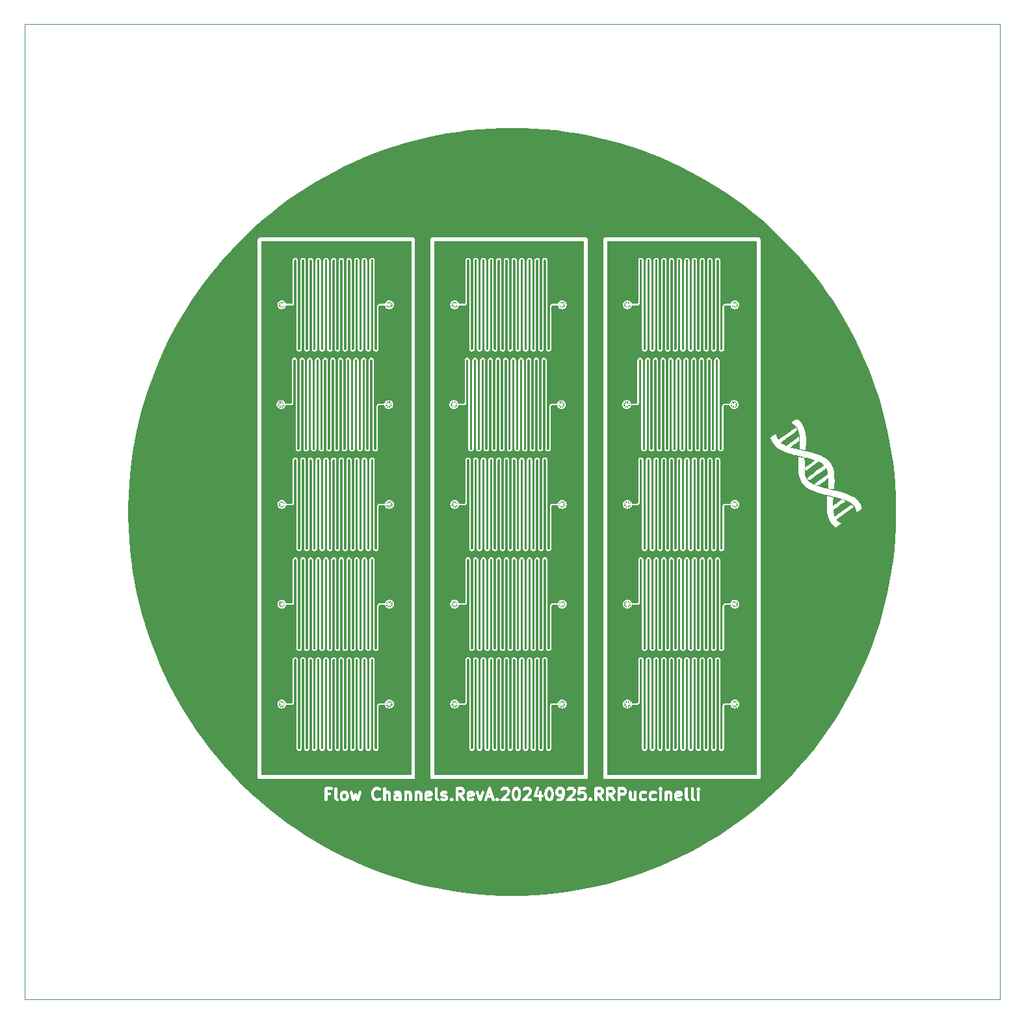
<source format=gbr>
G04 #@! TF.GenerationSoftware,KiCad,Pcbnew,8.0.4*
G04 #@! TF.CreationDate,2024-09-26T07:41:33-07:00*
G04 #@! TF.ProjectId,microfluidics_array,6d696372-6f66-46c7-9569-646963735f61,rev?*
G04 #@! TF.SameCoordinates,Original*
G04 #@! TF.FileFunction,Copper,L1,Top*
G04 #@! TF.FilePolarity,Positive*
%FSLAX46Y46*%
G04 Gerber Fmt 4.6, Leading zero omitted, Abs format (unit mm)*
G04 Created by KiCad (PCBNEW 8.0.4) date 2024-09-26 07:41:33*
%MOMM*%
%LPD*%
G01*
G04 APERTURE LIST*
%ADD10C,0.375000*%
%ADD11C,0.050000*%
G04 APERTURE END LIST*
D10*
G36*
X41781791Y-100229955D02*
G01*
X41810190Y-100258353D01*
X41848215Y-100334403D01*
X41848215Y-100674452D01*
X41810190Y-100750502D01*
X41781788Y-100778903D01*
X41705739Y-100816928D01*
X41579977Y-100816928D01*
X41503926Y-100778903D01*
X41475525Y-100750501D01*
X41437501Y-100674452D01*
X41437501Y-100334403D01*
X41475525Y-100258353D01*
X41503924Y-100229955D01*
X41579978Y-100191928D01*
X41705738Y-100191928D01*
X41781791Y-100229955D01*
G37*
G36*
X48705359Y-100816928D02*
G01*
X48437121Y-100816928D01*
X48389755Y-100793245D01*
X48366073Y-100745878D01*
X48366073Y-100691546D01*
X48389754Y-100644183D01*
X48437121Y-100620500D01*
X48705359Y-100620500D01*
X48705359Y-100816928D01*
G37*
G36*
X52748795Y-100213456D02*
G01*
X52437502Y-100275714D01*
X52437502Y-100262975D01*
X52461184Y-100215611D01*
X52508550Y-100191928D01*
X52705739Y-100191928D01*
X52748795Y-100213456D01*
G37*
G36*
X58248795Y-100213456D02*
G01*
X57937502Y-100275714D01*
X57937502Y-100262975D01*
X57961184Y-100215611D01*
X58008550Y-100191928D01*
X58205739Y-100191928D01*
X58248795Y-100213456D01*
G37*
G36*
X64138934Y-99729955D02*
G01*
X64167333Y-99758353D01*
X64215947Y-99855581D01*
X64276787Y-100098940D01*
X64276787Y-100409916D01*
X64215947Y-100653274D01*
X64167333Y-100750502D01*
X64138931Y-100778903D01*
X64062882Y-100816928D01*
X64008549Y-100816928D01*
X63932498Y-100778903D01*
X63904098Y-100750502D01*
X63855482Y-100653270D01*
X63794644Y-100409917D01*
X63794644Y-100098939D01*
X63855482Y-99855585D01*
X63904098Y-99758352D01*
X63932496Y-99729955D01*
X64008550Y-99691928D01*
X64062881Y-99691928D01*
X64138934Y-99729955D01*
G37*
G36*
X68424647Y-99729955D02*
G01*
X68453046Y-99758353D01*
X68501660Y-99855581D01*
X68562500Y-100098940D01*
X68562500Y-100409916D01*
X68501660Y-100653274D01*
X68453046Y-100750502D01*
X68424644Y-100778903D01*
X68348595Y-100816928D01*
X68294262Y-100816928D01*
X68218211Y-100778903D01*
X68189811Y-100750502D01*
X68141195Y-100653270D01*
X68080357Y-100409917D01*
X68080357Y-100098939D01*
X68141195Y-99855585D01*
X68189811Y-99758352D01*
X68218209Y-99729955D01*
X68294263Y-99691928D01*
X68348594Y-99691928D01*
X68424647Y-99729955D01*
G37*
G36*
X69924645Y-99729954D02*
G01*
X69953044Y-99758352D01*
X69991071Y-99834405D01*
X69991071Y-100103021D01*
X69953043Y-100179075D01*
X69924646Y-100207473D01*
X69848593Y-100245500D01*
X69651405Y-100245500D01*
X69575352Y-100207473D01*
X69546952Y-100179072D01*
X69508928Y-100103023D01*
X69508928Y-99834403D01*
X69546952Y-99758353D01*
X69575351Y-99729955D01*
X69651405Y-99691928D01*
X69848593Y-99691928D01*
X69924645Y-99729954D01*
G37*
G36*
X85320220Y-100213456D02*
G01*
X85008927Y-100275714D01*
X85008927Y-100262975D01*
X85032609Y-100215611D01*
X85079975Y-100191928D01*
X85277164Y-100191928D01*
X85320220Y-100213456D01*
G37*
G36*
X56924649Y-99729955D02*
G01*
X56953048Y-99758353D01*
X56991073Y-99834403D01*
X56991073Y-99960166D01*
X56953048Y-100036216D01*
X56924646Y-100064617D01*
X56848597Y-100102642D01*
X56508930Y-100102642D01*
X56508930Y-99691928D01*
X56848596Y-99691928D01*
X56924649Y-99729955D01*
G37*
G36*
X74996074Y-99729955D02*
G01*
X75024473Y-99758353D01*
X75062498Y-99834403D01*
X75062498Y-99960166D01*
X75024473Y-100036216D01*
X74996071Y-100064617D01*
X74920022Y-100102642D01*
X74580355Y-100102642D01*
X74580355Y-99691928D01*
X74920021Y-99691928D01*
X74996074Y-99729955D01*
G37*
G36*
X76496074Y-99729955D02*
G01*
X76524473Y-99758353D01*
X76562498Y-99834403D01*
X76562498Y-99960166D01*
X76524473Y-100036216D01*
X76496071Y-100064617D01*
X76420022Y-100102642D01*
X76080355Y-100102642D01*
X76080355Y-99691928D01*
X76420021Y-99691928D01*
X76496074Y-99729955D01*
G37*
G36*
X60632717Y-100388357D02*
G01*
X60438715Y-100388357D01*
X60535716Y-100097355D01*
X60632717Y-100388357D01*
G37*
G36*
X77996074Y-99729955D02*
G01*
X78024473Y-99758353D01*
X78062498Y-99834403D01*
X78062498Y-99960166D01*
X78024473Y-100036216D01*
X77996071Y-100064617D01*
X77920022Y-100102642D01*
X77580355Y-100102642D01*
X77580355Y-99691928D01*
X77920021Y-99691928D01*
X77996074Y-99729955D01*
G37*
G36*
X88192823Y-101379428D02*
G01*
X38875001Y-101379428D01*
X38875001Y-99504428D01*
X39062501Y-99504428D01*
X39062501Y-101004428D01*
X39066104Y-101041007D01*
X39094100Y-101108597D01*
X39145832Y-101160329D01*
X39213422Y-101188325D01*
X39286580Y-101188325D01*
X39354170Y-101160329D01*
X39405902Y-101108597D01*
X39433898Y-101041007D01*
X39437501Y-101004428D01*
X39437501Y-100406214D01*
X39750001Y-100406214D01*
X39786580Y-100402611D01*
X39854170Y-100374615D01*
X39905902Y-100322883D01*
X39933898Y-100255293D01*
X39933898Y-100182135D01*
X39905902Y-100114545D01*
X39854170Y-100062813D01*
X39786580Y-100034817D01*
X39750001Y-100031214D01*
X39437501Y-100031214D01*
X39437501Y-99691928D01*
X39964287Y-99691928D01*
X40000866Y-99688325D01*
X40068456Y-99660329D01*
X40120188Y-99608597D01*
X40148184Y-99541007D01*
X40148184Y-99504428D01*
X40348215Y-99504428D01*
X40348215Y-100790142D01*
X40351818Y-100826721D01*
X40354396Y-100832945D01*
X40354874Y-100839666D01*
X40368010Y-100873995D01*
X40439439Y-101016852D01*
X40443288Y-101022967D01*
X40444252Y-101025857D01*
X40447372Y-101029454D01*
X40459020Y-101047958D01*
X40476781Y-101063362D01*
X40492186Y-101081124D01*
X40510688Y-101092771D01*
X40514288Y-101095893D01*
X40517178Y-101096856D01*
X40523292Y-101100705D01*
X40666149Y-101172133D01*
X40700478Y-101185269D01*
X40773452Y-101190456D01*
X40842858Y-101167320D01*
X40898125Y-101119386D01*
X40930842Y-101053952D01*
X40936029Y-100980977D01*
X40912894Y-100911571D01*
X40864959Y-100856304D01*
X40833853Y-100836723D01*
X40746898Y-100793246D01*
X40723215Y-100745879D01*
X40723215Y-100290142D01*
X41062501Y-100290142D01*
X41062501Y-100718714D01*
X41066104Y-100755293D01*
X41068682Y-100761517D01*
X41069160Y-100768237D01*
X41082296Y-100802566D01*
X41153724Y-100945423D01*
X41163633Y-100961165D01*
X41165529Y-100965741D01*
X41169757Y-100970894D01*
X41173305Y-100976529D01*
X41177042Y-100979770D01*
X41188846Y-100994154D01*
X41260276Y-101065583D01*
X41274656Y-101077384D01*
X41277900Y-101081124D01*
X41283539Y-101084673D01*
X41288689Y-101088900D01*
X41293261Y-101090794D01*
X41309006Y-101100705D01*
X41451863Y-101172133D01*
X41486192Y-101185269D01*
X41492911Y-101185746D01*
X41499136Y-101188325D01*
X41535715Y-101191928D01*
X41750001Y-101191928D01*
X41786580Y-101188325D01*
X41792804Y-101185746D01*
X41799524Y-101185269D01*
X41833853Y-101172133D01*
X41976710Y-101100705D01*
X41992452Y-101090795D01*
X41997028Y-101088900D01*
X42002181Y-101084671D01*
X42007816Y-101081124D01*
X42011057Y-101077386D01*
X42025441Y-101065583D01*
X42096870Y-100994153D01*
X42108671Y-100979772D01*
X42112411Y-100976529D01*
X42115960Y-100970889D01*
X42120187Y-100965740D01*
X42122081Y-100961167D01*
X42131992Y-100945423D01*
X42203420Y-100802566D01*
X42216556Y-100768237D01*
X42217033Y-100761517D01*
X42219612Y-100755293D01*
X42223215Y-100718714D01*
X42223215Y-100290142D01*
X42219612Y-100253563D01*
X42217033Y-100247338D01*
X42216556Y-100240619D01*
X42203420Y-100206290D01*
X42131992Y-100063433D01*
X42122080Y-100047688D01*
X42120186Y-100043114D01*
X42115959Y-100037963D01*
X42112411Y-100032327D01*
X42108671Y-100029083D01*
X42101034Y-100019777D01*
X42348845Y-100019777D01*
X42355429Y-100055938D01*
X42641144Y-101055938D01*
X42654658Y-101090120D01*
X42662096Y-101099489D01*
X42666811Y-101110491D01*
X42684650Y-101127899D01*
X42700145Y-101147418D01*
X42710606Y-101153229D01*
X42719170Y-101161587D01*
X42742307Y-101170842D01*
X42764098Y-101182948D01*
X42775987Y-101184313D01*
X42787095Y-101188757D01*
X42812018Y-101188453D01*
X42836779Y-101191298D01*
X42848280Y-101188011D01*
X42860248Y-101187866D01*
X42883162Y-101178045D01*
X42907122Y-101171200D01*
X42916491Y-101163761D01*
X42927493Y-101159047D01*
X42944901Y-101141207D01*
X42964420Y-101125713D01*
X42970231Y-101115251D01*
X42978589Y-101106688D01*
X42995519Y-101074064D01*
X43107143Y-100795001D01*
X43218768Y-101074063D01*
X43235699Y-101106688D01*
X43244055Y-101115251D01*
X43249868Y-101125713D01*
X43269388Y-101141210D01*
X43286795Y-101159046D01*
X43297794Y-101163759D01*
X43307166Y-101171200D01*
X43331130Y-101178046D01*
X43354039Y-101187865D01*
X43366004Y-101188010D01*
X43377509Y-101191298D01*
X43402271Y-101188453D01*
X43427193Y-101188757D01*
X43438300Y-101184313D01*
X43450190Y-101182948D01*
X43471980Y-101170842D01*
X43495118Y-101161587D01*
X43503681Y-101153230D01*
X43514143Y-101147418D01*
X43529640Y-101127897D01*
X43547476Y-101110491D01*
X43552190Y-101099491D01*
X43559630Y-101090120D01*
X43573144Y-101055938D01*
X43832759Y-100147285D01*
X45133930Y-100147285D01*
X45133930Y-100361571D01*
X45134558Y-100367952D01*
X45134152Y-100370685D01*
X45136176Y-100384376D01*
X45137533Y-100398150D01*
X45138590Y-100400701D01*
X45139528Y-100407046D01*
X45210956Y-100692760D01*
X45211921Y-100695461D01*
X45212017Y-100696809D01*
X45217837Y-100712019D01*
X45223323Y-100727373D01*
X45224128Y-100728459D01*
X45225153Y-100731138D01*
X45296582Y-100873995D01*
X45306494Y-100889741D01*
X45308387Y-100894311D01*
X45312610Y-100899457D01*
X45316163Y-100905101D01*
X45319905Y-100908346D01*
X45331704Y-100922724D01*
X45474561Y-101065582D01*
X45502974Y-101088900D01*
X45509199Y-101091478D01*
X45514289Y-101095893D01*
X45547852Y-101110878D01*
X45762138Y-101182306D01*
X45780275Y-101186429D01*
X45784851Y-101188325D01*
X45791484Y-101188978D01*
X45797979Y-101190455D01*
X45802915Y-101190104D01*
X45821430Y-101191928D01*
X45964287Y-101191928D01*
X45982801Y-101190104D01*
X45987738Y-101190455D01*
X45994232Y-101188978D01*
X46000866Y-101188325D01*
X46005441Y-101186429D01*
X46023579Y-101182306D01*
X46237865Y-101110878D01*
X46271428Y-101095893D01*
X46276519Y-101091477D01*
X46282744Y-101088899D01*
X46311156Y-101065582D01*
X46382584Y-100994153D01*
X46405902Y-100965740D01*
X46433898Y-100898150D01*
X46433898Y-100824990D01*
X46405900Y-100757400D01*
X46354169Y-100705670D01*
X46286580Y-100677674D01*
X46213420Y-100677674D01*
X46145830Y-100705672D01*
X46117417Y-100728990D01*
X46077288Y-100769119D01*
X45933861Y-100816928D01*
X45851856Y-100816928D01*
X45708428Y-100769119D01*
X45618384Y-100679075D01*
X45569768Y-100581841D01*
X45508930Y-100338488D01*
X45508930Y-100170367D01*
X45569768Y-99927014D01*
X45618383Y-99829782D01*
X45708428Y-99739737D01*
X45851857Y-99691928D01*
X45933860Y-99691928D01*
X46077288Y-99739737D01*
X46117418Y-99779867D01*
X46145831Y-99803185D01*
X46213421Y-99831182D01*
X46286581Y-99831182D01*
X46354170Y-99803185D01*
X46405901Y-99751454D01*
X46433898Y-99683865D01*
X46433898Y-99610705D01*
X46405901Y-99543115D01*
X46382583Y-99514702D01*
X46372309Y-99504428D01*
X46705358Y-99504428D01*
X46705358Y-101004428D01*
X46708961Y-101041007D01*
X46736957Y-101108597D01*
X46788689Y-101160329D01*
X46856279Y-101188325D01*
X46929437Y-101188325D01*
X46997027Y-101160329D01*
X47048759Y-101108597D01*
X47076755Y-101041007D01*
X47080358Y-101004428D01*
X47080358Y-100227452D01*
X47151407Y-100191928D01*
X47277167Y-100191928D01*
X47324532Y-100215611D01*
X47348216Y-100262977D01*
X47348216Y-101004428D01*
X47351819Y-101041007D01*
X47379815Y-101108597D01*
X47431547Y-101160329D01*
X47499137Y-101188325D01*
X47572295Y-101188325D01*
X47639885Y-101160329D01*
X47691617Y-101108597D01*
X47719613Y-101041007D01*
X47723216Y-101004428D01*
X47723216Y-100647285D01*
X47991073Y-100647285D01*
X47991073Y-100790142D01*
X47994676Y-100826721D01*
X47997254Y-100832946D01*
X47997732Y-100839665D01*
X48010867Y-100873994D01*
X48082296Y-101016852D01*
X48086145Y-101022967D01*
X48087109Y-101025857D01*
X48090229Y-101029454D01*
X48101877Y-101047958D01*
X48119638Y-101063362D01*
X48135043Y-101081124D01*
X48153548Y-101092773D01*
X48157144Y-101095892D01*
X48160030Y-101096854D01*
X48166149Y-101100706D01*
X48309008Y-101172134D01*
X48343336Y-101185270D01*
X48350057Y-101185747D01*
X48356280Y-101188325D01*
X48392859Y-101191928D01*
X48750001Y-101191928D01*
X48786580Y-101188325D01*
X48792805Y-101185746D01*
X48799524Y-101185269D01*
X48825191Y-101175448D01*
X48856280Y-101188325D01*
X48929438Y-101188325D01*
X48997028Y-101160329D01*
X49048760Y-101108597D01*
X49076756Y-101041007D01*
X49080359Y-101004428D01*
X49080359Y-100218714D01*
X49076756Y-100182135D01*
X49074177Y-100175910D01*
X49073700Y-100169189D01*
X49060564Y-100134861D01*
X48995347Y-100004428D01*
X49419644Y-100004428D01*
X49419644Y-101004428D01*
X49423247Y-101041007D01*
X49451243Y-101108597D01*
X49502975Y-101160329D01*
X49570565Y-101188325D01*
X49643723Y-101188325D01*
X49711313Y-101160329D01*
X49763045Y-101108597D01*
X49791041Y-101041007D01*
X49794644Y-101004428D01*
X49794644Y-100227452D01*
X49865693Y-100191928D01*
X49991453Y-100191928D01*
X50038818Y-100215611D01*
X50062502Y-100262977D01*
X50062502Y-101004428D01*
X50066105Y-101041007D01*
X50094101Y-101108597D01*
X50145833Y-101160329D01*
X50213423Y-101188325D01*
X50286581Y-101188325D01*
X50354171Y-101160329D01*
X50405903Y-101108597D01*
X50433899Y-101041007D01*
X50437502Y-101004428D01*
X50437502Y-100218714D01*
X50433899Y-100182135D01*
X50431320Y-100175910D01*
X50430843Y-100169189D01*
X50417707Y-100134861D01*
X50352490Y-100004428D01*
X50776787Y-100004428D01*
X50776787Y-101004428D01*
X50780390Y-101041007D01*
X50808386Y-101108597D01*
X50860118Y-101160329D01*
X50927708Y-101188325D01*
X51000866Y-101188325D01*
X51068456Y-101160329D01*
X51120188Y-101108597D01*
X51148184Y-101041007D01*
X51151787Y-101004428D01*
X51151787Y-100227452D01*
X51222836Y-100191928D01*
X51348596Y-100191928D01*
X51395961Y-100215611D01*
X51419645Y-100262977D01*
X51419645Y-101004428D01*
X51423248Y-101041007D01*
X51451244Y-101108597D01*
X51502976Y-101160329D01*
X51570566Y-101188325D01*
X51643724Y-101188325D01*
X51711314Y-101160329D01*
X51763046Y-101108597D01*
X51791042Y-101041007D01*
X51794645Y-101004428D01*
X51794645Y-100218714D01*
X52062502Y-100218714D01*
X52062502Y-100790142D01*
X52066105Y-100826721D01*
X52068683Y-100832946D01*
X52069161Y-100839665D01*
X52082296Y-100873994D01*
X52153725Y-101016852D01*
X52157574Y-101022967D01*
X52158538Y-101025857D01*
X52161658Y-101029454D01*
X52173306Y-101047958D01*
X52191067Y-101063362D01*
X52206472Y-101081124D01*
X52224977Y-101092773D01*
X52228573Y-101095892D01*
X52231459Y-101096854D01*
X52237578Y-101100706D01*
X52380437Y-101172134D01*
X52414765Y-101185270D01*
X52421486Y-101185747D01*
X52427709Y-101188325D01*
X52464288Y-101191928D01*
X52750002Y-101191928D01*
X52786581Y-101188325D01*
X52792805Y-101185746D01*
X52799525Y-101185269D01*
X52833854Y-101172133D01*
X52976711Y-101100705D01*
X53007817Y-101081124D01*
X53055752Y-101025857D01*
X53078887Y-100956451D01*
X53073700Y-100883476D01*
X53040983Y-100818042D01*
X52985716Y-100770108D01*
X52916310Y-100746972D01*
X52843336Y-100752159D01*
X52809007Y-100765295D01*
X52705740Y-100816928D01*
X52508550Y-100816928D01*
X52461184Y-100793245D01*
X52437502Y-100745878D01*
X52437502Y-100658141D01*
X53001060Y-100545430D01*
X53036222Y-100534723D01*
X53051484Y-100524502D01*
X53068457Y-100517472D01*
X53081584Y-100504344D01*
X53097009Y-100494015D01*
X53107199Y-100478730D01*
X53120189Y-100465740D01*
X53127293Y-100448588D01*
X53137591Y-100433142D01*
X53141156Y-100415119D01*
X53148185Y-100398150D01*
X53151788Y-100361571D01*
X53151788Y-100218714D01*
X53148185Y-100182135D01*
X53145606Y-100175910D01*
X53145129Y-100169189D01*
X53131993Y-100134861D01*
X53060564Y-99992004D01*
X53056714Y-99985889D01*
X53055752Y-99983001D01*
X53052632Y-99979404D01*
X53040983Y-99960898D01*
X53023222Y-99945493D01*
X53007818Y-99927733D01*
X52989311Y-99916083D01*
X52985715Y-99912964D01*
X52982826Y-99912001D01*
X52976712Y-99908152D01*
X52833855Y-99836723D01*
X52799526Y-99823587D01*
X52792805Y-99823109D01*
X52786581Y-99820531D01*
X52750002Y-99816928D01*
X52464288Y-99816928D01*
X52427709Y-99820531D01*
X52421484Y-99823109D01*
X52414764Y-99823587D01*
X52380435Y-99836723D01*
X52237577Y-99908152D01*
X52231463Y-99912000D01*
X52228573Y-99912964D01*
X52224973Y-99916086D01*
X52206472Y-99927733D01*
X52191068Y-99945493D01*
X52173306Y-99960899D01*
X52161658Y-99979401D01*
X52158537Y-99983001D01*
X52157573Y-99985891D01*
X52153725Y-99992005D01*
X52082297Y-100134862D01*
X52069161Y-100169191D01*
X52068683Y-100175910D01*
X52066105Y-100182135D01*
X52062502Y-100218714D01*
X51794645Y-100218714D01*
X51791042Y-100182135D01*
X51788463Y-100175910D01*
X51787986Y-100169189D01*
X51774850Y-100134861D01*
X51703421Y-99992004D01*
X51699571Y-99985889D01*
X51698609Y-99983001D01*
X51695489Y-99979404D01*
X51683840Y-99960898D01*
X51666079Y-99945493D01*
X51650675Y-99927733D01*
X51632168Y-99916083D01*
X51628572Y-99912964D01*
X51625683Y-99912001D01*
X51619569Y-99908152D01*
X51476712Y-99836723D01*
X51442383Y-99823587D01*
X51435662Y-99823109D01*
X51429438Y-99820531D01*
X51392859Y-99816928D01*
X51178573Y-99816928D01*
X51141994Y-99820531D01*
X51135769Y-99823109D01*
X51129048Y-99823587D01*
X51094720Y-99836723D01*
X51069341Y-99849412D01*
X51068456Y-99848527D01*
X51000866Y-99820531D01*
X50927708Y-99820531D01*
X50860118Y-99848527D01*
X50808386Y-99900259D01*
X50780390Y-99967849D01*
X50776787Y-100004428D01*
X50352490Y-100004428D01*
X50346278Y-99992004D01*
X50342428Y-99985889D01*
X50341466Y-99983001D01*
X50338346Y-99979404D01*
X50326697Y-99960898D01*
X50308936Y-99945493D01*
X50293532Y-99927733D01*
X50275025Y-99916083D01*
X50271429Y-99912964D01*
X50268540Y-99912001D01*
X50262426Y-99908152D01*
X50119569Y-99836723D01*
X50085240Y-99823587D01*
X50078519Y-99823109D01*
X50072295Y-99820531D01*
X50035716Y-99816928D01*
X49821430Y-99816928D01*
X49784851Y-99820531D01*
X49778626Y-99823109D01*
X49771905Y-99823587D01*
X49737577Y-99836723D01*
X49712198Y-99849412D01*
X49711313Y-99848527D01*
X49643723Y-99820531D01*
X49570565Y-99820531D01*
X49502975Y-99848527D01*
X49451243Y-99900259D01*
X49423247Y-99967849D01*
X49419644Y-100004428D01*
X48995347Y-100004428D01*
X48989135Y-99992004D01*
X48985285Y-99985889D01*
X48984323Y-99983001D01*
X48981203Y-99979404D01*
X48969554Y-99960898D01*
X48951793Y-99945493D01*
X48936389Y-99927733D01*
X48917882Y-99916083D01*
X48914286Y-99912964D01*
X48911397Y-99912001D01*
X48905283Y-99908152D01*
X48762426Y-99836723D01*
X48728097Y-99823587D01*
X48721376Y-99823109D01*
X48715152Y-99820531D01*
X48678573Y-99816928D01*
X48392859Y-99816928D01*
X48356280Y-99820531D01*
X48350055Y-99823109D01*
X48343335Y-99823587D01*
X48309006Y-99836723D01*
X48166148Y-99908152D01*
X48135043Y-99927733D01*
X48087108Y-99983001D01*
X48063973Y-100052406D01*
X48069160Y-100125381D01*
X48101877Y-100190815D01*
X48157145Y-100238750D01*
X48226550Y-100261885D01*
X48299525Y-100256698D01*
X48333854Y-100243562D01*
X48437121Y-100191928D01*
X48634310Y-100191928D01*
X48681675Y-100215611D01*
X48696620Y-100245500D01*
X48392859Y-100245500D01*
X48356280Y-100249103D01*
X48350057Y-100251680D01*
X48343336Y-100252158D01*
X48309008Y-100265294D01*
X48166149Y-100336722D01*
X48160033Y-100340571D01*
X48157144Y-100341535D01*
X48153545Y-100344656D01*
X48135043Y-100356304D01*
X48119639Y-100374064D01*
X48101877Y-100389470D01*
X48090229Y-100407973D01*
X48087109Y-100411571D01*
X48086145Y-100414460D01*
X48082296Y-100420576D01*
X48010868Y-100563433D01*
X47997732Y-100597762D01*
X47997254Y-100604481D01*
X47994676Y-100610706D01*
X47991073Y-100647285D01*
X47723216Y-100647285D01*
X47723216Y-100218714D01*
X47719613Y-100182135D01*
X47717034Y-100175910D01*
X47716557Y-100169189D01*
X47703421Y-100134861D01*
X47631992Y-99992004D01*
X47628142Y-99985889D01*
X47627180Y-99983001D01*
X47624060Y-99979404D01*
X47612411Y-99960898D01*
X47594650Y-99945493D01*
X47579246Y-99927733D01*
X47560739Y-99916083D01*
X47557143Y-99912964D01*
X47554254Y-99912001D01*
X47548140Y-99908152D01*
X47405283Y-99836723D01*
X47370954Y-99823587D01*
X47364233Y-99823109D01*
X47358009Y-99820531D01*
X47321430Y-99816928D01*
X47107144Y-99816928D01*
X47080358Y-99819566D01*
X47080358Y-99504428D01*
X53419644Y-99504428D01*
X53419644Y-100790142D01*
X53423247Y-100826721D01*
X53425825Y-100832945D01*
X53426303Y-100839666D01*
X53439439Y-100873995D01*
X53510868Y-101016852D01*
X53514717Y-101022967D01*
X53515681Y-101025857D01*
X53518801Y-101029454D01*
X53530449Y-101047958D01*
X53548210Y-101063362D01*
X53563615Y-101081124D01*
X53582117Y-101092771D01*
X53585717Y-101095893D01*
X53588607Y-101096856D01*
X53594721Y-101100705D01*
X53737578Y-101172133D01*
X53771907Y-101185269D01*
X53844881Y-101190456D01*
X53914287Y-101167320D01*
X53969554Y-101119386D01*
X54002271Y-101053952D01*
X54007458Y-100980977D01*
X53984323Y-100911571D01*
X53936388Y-100856304D01*
X53905282Y-100836723D01*
X53818327Y-100793246D01*
X53794644Y-100745879D01*
X53794644Y-100218714D01*
X54133930Y-100218714D01*
X54133930Y-100290142D01*
X54137533Y-100326721D01*
X54140111Y-100332946D01*
X54140589Y-100339665D01*
X54153724Y-100373994D01*
X54225153Y-100516852D01*
X54229002Y-100522967D01*
X54229966Y-100525857D01*
X54233086Y-100529454D01*
X54244734Y-100547958D01*
X54262495Y-100563362D01*
X54277900Y-100581124D01*
X54296405Y-100592773D01*
X54300001Y-100595892D01*
X54302887Y-100596854D01*
X54309006Y-100600706D01*
X54451865Y-100672134D01*
X54486193Y-100685270D01*
X54492914Y-100685747D01*
X54499137Y-100688325D01*
X54535716Y-100691928D01*
X54705738Y-100691928D01*
X54753103Y-100715611D01*
X54772512Y-100754428D01*
X54753103Y-100793245D01*
X54705739Y-100816928D01*
X54508549Y-100816928D01*
X54405282Y-100765295D01*
X54370953Y-100752159D01*
X54297979Y-100746972D01*
X54228573Y-100770108D01*
X54173306Y-100818042D01*
X54140589Y-100883477D01*
X54135402Y-100956451D01*
X54158538Y-101025857D01*
X54206472Y-101081124D01*
X54237578Y-101100705D01*
X54380435Y-101172133D01*
X54414764Y-101185269D01*
X54421483Y-101185746D01*
X54427708Y-101188325D01*
X54464287Y-101191928D01*
X54750001Y-101191928D01*
X54786580Y-101188325D01*
X54792804Y-101185746D01*
X54799524Y-101185269D01*
X54833853Y-101172133D01*
X54976710Y-101100705D01*
X54982823Y-101096856D01*
X54985714Y-101095893D01*
X54989313Y-101092771D01*
X55007816Y-101081124D01*
X55023221Y-101063361D01*
X55040982Y-101047958D01*
X55052628Y-101029456D01*
X55055751Y-101025857D01*
X55056714Y-101022966D01*
X55060563Y-101016853D01*
X55120779Y-100896421D01*
X55351818Y-100896421D01*
X55351819Y-100969581D01*
X55359896Y-100989079D01*
X55379816Y-101037170D01*
X55403133Y-101065583D01*
X55474561Y-101137010D01*
X55502973Y-101160327D01*
X55502975Y-101160329D01*
X55540952Y-101176059D01*
X55570563Y-101188325D01*
X55643723Y-101188326D01*
X55699290Y-101165309D01*
X55711313Y-101160329D01*
X55711317Y-101160324D01*
X55739726Y-101137011D01*
X55811154Y-101065584D01*
X55834472Y-101037171D01*
X55834473Y-101037170D01*
X55854393Y-100989079D01*
X55862470Y-100969581D01*
X55862470Y-100896421D01*
X55857748Y-100885022D01*
X55842889Y-100849149D01*
X55834474Y-100828832D01*
X55834472Y-100828830D01*
X55811156Y-100800418D01*
X55739727Y-100728988D01*
X55711314Y-100705671D01*
X55711313Y-100705670D01*
X55671720Y-100689270D01*
X55643724Y-100677674D01*
X55643723Y-100677674D01*
X55570563Y-100677674D01*
X55550531Y-100685972D01*
X55542568Y-100689270D01*
X55502975Y-100705670D01*
X55502973Y-100705672D01*
X55474560Y-100728990D01*
X55403133Y-100800418D01*
X55379819Y-100828826D01*
X55379816Y-100828830D01*
X55379815Y-100828831D01*
X55379815Y-100828832D01*
X55351818Y-100896421D01*
X55120779Y-100896421D01*
X55131992Y-100873995D01*
X55145128Y-100839666D01*
X55145605Y-100832945D01*
X55148184Y-100826721D01*
X55151787Y-100790142D01*
X55151787Y-100718714D01*
X55148184Y-100682135D01*
X55145605Y-100675910D01*
X55145128Y-100669189D01*
X55131992Y-100634861D01*
X55060563Y-100492004D01*
X55056713Y-100485889D01*
X55055751Y-100483001D01*
X55052631Y-100479404D01*
X55040982Y-100460898D01*
X55023221Y-100445493D01*
X55007817Y-100427733D01*
X54989310Y-100416083D01*
X54985714Y-100412964D01*
X54982825Y-100412001D01*
X54976711Y-100408152D01*
X54833854Y-100336723D01*
X54799525Y-100323587D01*
X54792804Y-100323109D01*
X54786580Y-100320531D01*
X54750001Y-100316928D01*
X54579978Y-100316928D01*
X54532612Y-100293245D01*
X54513204Y-100254427D01*
X54532612Y-100215611D01*
X54579978Y-100191928D01*
X54705738Y-100191928D01*
X54809005Y-100243562D01*
X54843333Y-100256698D01*
X54916308Y-100261885D01*
X54985714Y-100238750D01*
X55040981Y-100190816D01*
X55073699Y-100125381D01*
X55078886Y-100052407D01*
X55055751Y-99983001D01*
X55007817Y-99927733D01*
X54976711Y-99908152D01*
X54833854Y-99836723D01*
X54799525Y-99823587D01*
X54792804Y-99823109D01*
X54786580Y-99820531D01*
X54750001Y-99816928D01*
X54535716Y-99816928D01*
X54499137Y-99820531D01*
X54492912Y-99823109D01*
X54486192Y-99823587D01*
X54451863Y-99836723D01*
X54309005Y-99908152D01*
X54302891Y-99912000D01*
X54300001Y-99912964D01*
X54296401Y-99916086D01*
X54277900Y-99927733D01*
X54262496Y-99945493D01*
X54244734Y-99960899D01*
X54233086Y-99979401D01*
X54229965Y-99983001D01*
X54229001Y-99985891D01*
X54225153Y-99992005D01*
X54153725Y-100134862D01*
X54140589Y-100169191D01*
X54140111Y-100175910D01*
X54137533Y-100182135D01*
X54133930Y-100218714D01*
X53794644Y-100218714D01*
X53794644Y-99504428D01*
X56133930Y-99504428D01*
X56133930Y-101004428D01*
X56137533Y-101041007D01*
X56165529Y-101108597D01*
X56217261Y-101160329D01*
X56284851Y-101188325D01*
X56358009Y-101188325D01*
X56425599Y-101160329D01*
X56477331Y-101108597D01*
X56505327Y-101041007D01*
X56508930Y-101004428D01*
X56508930Y-100477642D01*
X56580950Y-100477642D01*
X57024967Y-101111952D01*
X57048895Y-101139853D01*
X57110591Y-101179170D01*
X57182638Y-101191884D01*
X57254064Y-101176059D01*
X57313998Y-101134106D01*
X57353315Y-101072410D01*
X57366029Y-101000363D01*
X57350204Y-100928937D01*
X57332179Y-100896904D01*
X57012361Y-100440021D01*
X57119568Y-100386419D01*
X57135310Y-100376509D01*
X57139886Y-100374614D01*
X57145039Y-100370385D01*
X57150674Y-100366838D01*
X57153915Y-100363100D01*
X57168299Y-100351297D01*
X57239728Y-100279867D01*
X57251529Y-100265486D01*
X57255269Y-100262243D01*
X57258818Y-100256603D01*
X57263045Y-100251454D01*
X57264939Y-100246881D01*
X57274850Y-100231137D01*
X57281061Y-100218714D01*
X57562502Y-100218714D01*
X57562502Y-100790142D01*
X57566105Y-100826721D01*
X57568683Y-100832946D01*
X57569161Y-100839665D01*
X57582296Y-100873994D01*
X57653725Y-101016852D01*
X57657574Y-101022967D01*
X57658538Y-101025857D01*
X57661658Y-101029454D01*
X57673306Y-101047958D01*
X57691067Y-101063362D01*
X57706472Y-101081124D01*
X57724977Y-101092773D01*
X57728573Y-101095892D01*
X57731459Y-101096854D01*
X57737578Y-101100706D01*
X57880437Y-101172134D01*
X57914765Y-101185270D01*
X57921486Y-101185747D01*
X57927709Y-101188325D01*
X57964288Y-101191928D01*
X58250002Y-101191928D01*
X58286581Y-101188325D01*
X58292805Y-101185746D01*
X58299525Y-101185269D01*
X58333854Y-101172133D01*
X58476711Y-101100705D01*
X58507817Y-101081124D01*
X58555752Y-101025857D01*
X58578887Y-100956451D01*
X58573700Y-100883476D01*
X58540983Y-100818042D01*
X58485716Y-100770108D01*
X58416310Y-100746972D01*
X58343336Y-100752159D01*
X58309007Y-100765295D01*
X58205740Y-100816928D01*
X58008550Y-100816928D01*
X57961184Y-100793245D01*
X57937502Y-100745878D01*
X57937502Y-100658141D01*
X58501060Y-100545430D01*
X58536222Y-100534723D01*
X58551484Y-100524502D01*
X58568457Y-100517472D01*
X58581584Y-100504344D01*
X58597009Y-100494015D01*
X58607199Y-100478730D01*
X58620189Y-100465740D01*
X58627293Y-100448588D01*
X58637591Y-100433142D01*
X58641156Y-100415119D01*
X58648185Y-100398150D01*
X58651788Y-100361571D01*
X58651788Y-100218714D01*
X58648185Y-100182135D01*
X58645606Y-100175910D01*
X58645129Y-100169189D01*
X58631993Y-100134861D01*
X58580478Y-100031831D01*
X58778801Y-100031831D01*
X58787710Y-100067491D01*
X59144853Y-101067491D01*
X59160549Y-101100727D01*
X59166863Y-101107702D01*
X59170894Y-101116211D01*
X59191237Y-101134626D01*
X59209647Y-101154963D01*
X59218152Y-101158992D01*
X59225131Y-101165309D01*
X59250969Y-101174536D01*
X59275765Y-101186282D01*
X59285165Y-101186749D01*
X59294027Y-101189914D01*
X59321430Y-101188551D01*
X59348833Y-101189914D01*
X59357694Y-101186749D01*
X59367095Y-101186282D01*
X59391893Y-101174535D01*
X59417729Y-101165309D01*
X59424704Y-101158994D01*
X59433213Y-101154964D01*
X59451628Y-101134620D01*
X59471965Y-101116211D01*
X59475994Y-101107705D01*
X59482311Y-101100727D01*
X59498007Y-101067491D01*
X59528905Y-100980977D01*
X59849689Y-100980977D01*
X59854874Y-101053951D01*
X59887592Y-101119388D01*
X59942861Y-101167321D01*
X60012265Y-101190455D01*
X60085239Y-101185270D01*
X60150676Y-101152552D01*
X60198609Y-101097283D01*
X60213594Y-101063721D01*
X60313715Y-100763357D01*
X60757717Y-100763357D01*
X60857838Y-101063721D01*
X60872823Y-101097283D01*
X60920757Y-101152552D01*
X60986193Y-101185270D01*
X61059168Y-101190455D01*
X61128571Y-101167321D01*
X61183840Y-101119388D01*
X61216558Y-101053951D01*
X61221743Y-100980977D01*
X61213594Y-100945135D01*
X61197356Y-100896421D01*
X61280389Y-100896421D01*
X61280390Y-100969581D01*
X61288467Y-100989079D01*
X61308387Y-101037170D01*
X61331704Y-101065583D01*
X61403132Y-101137010D01*
X61431544Y-101160327D01*
X61431546Y-101160329D01*
X61469523Y-101176059D01*
X61499134Y-101188325D01*
X61572294Y-101188326D01*
X61627861Y-101165309D01*
X61639884Y-101160329D01*
X61639888Y-101160324D01*
X61668297Y-101137011D01*
X61739725Y-101065584D01*
X61763043Y-101037171D01*
X61763044Y-101037170D01*
X61782964Y-100989079D01*
X61791041Y-100969581D01*
X61791041Y-100967849D01*
X61923247Y-100967849D01*
X61923247Y-101041007D01*
X61951243Y-101108597D01*
X62002975Y-101160329D01*
X62040952Y-101176059D01*
X62070564Y-101188325D01*
X62070565Y-101188325D01*
X62107144Y-101191928D01*
X63035716Y-101191928D01*
X63072295Y-101188325D01*
X63139885Y-101160329D01*
X63191617Y-101108597D01*
X63219613Y-101041007D01*
X63219613Y-100967849D01*
X63191617Y-100900259D01*
X63139885Y-100848527D01*
X63072295Y-100820531D01*
X63035716Y-100816928D01*
X62559810Y-100816928D01*
X63096869Y-100279868D01*
X63120187Y-100251455D01*
X63122765Y-100245229D01*
X63127179Y-100240141D01*
X63142165Y-100206578D01*
X63185739Y-100075857D01*
X63419644Y-100075857D01*
X63419644Y-100433000D01*
X63420272Y-100439381D01*
X63419866Y-100442114D01*
X63421890Y-100455805D01*
X63423247Y-100469579D01*
X63424304Y-100472130D01*
X63425242Y-100478475D01*
X63496670Y-100764189D01*
X63497635Y-100766890D01*
X63497731Y-100768238D01*
X63503551Y-100783448D01*
X63509037Y-100798802D01*
X63509842Y-100799888D01*
X63510867Y-100802567D01*
X63582296Y-100945424D01*
X63592206Y-100961168D01*
X63594101Y-100965741D01*
X63598327Y-100970890D01*
X63601877Y-100976530D01*
X63605616Y-100979773D01*
X63617418Y-100994154D01*
X63688848Y-101065583D01*
X63703228Y-101077384D01*
X63706472Y-101081124D01*
X63712111Y-101084673D01*
X63717261Y-101088900D01*
X63721833Y-101090794D01*
X63737578Y-101100705D01*
X63880435Y-101172133D01*
X63914764Y-101185269D01*
X63921483Y-101185746D01*
X63927708Y-101188325D01*
X63964287Y-101191928D01*
X64107144Y-101191928D01*
X64143723Y-101188325D01*
X64149947Y-101185746D01*
X64156667Y-101185269D01*
X64190996Y-101172133D01*
X64333853Y-101100705D01*
X64349595Y-101090795D01*
X64354171Y-101088900D01*
X64359324Y-101084671D01*
X64364959Y-101081124D01*
X64368200Y-101077386D01*
X64382584Y-101065583D01*
X64454013Y-100994153D01*
X64465814Y-100979772D01*
X64469554Y-100976529D01*
X64473103Y-100970889D01*
X64475599Y-100967849D01*
X64780389Y-100967849D01*
X64780389Y-101041007D01*
X64808385Y-101108597D01*
X64860117Y-101160329D01*
X64898094Y-101176059D01*
X64927706Y-101188325D01*
X64927707Y-101188325D01*
X64964286Y-101191928D01*
X65892858Y-101191928D01*
X65929437Y-101188325D01*
X65997027Y-101160329D01*
X66048759Y-101108597D01*
X66076755Y-101041007D01*
X66076755Y-100967849D01*
X66048759Y-100900259D01*
X65997027Y-100848527D01*
X65929437Y-100820531D01*
X65892858Y-100816928D01*
X65416952Y-100816928D01*
X65752903Y-100480976D01*
X66278259Y-100480976D01*
X66280389Y-100510954D01*
X66280389Y-100541007D01*
X66282966Y-100547229D01*
X66283444Y-100553951D01*
X66296886Y-100580836D01*
X66308385Y-100608597D01*
X66313148Y-100613360D01*
X66316162Y-100619388D01*
X66338869Y-100639081D01*
X66360117Y-100660329D01*
X66366341Y-100662907D01*
X66371431Y-100667321D01*
X66399940Y-100676824D01*
X66427707Y-100688325D01*
X66437269Y-100689266D01*
X66440834Y-100690455D01*
X66445770Y-100690104D01*
X66464286Y-100691928D01*
X66991072Y-100691928D01*
X66991072Y-101004428D01*
X66994675Y-101041007D01*
X67022671Y-101108597D01*
X67074403Y-101160329D01*
X67141993Y-101188325D01*
X67215151Y-101188325D01*
X67282741Y-101160329D01*
X67334473Y-101108597D01*
X67362469Y-101041007D01*
X67366072Y-101004428D01*
X67366072Y-100691928D01*
X67392857Y-100691928D01*
X67429436Y-100688325D01*
X67497026Y-100660329D01*
X67548758Y-100608597D01*
X67576754Y-100541007D01*
X67576754Y-100467849D01*
X67548758Y-100400259D01*
X67497026Y-100348527D01*
X67429436Y-100320531D01*
X67392857Y-100316928D01*
X67366072Y-100316928D01*
X67366072Y-100075857D01*
X67705357Y-100075857D01*
X67705357Y-100433000D01*
X67705985Y-100439381D01*
X67705579Y-100442114D01*
X67707603Y-100455805D01*
X67708960Y-100469579D01*
X67710017Y-100472130D01*
X67710955Y-100478475D01*
X67782383Y-100764189D01*
X67783348Y-100766890D01*
X67783444Y-100768238D01*
X67789264Y-100783448D01*
X67794750Y-100798802D01*
X67795555Y-100799888D01*
X67796580Y-100802567D01*
X67868009Y-100945424D01*
X67877919Y-100961168D01*
X67879814Y-100965741D01*
X67884040Y-100970890D01*
X67887590Y-100976530D01*
X67891329Y-100979773D01*
X67903131Y-100994154D01*
X67974561Y-101065583D01*
X67988941Y-101077384D01*
X67992185Y-101081124D01*
X67997824Y-101084673D01*
X68002974Y-101088900D01*
X68007546Y-101090794D01*
X68023291Y-101100705D01*
X68166148Y-101172133D01*
X68200477Y-101185269D01*
X68207196Y-101185746D01*
X68213421Y-101188325D01*
X68250000Y-101191928D01*
X68392857Y-101191928D01*
X68429436Y-101188325D01*
X68435660Y-101185746D01*
X68442380Y-101185269D01*
X68476709Y-101172133D01*
X68619566Y-101100705D01*
X68635308Y-101090795D01*
X68639884Y-101088900D01*
X68645037Y-101084671D01*
X68650672Y-101081124D01*
X68653913Y-101077386D01*
X68668297Y-101065583D01*
X68739726Y-100994153D01*
X68751527Y-100979772D01*
X68755267Y-100976529D01*
X68758816Y-100970889D01*
X68763043Y-100965740D01*
X68764937Y-100961167D01*
X68774848Y-100945423D01*
X68846276Y-100802566D01*
X68847300Y-100799889D01*
X68848105Y-100798803D01*
X68853594Y-100783440D01*
X68859412Y-100768237D01*
X68859507Y-100766891D01*
X68860473Y-100764190D01*
X68931902Y-100478476D01*
X68932840Y-100472130D01*
X68933897Y-100469579D01*
X68935253Y-100455808D01*
X68937278Y-100442115D01*
X68936871Y-100439382D01*
X68937500Y-100433000D01*
X68937500Y-100075857D01*
X68936871Y-100069474D01*
X68937278Y-100066742D01*
X68935253Y-100053048D01*
X68933897Y-100039278D01*
X68932840Y-100036726D01*
X68931902Y-100030381D01*
X68871842Y-99790142D01*
X69133928Y-99790142D01*
X69133928Y-100147285D01*
X69137531Y-100183864D01*
X69140109Y-100190088D01*
X69140587Y-100196808D01*
X69153723Y-100231137D01*
X69225151Y-100373994D01*
X69235060Y-100389736D01*
X69236956Y-100394312D01*
X69241184Y-100399465D01*
X69244732Y-100405100D01*
X69248469Y-100408341D01*
X69260273Y-100422725D01*
X69331703Y-100494154D01*
X69346080Y-100505952D01*
X69349326Y-100509695D01*
X69354969Y-100513247D01*
X69360116Y-100517471D01*
X69364685Y-100519363D01*
X69380432Y-100529276D01*
X69523289Y-100600705D01*
X69557617Y-100613841D01*
X69564338Y-100614318D01*
X69570563Y-100616897D01*
X69607142Y-100620500D01*
X69892856Y-100620500D01*
X69900129Y-100619783D01*
X69818573Y-100742117D01*
X69781786Y-100778903D01*
X69705737Y-100816928D01*
X69464285Y-100816928D01*
X69427706Y-100820531D01*
X69360116Y-100848527D01*
X69308384Y-100900259D01*
X69280388Y-100967849D01*
X69280388Y-101041007D01*
X69308384Y-101108597D01*
X69360116Y-101160329D01*
X69427706Y-101188325D01*
X69464285Y-101191928D01*
X69749999Y-101191928D01*
X69786578Y-101188325D01*
X69792802Y-101185746D01*
X69799522Y-101185269D01*
X69833851Y-101172133D01*
X69976708Y-101100705D01*
X69992450Y-101090795D01*
X69997026Y-101088900D01*
X70002179Y-101084671D01*
X70007814Y-101081124D01*
X70011055Y-101077386D01*
X70025439Y-101065583D01*
X70096868Y-100994153D01*
X70096952Y-100994049D01*
X70097006Y-100994014D01*
X70108690Y-100979746D01*
X70118454Y-100967849D01*
X70494673Y-100967849D01*
X70494673Y-101041007D01*
X70522669Y-101108597D01*
X70574401Y-101160329D01*
X70612378Y-101176059D01*
X70641990Y-101188325D01*
X70641991Y-101188325D01*
X70678570Y-101191928D01*
X71607142Y-101191928D01*
X71643721Y-101188325D01*
X71711311Y-101160329D01*
X71763043Y-101108597D01*
X71791039Y-101041007D01*
X71791039Y-100967849D01*
X71763043Y-100900259D01*
X71711311Y-100848527D01*
X71643721Y-100820531D01*
X71607142Y-100816928D01*
X71131236Y-100816928D01*
X71668295Y-100279868D01*
X71691613Y-100251455D01*
X71694191Y-100245229D01*
X71698605Y-100240141D01*
X71700091Y-100236813D01*
X71991946Y-100236813D01*
X71994672Y-100245850D01*
X71994673Y-100255295D01*
X72005162Y-100280617D01*
X72013078Y-100306853D01*
X72019057Y-100314161D01*
X72022671Y-100322885D01*
X72042048Y-100342262D01*
X72059405Y-100363476D01*
X72067727Y-100367940D01*
X72074402Y-100374615D01*
X72099721Y-100385103D01*
X72123874Y-100398059D01*
X72133266Y-100398998D01*
X72141991Y-100402612D01*
X72169403Y-100402611D01*
X72196669Y-100405338D01*
X72205706Y-100402611D01*
X72215151Y-100402611D01*
X72240473Y-100392121D01*
X72266709Y-100384206D01*
X72274017Y-100378226D01*
X72282741Y-100374613D01*
X72311153Y-100351296D01*
X72361064Y-100301383D01*
X72437118Y-100263357D01*
X72705735Y-100263357D01*
X72781788Y-100301383D01*
X72810185Y-100329780D01*
X72848213Y-100405834D01*
X72848213Y-100674450D01*
X72810185Y-100750504D01*
X72781788Y-100778901D01*
X72705735Y-100816928D01*
X72437118Y-100816928D01*
X72361064Y-100778901D01*
X72311153Y-100728989D01*
X72282741Y-100705672D01*
X72215151Y-100677674D01*
X72141991Y-100677673D01*
X72074402Y-100705670D01*
X72022671Y-100757400D01*
X71994673Y-100824990D01*
X71994672Y-100898150D01*
X72022669Y-100965739D01*
X72045987Y-100994153D01*
X72117414Y-101065581D01*
X72131796Y-101077384D01*
X72135040Y-101081124D01*
X72140677Y-101084673D01*
X72145827Y-101088899D01*
X72150399Y-101090792D01*
X72166146Y-101100706D01*
X72309005Y-101172134D01*
X72343333Y-101185270D01*
X72350054Y-101185747D01*
X72356277Y-101188325D01*
X72392856Y-101191928D01*
X72749998Y-101191928D01*
X72786577Y-101188325D01*
X72792802Y-101185746D01*
X72799521Y-101185269D01*
X72833850Y-101172134D01*
X72976708Y-101100705D01*
X72992452Y-101090793D01*
X72997027Y-101088899D01*
X73002177Y-101084672D01*
X73007814Y-101081124D01*
X73011056Y-101077385D01*
X73025439Y-101065582D01*
X73096867Y-100994153D01*
X73108667Y-100979774D01*
X73112408Y-100976530D01*
X73115957Y-100970890D01*
X73120185Y-100965740D01*
X73122079Y-100961165D01*
X73131989Y-100945424D01*
X73156491Y-100896421D01*
X73423243Y-100896421D01*
X73423244Y-100969581D01*
X73431321Y-100989079D01*
X73451241Y-101037170D01*
X73474558Y-101065583D01*
X73545986Y-101137010D01*
X73574398Y-101160327D01*
X73574400Y-101160329D01*
X73612377Y-101176059D01*
X73641988Y-101188325D01*
X73715148Y-101188326D01*
X73770715Y-101165309D01*
X73782738Y-101160329D01*
X73782742Y-101160324D01*
X73811151Y-101137011D01*
X73882579Y-101065584D01*
X73905897Y-101037171D01*
X73905898Y-101037170D01*
X73925818Y-100989079D01*
X73933895Y-100969581D01*
X73933895Y-100896421D01*
X73929173Y-100885022D01*
X73914314Y-100849149D01*
X73905899Y-100828832D01*
X73905897Y-100828830D01*
X73882581Y-100800418D01*
X73811152Y-100728988D01*
X73782739Y-100705671D01*
X73782738Y-100705670D01*
X73743145Y-100689270D01*
X73715149Y-100677674D01*
X73715148Y-100677674D01*
X73641988Y-100677674D01*
X73621956Y-100685972D01*
X73613993Y-100689270D01*
X73574400Y-100705670D01*
X73574398Y-100705672D01*
X73545985Y-100728990D01*
X73474558Y-100800418D01*
X73451244Y-100828826D01*
X73451241Y-100828830D01*
X73451240Y-100828831D01*
X73451240Y-100828832D01*
X73423243Y-100896421D01*
X73156491Y-100896421D01*
X73203418Y-100802567D01*
X73216554Y-100768239D01*
X73217031Y-100761517D01*
X73219610Y-100755293D01*
X73223213Y-100718714D01*
X73223213Y-100361571D01*
X73219610Y-100324992D01*
X73217031Y-100318767D01*
X73216554Y-100312046D01*
X73203418Y-100277718D01*
X73131989Y-100134861D01*
X73122079Y-100119119D01*
X73120185Y-100114545D01*
X73115957Y-100109394D01*
X73112408Y-100103755D01*
X73108667Y-100100510D01*
X73096867Y-100086132D01*
X73025439Y-100014703D01*
X73011056Y-100002899D01*
X73007814Y-99999161D01*
X73002177Y-99995612D01*
X72997027Y-99991386D01*
X72992452Y-99989491D01*
X72976708Y-99979580D01*
X72833850Y-99908151D01*
X72799521Y-99895016D01*
X72792802Y-99894538D01*
X72786577Y-99891960D01*
X72749998Y-99888357D01*
X72400040Y-99888357D01*
X72419683Y-99691928D01*
X72964284Y-99691928D01*
X73000863Y-99688325D01*
X73068453Y-99660329D01*
X73120185Y-99608597D01*
X73148181Y-99541007D01*
X73148181Y-99504428D01*
X74205355Y-99504428D01*
X74205355Y-101004428D01*
X74208958Y-101041007D01*
X74236954Y-101108597D01*
X74288686Y-101160329D01*
X74356276Y-101188325D01*
X74429434Y-101188325D01*
X74497024Y-101160329D01*
X74548756Y-101108597D01*
X74576752Y-101041007D01*
X74580355Y-101004428D01*
X74580355Y-100477642D01*
X74652375Y-100477642D01*
X75096392Y-101111952D01*
X75120320Y-101139853D01*
X75182016Y-101179170D01*
X75254063Y-101191884D01*
X75325489Y-101176059D01*
X75385423Y-101134106D01*
X75424740Y-101072410D01*
X75437454Y-101000363D01*
X75421629Y-100928937D01*
X75403604Y-100896904D01*
X75083786Y-100440021D01*
X75190993Y-100386419D01*
X75206735Y-100376509D01*
X75211311Y-100374614D01*
X75216464Y-100370385D01*
X75222099Y-100366838D01*
X75225340Y-100363100D01*
X75239724Y-100351297D01*
X75311153Y-100279867D01*
X75322954Y-100265486D01*
X75326694Y-100262243D01*
X75330243Y-100256603D01*
X75334470Y-100251454D01*
X75336364Y-100246881D01*
X75346275Y-100231137D01*
X75417703Y-100088280D01*
X75430839Y-100053951D01*
X75431316Y-100047231D01*
X75433895Y-100041007D01*
X75437498Y-100004428D01*
X75437498Y-99790142D01*
X75433895Y-99753563D01*
X75431316Y-99747338D01*
X75430839Y-99740619D01*
X75417703Y-99706290D01*
X75346275Y-99563433D01*
X75336363Y-99547688D01*
X75334469Y-99543114D01*
X75330242Y-99537963D01*
X75326694Y-99532327D01*
X75322954Y-99529083D01*
X75311151Y-99514701D01*
X75300878Y-99504428D01*
X75705355Y-99504428D01*
X75705355Y-101004428D01*
X75708958Y-101041007D01*
X75736954Y-101108597D01*
X75788686Y-101160329D01*
X75856276Y-101188325D01*
X75929434Y-101188325D01*
X75997024Y-101160329D01*
X76048756Y-101108597D01*
X76076752Y-101041007D01*
X76080355Y-101004428D01*
X76080355Y-100477642D01*
X76152375Y-100477642D01*
X76596392Y-101111952D01*
X76620320Y-101139853D01*
X76682016Y-101179170D01*
X76754063Y-101191884D01*
X76825489Y-101176059D01*
X76885423Y-101134106D01*
X76924740Y-101072410D01*
X76937454Y-101000363D01*
X76921629Y-100928937D01*
X76903604Y-100896904D01*
X76583786Y-100440021D01*
X76690993Y-100386419D01*
X76706735Y-100376509D01*
X76711311Y-100374614D01*
X76716464Y-100370385D01*
X76722099Y-100366838D01*
X76725340Y-100363100D01*
X76739724Y-100351297D01*
X76811153Y-100279867D01*
X76822954Y-100265486D01*
X76826694Y-100262243D01*
X76830243Y-100256603D01*
X76834470Y-100251454D01*
X76836364Y-100246881D01*
X76846275Y-100231137D01*
X76917703Y-100088280D01*
X76930839Y-100053951D01*
X76931316Y-100047231D01*
X76933895Y-100041007D01*
X76937498Y-100004428D01*
X76937498Y-99790142D01*
X76933895Y-99753563D01*
X76931316Y-99747338D01*
X76930839Y-99740619D01*
X76917703Y-99706290D01*
X76846275Y-99563433D01*
X76836363Y-99547688D01*
X76834469Y-99543114D01*
X76830242Y-99537963D01*
X76826694Y-99532327D01*
X76822954Y-99529083D01*
X76811151Y-99514701D01*
X76800878Y-99504428D01*
X77205355Y-99504428D01*
X77205355Y-101004428D01*
X77208958Y-101041007D01*
X77236954Y-101108597D01*
X77288686Y-101160329D01*
X77356276Y-101188325D01*
X77429434Y-101188325D01*
X77497024Y-101160329D01*
X77548756Y-101108597D01*
X77576752Y-101041007D01*
X77580355Y-101004428D01*
X77580355Y-100477642D01*
X77964284Y-100477642D01*
X78000863Y-100474039D01*
X78007087Y-100471460D01*
X78013807Y-100470983D01*
X78048136Y-100457847D01*
X78190993Y-100386419D01*
X78206735Y-100376509D01*
X78211311Y-100374614D01*
X78216464Y-100370385D01*
X78222099Y-100366838D01*
X78225340Y-100363100D01*
X78239724Y-100351297D01*
X78311153Y-100279867D01*
X78322954Y-100265486D01*
X78326694Y-100262243D01*
X78330243Y-100256603D01*
X78334470Y-100251454D01*
X78336364Y-100246881D01*
X78346275Y-100231137D01*
X78417703Y-100088280D01*
X78430839Y-100053951D01*
X78431316Y-100047231D01*
X78433895Y-100041007D01*
X78437498Y-100004428D01*
X78705355Y-100004428D01*
X78705355Y-100790142D01*
X78708958Y-100826721D01*
X78711536Y-100832945D01*
X78712014Y-100839666D01*
X78725150Y-100873995D01*
X78796579Y-101016852D01*
X78800428Y-101022967D01*
X78801392Y-101025857D01*
X78804512Y-101029454D01*
X78816160Y-101047958D01*
X78833921Y-101063362D01*
X78849326Y-101081124D01*
X78867828Y-101092771D01*
X78871428Y-101095893D01*
X78874318Y-101096856D01*
X78880432Y-101100705D01*
X79023289Y-101172133D01*
X79057618Y-101185269D01*
X79064337Y-101185746D01*
X79070562Y-101188325D01*
X79107141Y-101191928D01*
X79321427Y-101191928D01*
X79358006Y-101188325D01*
X79364230Y-101185746D01*
X79370950Y-101185269D01*
X79405279Y-101172133D01*
X79430658Y-101159443D01*
X79431544Y-101160329D01*
X79499134Y-101188325D01*
X79572292Y-101188325D01*
X79639882Y-101160329D01*
X79691614Y-101108597D01*
X79719610Y-101041007D01*
X79723213Y-101004428D01*
X79723213Y-100290142D01*
X79991070Y-100290142D01*
X79991070Y-100718714D01*
X79994673Y-100755293D01*
X79997251Y-100761517D01*
X79997729Y-100768237D01*
X80010865Y-100802566D01*
X80082293Y-100945423D01*
X80092202Y-100961165D01*
X80094098Y-100965741D01*
X80098326Y-100970894D01*
X80101874Y-100976529D01*
X80105611Y-100979770D01*
X80117415Y-100994154D01*
X80188845Y-101065583D01*
X80203225Y-101077384D01*
X80206469Y-101081124D01*
X80212108Y-101084673D01*
X80217258Y-101088900D01*
X80221830Y-101090794D01*
X80237575Y-101100705D01*
X80380432Y-101172133D01*
X80414761Y-101185269D01*
X80421480Y-101185746D01*
X80427705Y-101188325D01*
X80464284Y-101191928D01*
X80749998Y-101191928D01*
X80786577Y-101188325D01*
X80792802Y-101185746D01*
X80799521Y-101185269D01*
X80833850Y-101172134D01*
X80976708Y-101100705D01*
X81007814Y-101081124D01*
X81055748Y-101025857D01*
X81078884Y-100956451D01*
X81073698Y-100883477D01*
X81040981Y-100818042D01*
X80985714Y-100770108D01*
X80916308Y-100746972D01*
X80843333Y-100752158D01*
X80809005Y-100765294D01*
X80705735Y-100816928D01*
X80508546Y-100816928D01*
X80432495Y-100778903D01*
X80404094Y-100750501D01*
X80366070Y-100674452D01*
X80366070Y-100334403D01*
X80388200Y-100290142D01*
X81276784Y-100290142D01*
X81276784Y-100718714D01*
X81280387Y-100755293D01*
X81282965Y-100761517D01*
X81283443Y-100768237D01*
X81296579Y-100802566D01*
X81368007Y-100945423D01*
X81377916Y-100961165D01*
X81379812Y-100965741D01*
X81384040Y-100970894D01*
X81387588Y-100976529D01*
X81391325Y-100979770D01*
X81403129Y-100994154D01*
X81474559Y-101065583D01*
X81488939Y-101077384D01*
X81492183Y-101081124D01*
X81497822Y-101084673D01*
X81502972Y-101088900D01*
X81507544Y-101090794D01*
X81523289Y-101100705D01*
X81666146Y-101172133D01*
X81700475Y-101185269D01*
X81707194Y-101185746D01*
X81713419Y-101188325D01*
X81749998Y-101191928D01*
X82035712Y-101191928D01*
X82072291Y-101188325D01*
X82078516Y-101185746D01*
X82085235Y-101185269D01*
X82119564Y-101172134D01*
X82262422Y-101100705D01*
X82293528Y-101081124D01*
X82341462Y-101025857D01*
X82364598Y-100956451D01*
X82359412Y-100883477D01*
X82326695Y-100818042D01*
X82271428Y-100770108D01*
X82202022Y-100746972D01*
X82129047Y-100752158D01*
X82094719Y-100765294D01*
X81991449Y-100816928D01*
X81794260Y-100816928D01*
X81718209Y-100778903D01*
X81689808Y-100750501D01*
X81651784Y-100674452D01*
X81651784Y-100334403D01*
X81689808Y-100258353D01*
X81718207Y-100229955D01*
X81794261Y-100191928D01*
X81991449Y-100191928D01*
X82094717Y-100243562D01*
X82129046Y-100256698D01*
X82202020Y-100261885D01*
X82271426Y-100238750D01*
X82326694Y-100190815D01*
X82359411Y-100125381D01*
X82364598Y-100052406D01*
X82341463Y-99983001D01*
X82293528Y-99927733D01*
X82262422Y-99908152D01*
X82119565Y-99836723D01*
X82085236Y-99823587D01*
X82078515Y-99823109D01*
X82072291Y-99820531D01*
X82035712Y-99816928D01*
X81749998Y-99816928D01*
X81713419Y-99820531D01*
X81707194Y-99823109D01*
X81700473Y-99823587D01*
X81666145Y-99836723D01*
X81523288Y-99908152D01*
X81507546Y-99918061D01*
X81502972Y-99919956D01*
X81497821Y-99924183D01*
X81492182Y-99927733D01*
X81488937Y-99931473D01*
X81474559Y-99943274D01*
X81403130Y-100014702D01*
X81391327Y-100029083D01*
X81387588Y-100032327D01*
X81384039Y-100037963D01*
X81379813Y-100043114D01*
X81377918Y-100047688D01*
X81368007Y-100063433D01*
X81296579Y-100206290D01*
X81283443Y-100240619D01*
X81282965Y-100247338D01*
X81280387Y-100253563D01*
X81276784Y-100290142D01*
X80388200Y-100290142D01*
X80404094Y-100258353D01*
X80432493Y-100229955D01*
X80508547Y-100191928D01*
X80705735Y-100191928D01*
X80809003Y-100243562D01*
X80843332Y-100256698D01*
X80916306Y-100261885D01*
X80985712Y-100238750D01*
X81040980Y-100190815D01*
X81073697Y-100125381D01*
X81078884Y-100052406D01*
X81055749Y-99983001D01*
X81007814Y-99927733D01*
X80976708Y-99908152D01*
X80833851Y-99836723D01*
X80799522Y-99823587D01*
X80792801Y-99823109D01*
X80786577Y-99820531D01*
X80749998Y-99816928D01*
X80464284Y-99816928D01*
X80427705Y-99820531D01*
X80421480Y-99823109D01*
X80414759Y-99823587D01*
X80380431Y-99836723D01*
X80237574Y-99908152D01*
X80221832Y-99918061D01*
X80217258Y-99919956D01*
X80212107Y-99924183D01*
X80206468Y-99927733D01*
X80203223Y-99931473D01*
X80188845Y-99943274D01*
X80117416Y-100014702D01*
X80105613Y-100029083D01*
X80101874Y-100032327D01*
X80098325Y-100037963D01*
X80094099Y-100043114D01*
X80092204Y-100047688D01*
X80082293Y-100063433D01*
X80010865Y-100206290D01*
X79997729Y-100240619D01*
X79997251Y-100247338D01*
X79994673Y-100253563D01*
X79991070Y-100290142D01*
X79723213Y-100290142D01*
X79723213Y-100004428D01*
X79719610Y-99967849D01*
X79691614Y-99900259D01*
X79639882Y-99848527D01*
X79572292Y-99820531D01*
X79499134Y-99820531D01*
X79431544Y-99848527D01*
X79379812Y-99900259D01*
X79351816Y-99967849D01*
X79348213Y-100004428D01*
X79348213Y-100781404D01*
X79277165Y-100816928D01*
X79151403Y-100816928D01*
X79104038Y-100793246D01*
X79080355Y-100745879D01*
X79080355Y-100004428D01*
X79076752Y-99967849D01*
X79048756Y-99900259D01*
X78997024Y-99848527D01*
X78929434Y-99820531D01*
X78856276Y-99820531D01*
X78788686Y-99848527D01*
X78736954Y-99900259D01*
X78708958Y-99967849D01*
X78705355Y-100004428D01*
X78437498Y-100004428D01*
X78437498Y-99790142D01*
X78433895Y-99753563D01*
X78431316Y-99747338D01*
X78430839Y-99740619D01*
X78417703Y-99706290D01*
X78346275Y-99563433D01*
X78336363Y-99547688D01*
X78334469Y-99543114D01*
X78331321Y-99539278D01*
X82566100Y-99539278D01*
X82566101Y-99612438D01*
X82571660Y-99625858D01*
X82594098Y-99680027D01*
X82617415Y-99708440D01*
X82688843Y-99779867D01*
X82717255Y-99803184D01*
X82717257Y-99803186D01*
X82750434Y-99816928D01*
X82771989Y-99825856D01*
X82717257Y-99848527D01*
X82665525Y-99900259D01*
X82637529Y-99967849D01*
X82633926Y-100004428D01*
X82633926Y-101004428D01*
X82637529Y-101041007D01*
X82665525Y-101108597D01*
X82717257Y-101160329D01*
X82784847Y-101188325D01*
X82858005Y-101188325D01*
X82925595Y-101160329D01*
X82977327Y-101108597D01*
X83005323Y-101041007D01*
X83008926Y-101004428D01*
X83008926Y-100004428D01*
X83348212Y-100004428D01*
X83348212Y-101004428D01*
X83351815Y-101041007D01*
X83379811Y-101108597D01*
X83431543Y-101160329D01*
X83499133Y-101188325D01*
X83572291Y-101188325D01*
X83639881Y-101160329D01*
X83691613Y-101108597D01*
X83719609Y-101041007D01*
X83723212Y-101004428D01*
X83723212Y-100227452D01*
X83794261Y-100191928D01*
X83920021Y-100191928D01*
X83967386Y-100215611D01*
X83991070Y-100262977D01*
X83991070Y-101004428D01*
X83994673Y-101041007D01*
X84022669Y-101108597D01*
X84074401Y-101160329D01*
X84141991Y-101188325D01*
X84215149Y-101188325D01*
X84282739Y-101160329D01*
X84334471Y-101108597D01*
X84362467Y-101041007D01*
X84366070Y-101004428D01*
X84366070Y-100218714D01*
X84633927Y-100218714D01*
X84633927Y-100790142D01*
X84637530Y-100826721D01*
X84640108Y-100832946D01*
X84640586Y-100839665D01*
X84653721Y-100873994D01*
X84725150Y-101016852D01*
X84728999Y-101022967D01*
X84729963Y-101025857D01*
X84733083Y-101029454D01*
X84744731Y-101047958D01*
X84762492Y-101063362D01*
X84777897Y-101081124D01*
X84796402Y-101092773D01*
X84799998Y-101095892D01*
X84802884Y-101096854D01*
X84809003Y-101100706D01*
X84951862Y-101172134D01*
X84986190Y-101185270D01*
X84992911Y-101185747D01*
X84999134Y-101188325D01*
X85035713Y-101191928D01*
X85321427Y-101191928D01*
X85358006Y-101188325D01*
X85364230Y-101185746D01*
X85370950Y-101185269D01*
X85405279Y-101172133D01*
X85548136Y-101100705D01*
X85579242Y-101081124D01*
X85627177Y-101025857D01*
X85650312Y-100956451D01*
X85645125Y-100883476D01*
X85612408Y-100818042D01*
X85557141Y-100770108D01*
X85487735Y-100746972D01*
X85414761Y-100752159D01*
X85380432Y-100765295D01*
X85277165Y-100816928D01*
X85079975Y-100816928D01*
X85032609Y-100793245D01*
X85008927Y-100745878D01*
X85008927Y-100658141D01*
X85572485Y-100545430D01*
X85607647Y-100534723D01*
X85622909Y-100524502D01*
X85639882Y-100517472D01*
X85653009Y-100504344D01*
X85668434Y-100494015D01*
X85678624Y-100478730D01*
X85691614Y-100465740D01*
X85698718Y-100448588D01*
X85709016Y-100433142D01*
X85712581Y-100415119D01*
X85719610Y-100398150D01*
X85723213Y-100361571D01*
X85723213Y-100218714D01*
X85719610Y-100182135D01*
X85717031Y-100175910D01*
X85716554Y-100169189D01*
X85703418Y-100134861D01*
X85631989Y-99992004D01*
X85628139Y-99985889D01*
X85627177Y-99983001D01*
X85624057Y-99979404D01*
X85612408Y-99960898D01*
X85594647Y-99945493D01*
X85579243Y-99927733D01*
X85560736Y-99916083D01*
X85557140Y-99912964D01*
X85554251Y-99912001D01*
X85548137Y-99908152D01*
X85405280Y-99836723D01*
X85370951Y-99823587D01*
X85364230Y-99823109D01*
X85358006Y-99820531D01*
X85321427Y-99816928D01*
X85035713Y-99816928D01*
X84999134Y-99820531D01*
X84992909Y-99823109D01*
X84986189Y-99823587D01*
X84951860Y-99836723D01*
X84809002Y-99908152D01*
X84802888Y-99912000D01*
X84799998Y-99912964D01*
X84796398Y-99916086D01*
X84777897Y-99927733D01*
X84762493Y-99945493D01*
X84744731Y-99960899D01*
X84733083Y-99979401D01*
X84729962Y-99983001D01*
X84728998Y-99985891D01*
X84725150Y-99992005D01*
X84653722Y-100134862D01*
X84640586Y-100169191D01*
X84640108Y-100175910D01*
X84637530Y-100182135D01*
X84633927Y-100218714D01*
X84366070Y-100218714D01*
X84362467Y-100182135D01*
X84359888Y-100175910D01*
X84359411Y-100169189D01*
X84346275Y-100134861D01*
X84274846Y-99992004D01*
X84270996Y-99985889D01*
X84270034Y-99983001D01*
X84266914Y-99979404D01*
X84255265Y-99960898D01*
X84237504Y-99945493D01*
X84222100Y-99927733D01*
X84203593Y-99916083D01*
X84199997Y-99912964D01*
X84197108Y-99912001D01*
X84190994Y-99908152D01*
X84048137Y-99836723D01*
X84013808Y-99823587D01*
X84007087Y-99823109D01*
X84000863Y-99820531D01*
X83964284Y-99816928D01*
X83749998Y-99816928D01*
X83713419Y-99820531D01*
X83707194Y-99823109D01*
X83700473Y-99823587D01*
X83666145Y-99836723D01*
X83640766Y-99849412D01*
X83639881Y-99848527D01*
X83572291Y-99820531D01*
X83499133Y-99820531D01*
X83431543Y-99848527D01*
X83379811Y-99900259D01*
X83351815Y-99967849D01*
X83348212Y-100004428D01*
X83008926Y-100004428D01*
X83005323Y-99967849D01*
X82977327Y-99900259D01*
X82925595Y-99848527D01*
X82870863Y-99825856D01*
X82905797Y-99811385D01*
X82925595Y-99803186D01*
X82925599Y-99803181D01*
X82954008Y-99779868D01*
X83025436Y-99708441D01*
X83048754Y-99680028D01*
X83048755Y-99680027D01*
X83071193Y-99625858D01*
X83076752Y-99612438D01*
X83076752Y-99539278D01*
X83073872Y-99532326D01*
X83062317Y-99504428D01*
X85991069Y-99504428D01*
X85991069Y-100790142D01*
X85994672Y-100826721D01*
X85997250Y-100832945D01*
X85997728Y-100839666D01*
X86010864Y-100873995D01*
X86082293Y-101016852D01*
X86086142Y-101022967D01*
X86087106Y-101025857D01*
X86090226Y-101029454D01*
X86101874Y-101047958D01*
X86119635Y-101063362D01*
X86135040Y-101081124D01*
X86153542Y-101092771D01*
X86157142Y-101095893D01*
X86160032Y-101096856D01*
X86166146Y-101100705D01*
X86309003Y-101172133D01*
X86343332Y-101185269D01*
X86416306Y-101190456D01*
X86485712Y-101167320D01*
X86540979Y-101119386D01*
X86573696Y-101053952D01*
X86578883Y-100980977D01*
X86555748Y-100911571D01*
X86507813Y-100856304D01*
X86476707Y-100836723D01*
X86389752Y-100793246D01*
X86366069Y-100745879D01*
X86366069Y-99504428D01*
X86776783Y-99504428D01*
X86776783Y-100790142D01*
X86780386Y-100826721D01*
X86782964Y-100832945D01*
X86783442Y-100839666D01*
X86796578Y-100873995D01*
X86868007Y-101016852D01*
X86871856Y-101022967D01*
X86872820Y-101025857D01*
X86875940Y-101029454D01*
X86887588Y-101047958D01*
X86905349Y-101063362D01*
X86920754Y-101081124D01*
X86939256Y-101092771D01*
X86942856Y-101095893D01*
X86945746Y-101096856D01*
X86951860Y-101100705D01*
X87094717Y-101172133D01*
X87129046Y-101185269D01*
X87202020Y-101190456D01*
X87271426Y-101167320D01*
X87326693Y-101119386D01*
X87359410Y-101053952D01*
X87364597Y-100980977D01*
X87341462Y-100911571D01*
X87293527Y-100856304D01*
X87262421Y-100836723D01*
X87175466Y-100793246D01*
X87151783Y-100745879D01*
X87151783Y-99539278D01*
X87494671Y-99539278D01*
X87494672Y-99612438D01*
X87500231Y-99625858D01*
X87522669Y-99680027D01*
X87545986Y-99708440D01*
X87617414Y-99779867D01*
X87645826Y-99803184D01*
X87645828Y-99803186D01*
X87679005Y-99816928D01*
X87700560Y-99825856D01*
X87645828Y-99848527D01*
X87594096Y-99900259D01*
X87566100Y-99967849D01*
X87562497Y-100004428D01*
X87562497Y-101004428D01*
X87566100Y-101041007D01*
X87594096Y-101108597D01*
X87645828Y-101160329D01*
X87713418Y-101188325D01*
X87786576Y-101188325D01*
X87854166Y-101160329D01*
X87905898Y-101108597D01*
X87933894Y-101041007D01*
X87937497Y-101004428D01*
X87937497Y-100004428D01*
X87933894Y-99967849D01*
X87905898Y-99900259D01*
X87854166Y-99848527D01*
X87799434Y-99825856D01*
X87834368Y-99811385D01*
X87854166Y-99803186D01*
X87854170Y-99803181D01*
X87882579Y-99779868D01*
X87954007Y-99708441D01*
X87977325Y-99680028D01*
X87977326Y-99680027D01*
X87999764Y-99625858D01*
X88005323Y-99612438D01*
X88005323Y-99539278D01*
X88002443Y-99532326D01*
X87990888Y-99504428D01*
X87977327Y-99471689D01*
X87977325Y-99471687D01*
X87954009Y-99443275D01*
X87882580Y-99371845D01*
X87854167Y-99348528D01*
X87854166Y-99348527D01*
X87801108Y-99326550D01*
X87786577Y-99320531D01*
X87786576Y-99320531D01*
X87713416Y-99320531D01*
X87706039Y-99323587D01*
X87698886Y-99326550D01*
X87645828Y-99348527D01*
X87645826Y-99348529D01*
X87617413Y-99371847D01*
X87545986Y-99443275D01*
X87522672Y-99471683D01*
X87522669Y-99471687D01*
X87522668Y-99471688D01*
X87522668Y-99471689D01*
X87494671Y-99539278D01*
X87151783Y-99539278D01*
X87151783Y-99504428D01*
X87148180Y-99467849D01*
X87120184Y-99400259D01*
X87068452Y-99348527D01*
X87000862Y-99320531D01*
X86927704Y-99320531D01*
X86860114Y-99348527D01*
X86808382Y-99400259D01*
X86780386Y-99467849D01*
X86776783Y-99504428D01*
X86366069Y-99504428D01*
X86362466Y-99467849D01*
X86334470Y-99400259D01*
X86282738Y-99348527D01*
X86215148Y-99320531D01*
X86141990Y-99320531D01*
X86074400Y-99348527D01*
X86022668Y-99400259D01*
X85994672Y-99467849D01*
X85991069Y-99504428D01*
X83062317Y-99504428D01*
X83048756Y-99471689D01*
X83048754Y-99471687D01*
X83025438Y-99443275D01*
X82954009Y-99371845D01*
X82925596Y-99348528D01*
X82925595Y-99348527D01*
X82872537Y-99326550D01*
X82858006Y-99320531D01*
X82858005Y-99320531D01*
X82784845Y-99320531D01*
X82777468Y-99323587D01*
X82770315Y-99326550D01*
X82717257Y-99348527D01*
X82717255Y-99348529D01*
X82688842Y-99371847D01*
X82617415Y-99443275D01*
X82594101Y-99471683D01*
X82594098Y-99471687D01*
X82594097Y-99471688D01*
X82594097Y-99471689D01*
X82566100Y-99539278D01*
X78331321Y-99539278D01*
X78330242Y-99537963D01*
X78326694Y-99532327D01*
X78322954Y-99529083D01*
X78311151Y-99514701D01*
X78239723Y-99443274D01*
X78225345Y-99431475D01*
X78222100Y-99427733D01*
X78216457Y-99424180D01*
X78211309Y-99419956D01*
X78206737Y-99418062D01*
X78190994Y-99408152D01*
X78048137Y-99336723D01*
X78013808Y-99323587D01*
X78007087Y-99323109D01*
X78000863Y-99320531D01*
X77964284Y-99316928D01*
X77392855Y-99316928D01*
X77356276Y-99320531D01*
X77288686Y-99348527D01*
X77236954Y-99400259D01*
X77208958Y-99467849D01*
X77205355Y-99504428D01*
X76800878Y-99504428D01*
X76739723Y-99443274D01*
X76725345Y-99431475D01*
X76722100Y-99427733D01*
X76716457Y-99424180D01*
X76711309Y-99419956D01*
X76706737Y-99418062D01*
X76690994Y-99408152D01*
X76548137Y-99336723D01*
X76513808Y-99323587D01*
X76507087Y-99323109D01*
X76500863Y-99320531D01*
X76464284Y-99316928D01*
X75892855Y-99316928D01*
X75856276Y-99320531D01*
X75788686Y-99348527D01*
X75736954Y-99400259D01*
X75708958Y-99467849D01*
X75705355Y-99504428D01*
X75300878Y-99504428D01*
X75239723Y-99443274D01*
X75225345Y-99431475D01*
X75222100Y-99427733D01*
X75216457Y-99424180D01*
X75211309Y-99419956D01*
X75206737Y-99418062D01*
X75190994Y-99408152D01*
X75048137Y-99336723D01*
X75013808Y-99323587D01*
X75007087Y-99323109D01*
X75000863Y-99320531D01*
X74964284Y-99316928D01*
X74392855Y-99316928D01*
X74356276Y-99320531D01*
X74288686Y-99348527D01*
X74236954Y-99400259D01*
X74208958Y-99467849D01*
X74205355Y-99504428D01*
X73148181Y-99504428D01*
X73148181Y-99467849D01*
X73120185Y-99400259D01*
X73068453Y-99348527D01*
X73000863Y-99320531D01*
X72964284Y-99316928D01*
X72249998Y-99316928D01*
X72236466Y-99318260D01*
X72231899Y-99317804D01*
X72227437Y-99319150D01*
X72213419Y-99320531D01*
X72188095Y-99331020D01*
X72161859Y-99338936D01*
X72154553Y-99344913D01*
X72145829Y-99348527D01*
X72126444Y-99367911D01*
X72105236Y-99385264D01*
X72100773Y-99393582D01*
X72094097Y-99400259D01*
X72083607Y-99425583D01*
X72070653Y-99449733D01*
X72067884Y-99463543D01*
X72066101Y-99467849D01*
X72066101Y-99472438D01*
X72063428Y-99485772D01*
X71992001Y-100200057D01*
X71991946Y-100236813D01*
X71700091Y-100236813D01*
X71713591Y-100206578D01*
X71785020Y-99992294D01*
X71789144Y-99974152D01*
X71791039Y-99969579D01*
X71791692Y-99962947D01*
X71793169Y-99956452D01*
X71792818Y-99951515D01*
X71794642Y-99933000D01*
X71794642Y-99790142D01*
X71791039Y-99753563D01*
X71788460Y-99747338D01*
X71787983Y-99740617D01*
X71774847Y-99706289D01*
X71703418Y-99563432D01*
X71693507Y-99547687D01*
X71691613Y-99543115D01*
X71687387Y-99537966D01*
X71683837Y-99532326D01*
X71680095Y-99529081D01*
X71668295Y-99514702D01*
X71596868Y-99443274D01*
X71582484Y-99431469D01*
X71579243Y-99427733D01*
X71573608Y-99424185D01*
X71568455Y-99419957D01*
X71563879Y-99418061D01*
X71548137Y-99408152D01*
X71405280Y-99336723D01*
X71370951Y-99323587D01*
X71364230Y-99323109D01*
X71358006Y-99320531D01*
X71321427Y-99316928D01*
X70964285Y-99316928D01*
X70927706Y-99320531D01*
X70921481Y-99323109D01*
X70914761Y-99323587D01*
X70880432Y-99336723D01*
X70737574Y-99408152D01*
X70721831Y-99418062D01*
X70717257Y-99419957D01*
X70712105Y-99424184D01*
X70706469Y-99427733D01*
X70703226Y-99431471D01*
X70688844Y-99443275D01*
X70617416Y-99514702D01*
X70594099Y-99543115D01*
X70566102Y-99610705D01*
X70566102Y-99683865D01*
X70594099Y-99751455D01*
X70645829Y-99803185D01*
X70713419Y-99831182D01*
X70786579Y-99831182D01*
X70854169Y-99803185D01*
X70882582Y-99779868D01*
X70932494Y-99729954D01*
X71008547Y-99691928D01*
X71277164Y-99691928D01*
X71353216Y-99729954D01*
X71381615Y-99758352D01*
X71419642Y-99834405D01*
X71419642Y-99902572D01*
X71371832Y-100046000D01*
X70545987Y-100871845D01*
X70522671Y-100900257D01*
X70522669Y-100900259D01*
X70508898Y-100933506D01*
X70494674Y-100967847D01*
X70494673Y-100967849D01*
X70118454Y-100967849D01*
X70120185Y-100965740D01*
X70120209Y-100965681D01*
X70120295Y-100965577D01*
X70263152Y-100751291D01*
X70273920Y-100731093D01*
X70276676Y-100727374D01*
X70278246Y-100722978D01*
X70280444Y-100718857D01*
X70281342Y-100714313D01*
X70289044Y-100692761D01*
X70360473Y-100407047D01*
X70361411Y-100400701D01*
X70362468Y-100398150D01*
X70363824Y-100384379D01*
X70365849Y-100370686D01*
X70365442Y-100367953D01*
X70366071Y-100361571D01*
X70366071Y-99790142D01*
X70362468Y-99753563D01*
X70359889Y-99747338D01*
X70359412Y-99740617D01*
X70346276Y-99706289D01*
X70274847Y-99563432D01*
X70264936Y-99547687D01*
X70263042Y-99543115D01*
X70258816Y-99537966D01*
X70255266Y-99532326D01*
X70251524Y-99529081D01*
X70239724Y-99514702D01*
X70168297Y-99443274D01*
X70153913Y-99431469D01*
X70150672Y-99427733D01*
X70145037Y-99424185D01*
X70139884Y-99419957D01*
X70135308Y-99418061D01*
X70119566Y-99408152D01*
X69976709Y-99336723D01*
X69942380Y-99323587D01*
X69935659Y-99323109D01*
X69929435Y-99320531D01*
X69892856Y-99316928D01*
X69607142Y-99316928D01*
X69570563Y-99320531D01*
X69564338Y-99323109D01*
X69557617Y-99323587D01*
X69523289Y-99336723D01*
X69380432Y-99408152D01*
X69364690Y-99418061D01*
X69360116Y-99419956D01*
X69354965Y-99424183D01*
X69349326Y-99427733D01*
X69346081Y-99431473D01*
X69331703Y-99443274D01*
X69260274Y-99514702D01*
X69248471Y-99529083D01*
X69244732Y-99532327D01*
X69241183Y-99537963D01*
X69236957Y-99543114D01*
X69235062Y-99547688D01*
X69225151Y-99563433D01*
X69153723Y-99706290D01*
X69140587Y-99740619D01*
X69140109Y-99747338D01*
X69137531Y-99753563D01*
X69133928Y-99790142D01*
X68871842Y-99790142D01*
X68860473Y-99744666D01*
X68859507Y-99741964D01*
X68859412Y-99740619D01*
X68853602Y-99725436D01*
X68848106Y-99710053D01*
X68847299Y-99708964D01*
X68846276Y-99706290D01*
X68774848Y-99563433D01*
X68764936Y-99547688D01*
X68763042Y-99543114D01*
X68758815Y-99537963D01*
X68755267Y-99532327D01*
X68751527Y-99529083D01*
X68739724Y-99514701D01*
X68668296Y-99443274D01*
X68653918Y-99431475D01*
X68650673Y-99427733D01*
X68645030Y-99424180D01*
X68639882Y-99419956D01*
X68635310Y-99418062D01*
X68619567Y-99408152D01*
X68476710Y-99336723D01*
X68442381Y-99323587D01*
X68435660Y-99323109D01*
X68429436Y-99320531D01*
X68392857Y-99316928D01*
X68250000Y-99316928D01*
X68213421Y-99320531D01*
X68207196Y-99323109D01*
X68200475Y-99323587D01*
X68166147Y-99336723D01*
X68023290Y-99408152D01*
X68007548Y-99418061D01*
X68002974Y-99419956D01*
X67997823Y-99424183D01*
X67992184Y-99427733D01*
X67988939Y-99431473D01*
X67974561Y-99443274D01*
X67903132Y-99514702D01*
X67891331Y-99529080D01*
X67887590Y-99532326D01*
X67884039Y-99537966D01*
X67879815Y-99543114D01*
X67877921Y-99547685D01*
X67868009Y-99563432D01*
X67796580Y-99706289D01*
X67795555Y-99708967D01*
X67794750Y-99710054D01*
X67789264Y-99725407D01*
X67783444Y-99740618D01*
X67783348Y-99741965D01*
X67782383Y-99744667D01*
X67710955Y-100030382D01*
X67710017Y-100036726D01*
X67708960Y-100039278D01*
X67707603Y-100053051D01*
X67705579Y-100066743D01*
X67705985Y-100069475D01*
X67705357Y-100075857D01*
X67366072Y-100075857D01*
X67366072Y-100004428D01*
X67362469Y-99967849D01*
X67334473Y-99900259D01*
X67282741Y-99848527D01*
X67215151Y-99820531D01*
X67141993Y-99820531D01*
X67074403Y-99848527D01*
X67022671Y-99900259D01*
X66994675Y-99967849D01*
X66991072Y-100004428D01*
X66991072Y-100316928D01*
X66724428Y-100316928D01*
X66999307Y-99492293D01*
X67007456Y-99456452D01*
X67002271Y-99383477D01*
X66969553Y-99318041D01*
X66914284Y-99270108D01*
X66844880Y-99246973D01*
X66771906Y-99252159D01*
X66706469Y-99284877D01*
X66658536Y-99340145D01*
X66643551Y-99373708D01*
X66286408Y-100445135D01*
X66282283Y-100463274D01*
X66280389Y-100467849D01*
X66280389Y-100471607D01*
X66278259Y-100480976D01*
X65752903Y-100480976D01*
X65954011Y-100279868D01*
X65977329Y-100251455D01*
X65979907Y-100245229D01*
X65984321Y-100240141D01*
X65999307Y-100206578D01*
X66070736Y-99992294D01*
X66074860Y-99974152D01*
X66076755Y-99969579D01*
X66077408Y-99962947D01*
X66078885Y-99956452D01*
X66078534Y-99951515D01*
X66080358Y-99933000D01*
X66080358Y-99790142D01*
X66076755Y-99753563D01*
X66074176Y-99747338D01*
X66073699Y-99740617D01*
X66060563Y-99706289D01*
X65989134Y-99563432D01*
X65979223Y-99547687D01*
X65977329Y-99543115D01*
X65973103Y-99537966D01*
X65969553Y-99532326D01*
X65965811Y-99529081D01*
X65954011Y-99514702D01*
X65882584Y-99443274D01*
X65868200Y-99431469D01*
X65864959Y-99427733D01*
X65859324Y-99424185D01*
X65854171Y-99419957D01*
X65849595Y-99418061D01*
X65833853Y-99408152D01*
X65690996Y-99336723D01*
X65656667Y-99323587D01*
X65649946Y-99323109D01*
X65643722Y-99320531D01*
X65607143Y-99316928D01*
X65250001Y-99316928D01*
X65213422Y-99320531D01*
X65207197Y-99323109D01*
X65200477Y-99323587D01*
X65166148Y-99336723D01*
X65023290Y-99408152D01*
X65007547Y-99418062D01*
X65002973Y-99419957D01*
X64997821Y-99424184D01*
X64992185Y-99427733D01*
X64988942Y-99431471D01*
X64974560Y-99443275D01*
X64903132Y-99514702D01*
X64879815Y-99543115D01*
X64851818Y-99610705D01*
X64851818Y-99683865D01*
X64879815Y-99751455D01*
X64931545Y-99803185D01*
X64999135Y-99831182D01*
X65072295Y-99831182D01*
X65139885Y-99803185D01*
X65168298Y-99779868D01*
X65218210Y-99729954D01*
X65294263Y-99691928D01*
X65562880Y-99691928D01*
X65638932Y-99729954D01*
X65667331Y-99758352D01*
X65705358Y-99834405D01*
X65705358Y-99902572D01*
X65657548Y-100046000D01*
X64831703Y-100871845D01*
X64808387Y-100900257D01*
X64808385Y-100900259D01*
X64794614Y-100933506D01*
X64780390Y-100967847D01*
X64780389Y-100967849D01*
X64475599Y-100967849D01*
X64477330Y-100965740D01*
X64479224Y-100961167D01*
X64489135Y-100945423D01*
X64560563Y-100802566D01*
X64561587Y-100799889D01*
X64562392Y-100798803D01*
X64567881Y-100783440D01*
X64573699Y-100768237D01*
X64573794Y-100766891D01*
X64574760Y-100764190D01*
X64646189Y-100478476D01*
X64647127Y-100472130D01*
X64648184Y-100469579D01*
X64649540Y-100455808D01*
X64651565Y-100442115D01*
X64651158Y-100439382D01*
X64651787Y-100433000D01*
X64651787Y-100075857D01*
X64651158Y-100069474D01*
X64651565Y-100066742D01*
X64649540Y-100053048D01*
X64648184Y-100039278D01*
X64647127Y-100036726D01*
X64646189Y-100030381D01*
X64574760Y-99744666D01*
X64573794Y-99741964D01*
X64573699Y-99740619D01*
X64567889Y-99725436D01*
X64562393Y-99710053D01*
X64561586Y-99708964D01*
X64560563Y-99706290D01*
X64489135Y-99563433D01*
X64479223Y-99547688D01*
X64477329Y-99543114D01*
X64473102Y-99537963D01*
X64469554Y-99532327D01*
X64465814Y-99529083D01*
X64454011Y-99514701D01*
X64382583Y-99443274D01*
X64368205Y-99431475D01*
X64364960Y-99427733D01*
X64359317Y-99424180D01*
X64354169Y-99419956D01*
X64349597Y-99418062D01*
X64333854Y-99408152D01*
X64190997Y-99336723D01*
X64156668Y-99323587D01*
X64149947Y-99323109D01*
X64143723Y-99320531D01*
X64107144Y-99316928D01*
X63964287Y-99316928D01*
X63927708Y-99320531D01*
X63921483Y-99323109D01*
X63914762Y-99323587D01*
X63880434Y-99336723D01*
X63737577Y-99408152D01*
X63721835Y-99418061D01*
X63717261Y-99419956D01*
X63712110Y-99424183D01*
X63706471Y-99427733D01*
X63703226Y-99431473D01*
X63688848Y-99443274D01*
X63617419Y-99514702D01*
X63605618Y-99529080D01*
X63601877Y-99532326D01*
X63598326Y-99537966D01*
X63594102Y-99543114D01*
X63592208Y-99547685D01*
X63582296Y-99563432D01*
X63510867Y-99706289D01*
X63509842Y-99708967D01*
X63509037Y-99710054D01*
X63503551Y-99725407D01*
X63497731Y-99740618D01*
X63497635Y-99741965D01*
X63496670Y-99744667D01*
X63425242Y-100030382D01*
X63424304Y-100036726D01*
X63423247Y-100039278D01*
X63421890Y-100053051D01*
X63419866Y-100066743D01*
X63420272Y-100069475D01*
X63419644Y-100075857D01*
X63185739Y-100075857D01*
X63213594Y-99992294D01*
X63217718Y-99974152D01*
X63219613Y-99969579D01*
X63220266Y-99962947D01*
X63221743Y-99956452D01*
X63221392Y-99951515D01*
X63223216Y-99933000D01*
X63223216Y-99790142D01*
X63219613Y-99753563D01*
X63217034Y-99747338D01*
X63216557Y-99740617D01*
X63203421Y-99706289D01*
X63131992Y-99563432D01*
X63122081Y-99547687D01*
X63120187Y-99543115D01*
X63115961Y-99537966D01*
X63112411Y-99532326D01*
X63108669Y-99529081D01*
X63096869Y-99514702D01*
X63025442Y-99443274D01*
X63011058Y-99431469D01*
X63007817Y-99427733D01*
X63002182Y-99424185D01*
X62997029Y-99419957D01*
X62992453Y-99418061D01*
X62976711Y-99408152D01*
X62833854Y-99336723D01*
X62799525Y-99323587D01*
X62792804Y-99323109D01*
X62786580Y-99320531D01*
X62750001Y-99316928D01*
X62392859Y-99316928D01*
X62356280Y-99320531D01*
X62350055Y-99323109D01*
X62343335Y-99323587D01*
X62309006Y-99336723D01*
X62166148Y-99408152D01*
X62150405Y-99418062D01*
X62145831Y-99419957D01*
X62140679Y-99424184D01*
X62135043Y-99427733D01*
X62131800Y-99431471D01*
X62117418Y-99443275D01*
X62045990Y-99514702D01*
X62022673Y-99543115D01*
X61994676Y-99610705D01*
X61994676Y-99683865D01*
X62022673Y-99751455D01*
X62074403Y-99803185D01*
X62141993Y-99831182D01*
X62215153Y-99831182D01*
X62282743Y-99803185D01*
X62311156Y-99779868D01*
X62361068Y-99729954D01*
X62437121Y-99691928D01*
X62705738Y-99691928D01*
X62781790Y-99729954D01*
X62810189Y-99758352D01*
X62848216Y-99834405D01*
X62848216Y-99902572D01*
X62800406Y-100046000D01*
X61974561Y-100871845D01*
X61951245Y-100900257D01*
X61951243Y-100900259D01*
X61937472Y-100933506D01*
X61923248Y-100967847D01*
X61923247Y-100967849D01*
X61791041Y-100967849D01*
X61791041Y-100896421D01*
X61786319Y-100885022D01*
X61771460Y-100849149D01*
X61763045Y-100828832D01*
X61763043Y-100828830D01*
X61739727Y-100800418D01*
X61668298Y-100728988D01*
X61639885Y-100705671D01*
X61639884Y-100705670D01*
X61600291Y-100689270D01*
X61572295Y-100677674D01*
X61572294Y-100677674D01*
X61499134Y-100677674D01*
X61479102Y-100685972D01*
X61471139Y-100689270D01*
X61431546Y-100705670D01*
X61431544Y-100705672D01*
X61403131Y-100728990D01*
X61331704Y-100800418D01*
X61308390Y-100828826D01*
X61308387Y-100828830D01*
X61308386Y-100828831D01*
X61308386Y-100828832D01*
X61280389Y-100896421D01*
X61197356Y-100896421D01*
X60713594Y-99445135D01*
X60698609Y-99411573D01*
X60689832Y-99401453D01*
X60683840Y-99389468D01*
X60666079Y-99374064D01*
X60650676Y-99356304D01*
X60638690Y-99350311D01*
X60628571Y-99341535D01*
X60606270Y-99334101D01*
X60585239Y-99323586D01*
X60571874Y-99322636D01*
X60559168Y-99318401D01*
X60535716Y-99320067D01*
X60512265Y-99318401D01*
X60499558Y-99322636D01*
X60486193Y-99323586D01*
X60465161Y-99334101D01*
X60442861Y-99341535D01*
X60432740Y-99350312D01*
X60420757Y-99356304D01*
X60405355Y-99374062D01*
X60387592Y-99389468D01*
X60381599Y-99401453D01*
X60372823Y-99411573D01*
X60357838Y-99445135D01*
X59857838Y-100945135D01*
X59849689Y-100980977D01*
X59528905Y-100980977D01*
X59855150Y-100067491D01*
X59864059Y-100031831D01*
X59860427Y-99958763D01*
X59829108Y-99892645D01*
X59774872Y-99843547D01*
X59705976Y-99818942D01*
X59632908Y-99822574D01*
X59566790Y-99853893D01*
X59517692Y-99908129D01*
X59501996Y-99941365D01*
X59321430Y-100446949D01*
X59140864Y-99941365D01*
X59125168Y-99908129D01*
X59076070Y-99853892D01*
X59009952Y-99822574D01*
X58936884Y-99818942D01*
X58867988Y-99843547D01*
X58813751Y-99892645D01*
X58782433Y-99958763D01*
X58778801Y-100031831D01*
X58580478Y-100031831D01*
X58560564Y-99992004D01*
X58556714Y-99985889D01*
X58555752Y-99983001D01*
X58552632Y-99979404D01*
X58540983Y-99960898D01*
X58523222Y-99945493D01*
X58507818Y-99927733D01*
X58489311Y-99916083D01*
X58485715Y-99912964D01*
X58482826Y-99912001D01*
X58476712Y-99908152D01*
X58333855Y-99836723D01*
X58299526Y-99823587D01*
X58292805Y-99823109D01*
X58286581Y-99820531D01*
X58250002Y-99816928D01*
X57964288Y-99816928D01*
X57927709Y-99820531D01*
X57921484Y-99823109D01*
X57914764Y-99823587D01*
X57880435Y-99836723D01*
X57737577Y-99908152D01*
X57731463Y-99912000D01*
X57728573Y-99912964D01*
X57724973Y-99916086D01*
X57706472Y-99927733D01*
X57691068Y-99945493D01*
X57673306Y-99960899D01*
X57661658Y-99979401D01*
X57658537Y-99983001D01*
X57657573Y-99985891D01*
X57653725Y-99992005D01*
X57582297Y-100134862D01*
X57569161Y-100169191D01*
X57568683Y-100175910D01*
X57566105Y-100182135D01*
X57562502Y-100218714D01*
X57281061Y-100218714D01*
X57346278Y-100088280D01*
X57359414Y-100053951D01*
X57359891Y-100047231D01*
X57362470Y-100041007D01*
X57366073Y-100004428D01*
X57366073Y-99790142D01*
X57362470Y-99753563D01*
X57359891Y-99747338D01*
X57359414Y-99740619D01*
X57346278Y-99706290D01*
X57274850Y-99563433D01*
X57264938Y-99547688D01*
X57263044Y-99543114D01*
X57258817Y-99537963D01*
X57255269Y-99532327D01*
X57251529Y-99529083D01*
X57239726Y-99514701D01*
X57168298Y-99443274D01*
X57153920Y-99431475D01*
X57150675Y-99427733D01*
X57145032Y-99424180D01*
X57139884Y-99419956D01*
X57135312Y-99418062D01*
X57119569Y-99408152D01*
X56976712Y-99336723D01*
X56942383Y-99323587D01*
X56935662Y-99323109D01*
X56929438Y-99320531D01*
X56892859Y-99316928D01*
X56321430Y-99316928D01*
X56284851Y-99320531D01*
X56217261Y-99348527D01*
X56165529Y-99400259D01*
X56137533Y-99467849D01*
X56133930Y-99504428D01*
X53794644Y-99504428D01*
X53791041Y-99467849D01*
X53763045Y-99400259D01*
X53711313Y-99348527D01*
X53643723Y-99320531D01*
X53570565Y-99320531D01*
X53502975Y-99348527D01*
X53451243Y-99400259D01*
X53423247Y-99467849D01*
X53419644Y-99504428D01*
X47080358Y-99504428D01*
X47076755Y-99467849D01*
X47048759Y-99400259D01*
X46997027Y-99348527D01*
X46929437Y-99320531D01*
X46856279Y-99320531D01*
X46788689Y-99348527D01*
X46736957Y-99400259D01*
X46708961Y-99467849D01*
X46705358Y-99504428D01*
X46372309Y-99504428D01*
X46311156Y-99443274D01*
X46282743Y-99419957D01*
X46276517Y-99417378D01*
X46271428Y-99412964D01*
X46237866Y-99397979D01*
X46023580Y-99326550D01*
X46005440Y-99322425D01*
X46000866Y-99320531D01*
X45994234Y-99319877D01*
X45987739Y-99318401D01*
X45982802Y-99318751D01*
X45964287Y-99316928D01*
X45821430Y-99316928D01*
X45802914Y-99318751D01*
X45797978Y-99318401D01*
X45791482Y-99319877D01*
X45784851Y-99320531D01*
X45780276Y-99322425D01*
X45762137Y-99326550D01*
X45547851Y-99397979D01*
X45514289Y-99412964D01*
X45509198Y-99417378D01*
X45502974Y-99419957D01*
X45474561Y-99443275D01*
X45331704Y-99586131D01*
X45319902Y-99600511D01*
X45316163Y-99603755D01*
X45312613Y-99609394D01*
X45308387Y-99614544D01*
X45306492Y-99619116D01*
X45296582Y-99634861D01*
X45225153Y-99777718D01*
X45224128Y-99780396D01*
X45223323Y-99781483D01*
X45217837Y-99796836D01*
X45212017Y-99812047D01*
X45211921Y-99813394D01*
X45210956Y-99816096D01*
X45139528Y-100101810D01*
X45138590Y-100108154D01*
X45137533Y-100110706D01*
X45136176Y-100124479D01*
X45134152Y-100138171D01*
X45134558Y-100140903D01*
X45133930Y-100147285D01*
X43832759Y-100147285D01*
X43858858Y-100055938D01*
X43865443Y-100019776D01*
X43857092Y-99947096D01*
X43821562Y-99883142D01*
X43764264Y-99837655D01*
X43693921Y-99817557D01*
X43621240Y-99825908D01*
X43557287Y-99861437D01*
X43511800Y-99918736D01*
X43498286Y-99952917D01*
X43363249Y-100425546D01*
X43281233Y-100220506D01*
X43264303Y-100187882D01*
X43262678Y-100186217D01*
X43261762Y-100184079D01*
X43237199Y-100160108D01*
X43213207Y-100135523D01*
X43211066Y-100134605D01*
X43209404Y-100132983D01*
X43177543Y-100120238D01*
X43145962Y-100106704D01*
X43143635Y-100106675D01*
X43141479Y-100105813D01*
X43107163Y-100106231D01*
X43072809Y-100105813D01*
X43070649Y-100106676D01*
X43068325Y-100106705D01*
X43036771Y-100120228D01*
X43004884Y-100132983D01*
X43003219Y-100134607D01*
X43001081Y-100135524D01*
X42977110Y-100160086D01*
X42952525Y-100184079D01*
X42951607Y-100186219D01*
X42949985Y-100187882D01*
X42933054Y-100220507D01*
X42851038Y-100425547D01*
X42716001Y-99952918D01*
X42702487Y-99918736D01*
X42657000Y-99861438D01*
X42593047Y-99825908D01*
X42520366Y-99817558D01*
X42450023Y-99837656D01*
X42392725Y-99883143D01*
X42357195Y-99947096D01*
X42348845Y-100019777D01*
X42101034Y-100019777D01*
X42096868Y-100014701D01*
X42025440Y-99943274D01*
X42011062Y-99931475D01*
X42007817Y-99927733D01*
X42002174Y-99924180D01*
X41997026Y-99919956D01*
X41992454Y-99918062D01*
X41976711Y-99908152D01*
X41833854Y-99836723D01*
X41799525Y-99823587D01*
X41792804Y-99823109D01*
X41786580Y-99820531D01*
X41750001Y-99816928D01*
X41535715Y-99816928D01*
X41499136Y-99820531D01*
X41492911Y-99823109D01*
X41486190Y-99823587D01*
X41451862Y-99836723D01*
X41309005Y-99908152D01*
X41293263Y-99918061D01*
X41288689Y-99919956D01*
X41283538Y-99924183D01*
X41277899Y-99927733D01*
X41274654Y-99931473D01*
X41260276Y-99943274D01*
X41188847Y-100014702D01*
X41177044Y-100029083D01*
X41173305Y-100032327D01*
X41169756Y-100037963D01*
X41165530Y-100043114D01*
X41163635Y-100047688D01*
X41153724Y-100063433D01*
X41082296Y-100206290D01*
X41069160Y-100240619D01*
X41068682Y-100247338D01*
X41066104Y-100253563D01*
X41062501Y-100290142D01*
X40723215Y-100290142D01*
X40723215Y-99504428D01*
X40719612Y-99467849D01*
X40691616Y-99400259D01*
X40639884Y-99348527D01*
X40572294Y-99320531D01*
X40499136Y-99320531D01*
X40431546Y-99348527D01*
X40379814Y-99400259D01*
X40351818Y-99467849D01*
X40348215Y-99504428D01*
X40148184Y-99504428D01*
X40148184Y-99467849D01*
X40120188Y-99400259D01*
X40068456Y-99348527D01*
X40000866Y-99320531D01*
X39964287Y-99316928D01*
X39250001Y-99316928D01*
X39213422Y-99320531D01*
X39145832Y-99348527D01*
X39094100Y-99400259D01*
X39066104Y-99467849D01*
X39062501Y-99504428D01*
X38875001Y-99504428D01*
X38875001Y-99059473D01*
X88192823Y-99059473D01*
X88192823Y-101379428D01*
G37*
G04 #@! TA.AperFunction,NonConductor*
G36*
X64915014Y-13517522D02*
G01*
X66328894Y-13577583D01*
X67740509Y-13677631D01*
X69148726Y-13817586D01*
X70552420Y-13997336D01*
X71950464Y-14216737D01*
X73341740Y-14475613D01*
X74725132Y-14773757D01*
X76099534Y-15110930D01*
X77463843Y-15486862D01*
X78816968Y-15901252D01*
X80157824Y-16353767D01*
X81485337Y-16844046D01*
X82798444Y-17371696D01*
X84096094Y-17936294D01*
X85377246Y-18537388D01*
X86640875Y-19174496D01*
X87885968Y-19847109D01*
X89111529Y-20554686D01*
X90316575Y-21296663D01*
X91500141Y-22072443D01*
X92661280Y-22881407D01*
X93799061Y-23722905D01*
X94912573Y-24596264D01*
X96000923Y-25500785D01*
X97063241Y-26435743D01*
X98098676Y-27400388D01*
X99106397Y-28393949D01*
X100085598Y-29415629D01*
X101035495Y-30464610D01*
X101955326Y-31540052D01*
X102844355Y-32641093D01*
X103701869Y-33766853D01*
X104527183Y-34916427D01*
X105319634Y-36088897D01*
X106078589Y-37283323D01*
X106803438Y-38498748D01*
X107493602Y-39734199D01*
X108148528Y-40988686D01*
X108767691Y-42261204D01*
X109350596Y-43550734D01*
X109896774Y-44856243D01*
X110405790Y-46176685D01*
X110877234Y-47511003D01*
X111310731Y-48858128D01*
X111705931Y-50216981D01*
X112062519Y-51586474D01*
X112380209Y-52965509D01*
X112658747Y-54352982D01*
X112897910Y-55747782D01*
X113097505Y-57148791D01*
X113257373Y-58554887D01*
X113377387Y-59964945D01*
X113457450Y-61377834D01*
X113497497Y-62792422D01*
X113500000Y-63500000D01*
X113497497Y-64207578D01*
X113457450Y-65622166D01*
X113377387Y-67035055D01*
X113257373Y-68445113D01*
X113097505Y-69851209D01*
X112897910Y-71252218D01*
X112658747Y-72647018D01*
X112380209Y-74034491D01*
X112062519Y-75413526D01*
X111705931Y-76783019D01*
X111310731Y-78141872D01*
X110877234Y-79488997D01*
X110405790Y-80823315D01*
X109896774Y-82143757D01*
X109350596Y-83449266D01*
X108767691Y-84738796D01*
X108148528Y-86011314D01*
X107493602Y-87265801D01*
X106803438Y-88501252D01*
X106078589Y-89716677D01*
X105319634Y-90911103D01*
X104527183Y-92083573D01*
X103701869Y-93233147D01*
X102844355Y-94358907D01*
X101955326Y-95459948D01*
X101035495Y-96535390D01*
X100085598Y-97584371D01*
X99106397Y-98606051D01*
X98098676Y-99599612D01*
X97063241Y-100564257D01*
X96000923Y-101499215D01*
X94912573Y-102403736D01*
X93799061Y-103277095D01*
X92661280Y-104118593D01*
X91500141Y-104927557D01*
X90316575Y-105703337D01*
X89111529Y-106445314D01*
X87885968Y-107152891D01*
X86640875Y-107825504D01*
X85377246Y-108462612D01*
X84096094Y-109063706D01*
X82798444Y-109628304D01*
X81485337Y-110155954D01*
X80157824Y-110646233D01*
X78816968Y-111098748D01*
X77463843Y-111513138D01*
X76099534Y-111889070D01*
X74725132Y-112226243D01*
X73341740Y-112524387D01*
X71950464Y-112783263D01*
X70552420Y-113002664D01*
X69148726Y-113182414D01*
X67740509Y-113322369D01*
X66328894Y-113422417D01*
X64915014Y-113482478D01*
X63500000Y-113502504D01*
X62084986Y-113482478D01*
X60671106Y-113422417D01*
X59259491Y-113322369D01*
X57851274Y-113182414D01*
X56447580Y-113002664D01*
X55049536Y-112783263D01*
X53658260Y-112524387D01*
X52274868Y-112226243D01*
X50900466Y-111889070D01*
X49536157Y-111513138D01*
X48183032Y-111098748D01*
X46842176Y-110646233D01*
X45514663Y-110155954D01*
X44201556Y-109628304D01*
X42903906Y-109063706D01*
X41622754Y-108462612D01*
X40359125Y-107825504D01*
X39114032Y-107152891D01*
X37888471Y-106445314D01*
X36683425Y-105703337D01*
X35499859Y-104927557D01*
X34338720Y-104118593D01*
X33200939Y-103277095D01*
X32087427Y-102403736D01*
X30999077Y-101499215D01*
X30659648Y-101200480D01*
X39057501Y-101200480D01*
X88013926Y-101200480D01*
X88013926Y-99238341D01*
X39057501Y-99238341D01*
X39057501Y-101200480D01*
X30659648Y-101200480D01*
X29936759Y-100564257D01*
X28901324Y-99599612D01*
X27893603Y-98606051D01*
X26914402Y-97584371D01*
X25964505Y-96535390D01*
X25044674Y-95459948D01*
X24155645Y-94358907D01*
X23298131Y-93233147D01*
X22472817Y-92083573D01*
X21680366Y-90911103D01*
X20921411Y-89716677D01*
X20196562Y-88501252D01*
X19506398Y-87265801D01*
X18851472Y-86011314D01*
X18232309Y-84738796D01*
X17649404Y-83449266D01*
X17103226Y-82143757D01*
X16594210Y-80823315D01*
X16122766Y-79488997D01*
X15689269Y-78141872D01*
X15294069Y-76783019D01*
X14937481Y-75413526D01*
X14619791Y-74034491D01*
X14341253Y-72647018D01*
X14102090Y-71252218D01*
X13902495Y-69851209D01*
X13742627Y-68445113D01*
X13622613Y-67035055D01*
X13542550Y-65622166D01*
X13502503Y-64207578D01*
X13502503Y-62792422D01*
X13542550Y-61377834D01*
X13622613Y-59964945D01*
X13742627Y-58554887D01*
X13902495Y-57148791D01*
X14102090Y-55747782D01*
X14341253Y-54352982D01*
X14619791Y-52965509D01*
X14937481Y-51586474D01*
X15294069Y-50216981D01*
X15689269Y-48858128D01*
X16122766Y-47511003D01*
X16594210Y-46176685D01*
X17103226Y-44856243D01*
X17649404Y-43550734D01*
X18232309Y-42261204D01*
X18851472Y-40988686D01*
X19506398Y-39734199D01*
X20196562Y-38498748D01*
X20921411Y-37283323D01*
X21680366Y-36088897D01*
X22472817Y-34916427D01*
X23298131Y-33766853D01*
X24155645Y-32641093D01*
X25044674Y-31540052D01*
X25964505Y-30464610D01*
X26914402Y-29415629D01*
X27893603Y-28393949D01*
X28313279Y-27980170D01*
X30350010Y-27980170D01*
X30350010Y-98079830D01*
X30388148Y-98171903D01*
X30458617Y-98242372D01*
X30550690Y-98280510D01*
X30650350Y-98280510D01*
X50550690Y-98280510D01*
X50650350Y-98280510D01*
X50742423Y-98242372D01*
X50812892Y-98171903D01*
X50851030Y-98079830D01*
X50851030Y-27980170D01*
X52850010Y-27980170D01*
X52850010Y-98079830D01*
X52888148Y-98171903D01*
X52958617Y-98242372D01*
X53050690Y-98280510D01*
X53150350Y-98280510D01*
X73050690Y-98280510D01*
X73150350Y-98280510D01*
X73242423Y-98242372D01*
X73312892Y-98171903D01*
X73351030Y-98079830D01*
X73351030Y-27980170D01*
X75350010Y-27980170D01*
X75350010Y-98079830D01*
X75388148Y-98171903D01*
X75458617Y-98242372D01*
X75550690Y-98280510D01*
X75650350Y-98280510D01*
X95550690Y-98280510D01*
X95650350Y-98280510D01*
X95742423Y-98242372D01*
X95812892Y-98171903D01*
X95851030Y-98079830D01*
X95851030Y-62742257D01*
X104462281Y-62742257D01*
X104462282Y-62742522D01*
X104475619Y-63190163D01*
X104475645Y-63190552D01*
X104515830Y-63589158D01*
X104515900Y-63589638D01*
X104584315Y-63948156D01*
X104584449Y-63948704D01*
X104682476Y-64276078D01*
X104682679Y-64276643D01*
X104811698Y-64581819D01*
X104811848Y-64582145D01*
X104845108Y-64648414D01*
X104845244Y-64648666D01*
X104922307Y-64784145D01*
X104922599Y-64784605D01*
X105010401Y-64908636D01*
X105010716Y-64909039D01*
X105123314Y-65040307D01*
X105123528Y-65040543D01*
X105274983Y-65197733D01*
X105275056Y-65197807D01*
X105295260Y-65218002D01*
X105295331Y-65218072D01*
X105416906Y-65335275D01*
X105417047Y-65335407D01*
X105523080Y-65430682D01*
X105523313Y-65430879D01*
X105603011Y-65494890D01*
X105603806Y-65495422D01*
X105646375Y-65518833D01*
X105646818Y-65519052D01*
X105651034Y-65519137D01*
X105691330Y-65503400D01*
X105692135Y-65503008D01*
X105774093Y-65454431D01*
X105774335Y-65454279D01*
X105881892Y-65382765D01*
X105882023Y-65382676D01*
X106001252Y-65298352D01*
X106001358Y-65298274D01*
X106118333Y-65211267D01*
X106118459Y-65211171D01*
X106219254Y-65131609D01*
X106219473Y-65131427D01*
X106290163Y-65069438D01*
X106290880Y-65068677D01*
X106317538Y-65034387D01*
X106318501Y-65032465D01*
X106317977Y-65028281D01*
X106307242Y-65009409D01*
X106306214Y-65008106D01*
X106251943Y-64957427D01*
X106251452Y-64957019D01*
X106166744Y-64894573D01*
X106166699Y-64894541D01*
X106099312Y-64845893D01*
X105975674Y-64746072D01*
X105861634Y-64643358D01*
X105854756Y-64636687D01*
X105774735Y-64556158D01*
X105739522Y-64508682D01*
X105739963Y-64480747D01*
X105768912Y-64453252D01*
X105769576Y-64452759D01*
X105769575Y-64452758D01*
X105814199Y-64420017D01*
X105814200Y-64420018D01*
X105907825Y-64351643D01*
X105907824Y-64351642D01*
X106043777Y-64252497D01*
X106043776Y-64252496D01*
X106215427Y-64127412D01*
X106416148Y-63981217D01*
X106416147Y-63981216D01*
X106639302Y-63818748D01*
X106878261Y-63644837D01*
X106898686Y-63629971D01*
X106898692Y-63629967D01*
X107134368Y-63457951D01*
X107134380Y-63457942D01*
X107351773Y-63298407D01*
X107351786Y-63298398D01*
X107544598Y-63156027D01*
X107544615Y-63156014D01*
X107706550Y-63035492D01*
X107706575Y-63035473D01*
X107831338Y-62941484D01*
X107831391Y-62941444D01*
X107912685Y-62878672D01*
X107912891Y-62878505D01*
X107944421Y-62851634D01*
X107945340Y-62850630D01*
X107946279Y-62846519D01*
X107941639Y-62819156D01*
X107940882Y-62817160D01*
X107899916Y-62751506D01*
X107899463Y-62750882D01*
X107829527Y-62667503D01*
X107829334Y-62667286D01*
X107694265Y-62522485D01*
X107691097Y-62520801D01*
X107686997Y-62521786D01*
X106860053Y-63122719D01*
X106842550Y-63135440D01*
X106842546Y-63135443D01*
X106616525Y-63299997D01*
X106616519Y-63300001D01*
X106395218Y-63461603D01*
X106395211Y-63461608D01*
X106188896Y-63612728D01*
X106188888Y-63612734D01*
X106007822Y-63745842D01*
X106007811Y-63745850D01*
X105862262Y-63853414D01*
X105862241Y-63853430D01*
X105762480Y-63927915D01*
X105687137Y-63983980D01*
X105584200Y-64057554D01*
X105511760Y-64105435D01*
X105485723Y-64117671D01*
X105485540Y-64117437D01*
X105458802Y-64057235D01*
X105424300Y-63950474D01*
X105387446Y-63816248D01*
X105353495Y-63673434D01*
X105327701Y-63540990D01*
X105309874Y-63411862D01*
X105307320Y-63311455D01*
X105324254Y-63259961D01*
X105361394Y-63228589D01*
X105447711Y-63161864D01*
X105447712Y-63161865D01*
X105574780Y-63066180D01*
X105574779Y-63066179D01*
X105734729Y-62947419D01*
X105734728Y-62947418D01*
X105919915Y-62811295D01*
X105919914Y-62811294D01*
X106122642Y-62663560D01*
X106133867Y-62655412D01*
X106133879Y-62655403D01*
X106333520Y-62509644D01*
X106333544Y-62509626D01*
X106513143Y-62376982D01*
X106513173Y-62376960D01*
X106665501Y-62262888D01*
X106665544Y-62262856D01*
X106783370Y-62172816D01*
X106783455Y-62172750D01*
X106859552Y-62112201D01*
X106859902Y-62111897D01*
X106887039Y-62086298D01*
X106887360Y-62085969D01*
X106888760Y-62081991D01*
X106888734Y-62081512D01*
X106888656Y-62080840D01*
X106886380Y-62077289D01*
X106854505Y-62055095D01*
X106853555Y-62054565D01*
X106773040Y-62019530D01*
X106772712Y-62019399D01*
X106660405Y-61978888D01*
X106660275Y-61978843D01*
X106434641Y-61903757D01*
X106433742Y-61903540D01*
X106429645Y-61904540D01*
X105855717Y-62324961D01*
X105808439Y-62359483D01*
X105639595Y-62480915D01*
X105492203Y-62584073D01*
X105374673Y-62663259D01*
X105295977Y-62712412D01*
X105270291Y-62723479D01*
X105268966Y-62717550D01*
X105267219Y-62647483D01*
X105269997Y-62526787D01*
X105276961Y-62368329D01*
X105287757Y-62184353D01*
X105287756Y-62184352D01*
X105293837Y-62085353D01*
X105293840Y-62085288D01*
X105302410Y-61912282D01*
X105302414Y-61912177D01*
X105306742Y-61770611D01*
X105306745Y-61770430D01*
X105306522Y-61672829D01*
X105306480Y-61672166D01*
X105301396Y-61631055D01*
X105301082Y-61629783D01*
X105298195Y-61626709D01*
X105270073Y-61614016D01*
X105269403Y-61613765D01*
X105185073Y-61588227D01*
X105184865Y-61588168D01*
X105059596Y-61555545D01*
X105059470Y-61555514D01*
X104908059Y-61519857D01*
X104908003Y-61519844D01*
X104539758Y-61437159D01*
X104539345Y-61437082D01*
X104535257Y-61438118D01*
X104533098Y-61441741D01*
X104512553Y-61582858D01*
X104512524Y-61583094D01*
X104505740Y-61649754D01*
X104505725Y-61649927D01*
X104496706Y-61778816D01*
X104496702Y-61778893D01*
X104487089Y-61950407D01*
X104487086Y-61950456D01*
X104477664Y-62150430D01*
X104477662Y-62150472D01*
X104469215Y-62364742D01*
X104469212Y-62364858D01*
X104462281Y-62742257D01*
X95851030Y-62742257D01*
X95851030Y-57423360D01*
X100760104Y-57423360D01*
X100760104Y-57423416D01*
X100760136Y-57656879D01*
X100760136Y-57656941D01*
X100762672Y-57879100D01*
X100762674Y-57879179D01*
X100767848Y-58079244D01*
X100767852Y-58079364D01*
X100775796Y-58246544D01*
X100775811Y-58246764D01*
X100786659Y-58370268D01*
X100786689Y-58370535D01*
X100798036Y-58453226D01*
X100798074Y-58453465D01*
X100849343Y-58734734D01*
X100849415Y-58735067D01*
X100917074Y-59009096D01*
X100917173Y-59009449D01*
X100995638Y-59255580D01*
X100995814Y-59256055D01*
X101079502Y-59453633D01*
X101079804Y-59454238D01*
X101207149Y-59674881D01*
X101207538Y-59675466D01*
X101409698Y-59940841D01*
X101410218Y-59941431D01*
X101656631Y-60183698D01*
X101657183Y-60184173D01*
X101951325Y-60405308D01*
X101951854Y-60405660D01*
X102297203Y-60607640D01*
X102297674Y-60607886D01*
X102697703Y-60792686D01*
X102698101Y-60792851D01*
X103156289Y-60962450D01*
X103156615Y-60962559D01*
X103676436Y-61118931D01*
X103676696Y-61119003D01*
X104261627Y-61264127D01*
X104261735Y-61264153D01*
X104315143Y-61276266D01*
X104315143Y-61276265D01*
X104840287Y-61397018D01*
X105303066Y-61506950D01*
X105303066Y-61506951D01*
X105708916Y-61607738D01*
X105708916Y-61607737D01*
X106062889Y-61700960D01*
X106370353Y-61788276D01*
X106636594Y-61871325D01*
X106866822Y-61951720D01*
X107066314Y-62031094D01*
X107240345Y-62111076D01*
X107394196Y-62193301D01*
X107533038Y-62279339D01*
X107792541Y-62483096D01*
X108023125Y-62742132D01*
X108194734Y-63035540D01*
X108305911Y-63361446D01*
X108325070Y-63433438D01*
X108325209Y-63433882D01*
X108353503Y-63512741D01*
X108354217Y-63514099D01*
X108376279Y-63544745D01*
X108379096Y-63546782D01*
X108383297Y-63546413D01*
X108417537Y-63528574D01*
X108418016Y-63528292D01*
X108496537Y-63476709D01*
X108496670Y-63476620D01*
X108607053Y-63399433D01*
X108607133Y-63399375D01*
X108737396Y-63304763D01*
X108737431Y-63304737D01*
X109064041Y-63063517D01*
X109065721Y-63061499D01*
X109065977Y-63057289D01*
X109014928Y-62909204D01*
X109014780Y-62908822D01*
X108863753Y-62557848D01*
X108863339Y-62557065D01*
X108647538Y-62218357D01*
X108646979Y-62217624D01*
X108373717Y-61915172D01*
X108373087Y-61914576D01*
X108041053Y-61646943D01*
X108040421Y-61646503D01*
X107648303Y-61412255D01*
X107647939Y-61412056D01*
X107504284Y-61340292D01*
X107504119Y-61340213D01*
X107320370Y-61255944D01*
X107320164Y-61255854D01*
X107127025Y-61176625D01*
X107126819Y-61176546D01*
X106916959Y-61100131D01*
X106916773Y-61100067D01*
X106682865Y-61024241D01*
X106682710Y-61024193D01*
X106417424Y-60946728D01*
X106417304Y-60946694D01*
X106113312Y-60865365D01*
X106113223Y-60865342D01*
X105763196Y-60777922D01*
X105763133Y-60777907D01*
X105359742Y-60682169D01*
X105359700Y-60682159D01*
X104895617Y-60575878D01*
X104895613Y-60575877D01*
X104737599Y-60539810D01*
X104217311Y-60414733D01*
X103760120Y-60292938D01*
X103361423Y-60171726D01*
X103016751Y-60048447D01*
X102721525Y-59920425D01*
X102471181Y-59784996D01*
X102261139Y-59639503D01*
X102086785Y-59481267D01*
X101943487Y-59307573D01*
X101826613Y-59115644D01*
X101731599Y-58902717D01*
X101653878Y-58665963D01*
X101651100Y-58656091D01*
X101629146Y-58572155D01*
X101612173Y-58489782D01*
X101599519Y-58398759D01*
X101590557Y-58288920D01*
X101584668Y-58150159D01*
X101581239Y-57972389D01*
X101579647Y-57745514D01*
X101579267Y-57459530D01*
X101579079Y-57254745D01*
X101579079Y-57254723D01*
X101577911Y-57014508D01*
X101577910Y-57014457D01*
X101575316Y-56830809D01*
X101575314Y-56830706D01*
X101570887Y-56696178D01*
X101570876Y-56695964D01*
X101564205Y-56603108D01*
X101564151Y-56602638D01*
X101554829Y-56544006D01*
X101554523Y-56542875D01*
X101542142Y-56511019D01*
X101540423Y-56508693D01*
X101524573Y-56496163D01*
X101522701Y-56495196D01*
X101495640Y-56487293D01*
X101495458Y-56487243D01*
X101367517Y-56454587D01*
X101367322Y-56454541D01*
X101223112Y-56423249D01*
X101222960Y-56423219D01*
X101079197Y-56396242D01*
X101079029Y-56396213D01*
X100952427Y-56376502D01*
X100952140Y-56376465D01*
X100859414Y-56366971D01*
X100858374Y-56366963D01*
X100816240Y-56370636D01*
X100814797Y-56370961D01*
X100811709Y-56373832D01*
X100805564Y-56387261D01*
X100805136Y-56388665D01*
X100792933Y-56463340D01*
X100792879Y-56463779D01*
X100782382Y-56591896D01*
X100782371Y-56592067D01*
X100773714Y-56762835D01*
X100773710Y-56762932D01*
X100767026Y-56965560D01*
X100767024Y-56965629D01*
X100762445Y-57189326D01*
X100762444Y-57189384D01*
X100760104Y-57423360D01*
X95851030Y-57423360D01*
X95851030Y-53863156D01*
X97159040Y-53863156D01*
X97244941Y-54092205D01*
X97245085Y-54092553D01*
X97390591Y-54412251D01*
X97390989Y-54412976D01*
X97593821Y-54724298D01*
X97594356Y-54724991D01*
X97848228Y-55004995D01*
X97848828Y-55005564D01*
X98156858Y-55256767D01*
X98157451Y-55257189D01*
X98522755Y-55482106D01*
X98523290Y-55482396D01*
X98948985Y-55683543D01*
X98949437Y-55683732D01*
X99438641Y-55863627D01*
X99438868Y-55863705D01*
X99559248Y-55902107D01*
X99559329Y-55902132D01*
X99705278Y-55946252D01*
X99705369Y-55946279D01*
X99862995Y-55990978D01*
X99863078Y-55991001D01*
X100040375Y-56038297D01*
X100040442Y-56038314D01*
X100245403Y-56090223D01*
X100245453Y-56090236D01*
X100486071Y-56148777D01*
X100486107Y-56148785D01*
X100770376Y-56215974D01*
X100770399Y-56215980D01*
X101106312Y-56293835D01*
X101106327Y-56293838D01*
X101501868Y-56384373D01*
X101501868Y-56384374D01*
X101651299Y-56418826D01*
X101965200Y-56494025D01*
X101965200Y-56494026D01*
X102244114Y-56564811D01*
X102482387Y-56629548D01*
X102674668Y-56686674D01*
X102815317Y-56734541D01*
X102898089Y-56771165D01*
X102915652Y-56791223D01*
X102911093Y-56795771D01*
X102856092Y-56840492D01*
X102757008Y-56916846D01*
X102622147Y-57018532D01*
X102459941Y-57139168D01*
X102278552Y-57272574D01*
X101655575Y-57728340D01*
X101654823Y-57729003D01*
X101653320Y-57732943D01*
X101657414Y-57877571D01*
X101657416Y-57877621D01*
X101658224Y-57899251D01*
X101658238Y-57899492D01*
X101668014Y-58019647D01*
X101668061Y-58020047D01*
X101683431Y-58118895D01*
X101683523Y-58119354D01*
X101687331Y-58134967D01*
X101687642Y-58135883D01*
X101696879Y-58156843D01*
X101699417Y-58159529D01*
X101716831Y-58168414D01*
X101720494Y-58168893D01*
X101752044Y-58162102D01*
X101753368Y-58161634D01*
X101805013Y-58135567D01*
X101805467Y-58135310D01*
X101883166Y-58086366D01*
X101883351Y-58086245D01*
X101993061Y-58010822D01*
X101993142Y-58010764D01*
X102140823Y-57905263D01*
X102140858Y-57905238D01*
X102332467Y-57766057D01*
X102332480Y-57766048D01*
X102573976Y-57589586D01*
X102573978Y-57589585D01*
X103431283Y-56962632D01*
X103571823Y-57031385D01*
X103571823Y-57031386D01*
X103576114Y-57033509D01*
X103678459Y-57091618D01*
X103807033Y-57174181D01*
X103935211Y-57264154D01*
X103936759Y-57265298D01*
X104045873Y-57349081D01*
X104104537Y-57404106D01*
X104120851Y-57438220D01*
X104107041Y-57463847D01*
X104106568Y-57464271D01*
X104063720Y-57497686D01*
X103971811Y-57566625D01*
X103837414Y-57666237D01*
X103667089Y-57791689D01*
X103467273Y-57938239D01*
X103244483Y-58101084D01*
X103005174Y-58275471D01*
X102976693Y-58296208D01*
X102976681Y-58296216D01*
X102740817Y-58468905D01*
X102740795Y-58468922D01*
X102523860Y-58629425D01*
X102523835Y-58629443D01*
X102332033Y-58773046D01*
X102332000Y-58773071D01*
X102171535Y-58895064D01*
X102171486Y-58895102D01*
X102048562Y-58990773D01*
X102048462Y-58990853D01*
X101969284Y-59055490D01*
X101968894Y-59055839D01*
X101939665Y-59084731D01*
X101938042Y-59088271D01*
X101937470Y-59096569D01*
X101937846Y-59098983D01*
X101960993Y-59157235D01*
X101961597Y-59158355D01*
X102014920Y-59234708D01*
X102015317Y-59235212D01*
X102082140Y-59310444D01*
X102082662Y-59310958D01*
X102146309Y-59365847D01*
X102148087Y-59366875D01*
X102191882Y-59382200D01*
X102192361Y-59382343D01*
X102196533Y-59381726D01*
X102213263Y-59371708D01*
X102213532Y-59371536D01*
X102281648Y-59325185D01*
X102281717Y-59325137D01*
X102394454Y-59245877D01*
X102394483Y-59245857D01*
X102544909Y-59138639D01*
X102544927Y-59138626D01*
X102726104Y-59008404D01*
X102726117Y-59008395D01*
X102931110Y-58860120D01*
X102931122Y-58860111D01*
X103152997Y-58698737D01*
X103153002Y-58698733D01*
X103270128Y-58613328D01*
X103270129Y-58613329D01*
X103495100Y-58449351D01*
X103495099Y-58449350D01*
X103705373Y-58296162D01*
X103892710Y-58159762D01*
X103892711Y-58159763D01*
X104048869Y-58046152D01*
X104048868Y-58046151D01*
X104165601Y-57961334D01*
X104165600Y-57961333D01*
X104234616Y-57911343D01*
X104274337Y-57883189D01*
X104355890Y-57832459D01*
X104401076Y-57820414D01*
X104426425Y-57838642D01*
X104430322Y-57845139D01*
X104466108Y-57927227D01*
X104508789Y-58051902D01*
X104551757Y-58197208D01*
X104588422Y-58341107D01*
X104612265Y-58461779D01*
X104635323Y-58615540D01*
X103767596Y-59249381D01*
X102897175Y-59885189D01*
X102895362Y-59887464D01*
X102895308Y-59891681D01*
X102898251Y-59894701D01*
X103047412Y-59958758D01*
X103047426Y-59958764D01*
X103122512Y-59990760D01*
X103122766Y-59990861D01*
X103204823Y-60021106D01*
X103205684Y-60021346D01*
X103278507Y-60035409D01*
X103279977Y-60035493D01*
X103352865Y-60029852D01*
X103354265Y-60029557D01*
X103436521Y-60000688D01*
X103437355Y-60000315D01*
X103538281Y-59944695D01*
X103538677Y-59944454D01*
X103667573Y-59858561D01*
X103667738Y-59858447D01*
X103833905Y-59738758D01*
X103833957Y-59738720D01*
X104046697Y-59581712D01*
X104046701Y-59581709D01*
X104674605Y-59117354D01*
X104654110Y-59759298D01*
X104633253Y-60412610D01*
X104634100Y-60415726D01*
X104637543Y-60418160D01*
X104955669Y-60490193D01*
X104955669Y-60490194D01*
X105122821Y-60528521D01*
X105122950Y-60528549D01*
X105257162Y-60555943D01*
X105257927Y-60556044D01*
X105344899Y-60561381D01*
X105347434Y-60560934D01*
X105398274Y-60538819D01*
X105401063Y-60536108D01*
X105426879Y-60481144D01*
X105427358Y-60479500D01*
X105439258Y-60386291D01*
X105439290Y-60385958D01*
X105448381Y-60249111D01*
X105451943Y-60195722D01*
X105451949Y-60195612D01*
X105464263Y-59931501D01*
X105464268Y-59931362D01*
X105470424Y-59643441D01*
X105470425Y-59643328D01*
X105470678Y-59347075D01*
X105470677Y-59346967D01*
X105465281Y-59057860D01*
X105465277Y-59057740D01*
X105454488Y-58791255D01*
X105454480Y-58791095D01*
X105438552Y-58562710D01*
X105438526Y-58562442D01*
X105417714Y-58387634D01*
X105417676Y-58387368D01*
X105407824Y-58329016D01*
X105407759Y-58328690D01*
X105311890Y-57914746D01*
X105311690Y-57914079D01*
X105175249Y-57544861D01*
X105174909Y-57544115D01*
X104994034Y-57215349D01*
X104993544Y-57214607D01*
X104764372Y-56922015D01*
X104763779Y-56921371D01*
X104482447Y-56660678D01*
X104481834Y-56660187D01*
X104144480Y-56427115D01*
X104143921Y-56426775D01*
X103746682Y-56217051D01*
X103746215Y-56216832D01*
X103285229Y-56026177D01*
X103284896Y-56026052D01*
X103093012Y-55960860D01*
X103092821Y-55960799D01*
X102826231Y-55880868D01*
X102826103Y-55880831D01*
X102506849Y-55793483D01*
X102506755Y-55793458D01*
X102142950Y-55700823D01*
X102142872Y-55700804D01*
X101742629Y-55605015D01*
X101742561Y-55604999D01*
X101313993Y-55508187D01*
X101313978Y-55508184D01*
X101163097Y-55474554D01*
X100914101Y-55417134D01*
X100665327Y-55357684D01*
X100426468Y-55298696D01*
X100207135Y-55242643D01*
X100016913Y-55191992D01*
X99865370Y-55149208D01*
X99762379Y-55116847D01*
X99722374Y-55099538D01*
X99751302Y-55068608D01*
X99830067Y-55002001D01*
X99947652Y-54909421D01*
X100095849Y-54797383D01*
X100266843Y-54672087D01*
X100266842Y-54672086D01*
X100304639Y-54644714D01*
X100304672Y-54644689D01*
X100475490Y-54519028D01*
X100475549Y-54518985D01*
X100624946Y-54405986D01*
X100625022Y-54405927D01*
X100744237Y-54312431D01*
X100744373Y-54312321D01*
X100824646Y-54245165D01*
X100825088Y-54244752D01*
X100857656Y-54210778D01*
X100859148Y-54207631D01*
X100864027Y-54167548D01*
X100864063Y-54166676D01*
X100860551Y-54072904D01*
X100860519Y-54072481D01*
X100846968Y-53954629D01*
X100846943Y-53954444D01*
X100816457Y-53750431D01*
X100815458Y-53747996D01*
X100811857Y-53745801D01*
X100807759Y-53746795D01*
X100002268Y-54334894D01*
X99199541Y-54920975D01*
X98935344Y-54783050D01*
X98880141Y-54753814D01*
X98698482Y-54649742D01*
X98570619Y-54562342D01*
X98500941Y-54495263D01*
X98491642Y-54453252D01*
X98528288Y-54422440D01*
X98615432Y-54355013D01*
X98745400Y-54256842D01*
X98745399Y-54256841D01*
X98911834Y-54132675D01*
X98911833Y-54132674D01*
X99108451Y-53987202D01*
X99108452Y-53987203D01*
X99329004Y-53825091D01*
X99567205Y-53651032D01*
X99567204Y-53651031D01*
X99598963Y-53627875D01*
X99598975Y-53627867D01*
X99834176Y-53455438D01*
X99834197Y-53455422D01*
X100050007Y-53295601D01*
X100050032Y-53295583D01*
X100240332Y-53153019D01*
X100240363Y-53152995D01*
X100399029Y-53032338D01*
X100399078Y-53032300D01*
X100519990Y-52938200D01*
X100520091Y-52938120D01*
X100597127Y-52875226D01*
X100597538Y-52874854D01*
X100624577Y-52847815D01*
X100625341Y-52846859D01*
X100626055Y-52842702D01*
X100619392Y-52813270D01*
X100619102Y-52812362D01*
X100586712Y-52734877D01*
X100586533Y-52734491D01*
X100539438Y-52642506D01*
X100539262Y-52642189D01*
X100491221Y-52561841D01*
X100490737Y-52561156D01*
X100455507Y-52518579D01*
X100454617Y-52517721D01*
X100450543Y-52516629D01*
X100445353Y-52517312D01*
X100443420Y-52517945D01*
X100392765Y-52545755D01*
X100392429Y-52545955D01*
X100294237Y-52609324D01*
X100294132Y-52609394D01*
X100154520Y-52704079D01*
X100154465Y-52704117D01*
X99979551Y-52825874D01*
X99979514Y-52825900D01*
X99775415Y-52970484D01*
X99775386Y-52970505D01*
X99548221Y-53133674D01*
X99548195Y-53133693D01*
X99304081Y-53311201D01*
X99304070Y-53311208D01*
X99225038Y-53368963D01*
X98985643Y-53543254D01*
X98765307Y-53702703D01*
X98570198Y-53842912D01*
X98406389Y-53959548D01*
X98280029Y-54048227D01*
X98197264Y-54104566D01*
X98167472Y-54122284D01*
X98150761Y-54108624D01*
X98109853Y-54041513D01*
X98059140Y-53936189D01*
X98006098Y-53809374D01*
X97957910Y-53677414D01*
X97921689Y-53556532D01*
X97905035Y-53492233D01*
X97905013Y-53492151D01*
X97882056Y-53408848D01*
X97881977Y-53408587D01*
X97869488Y-53370693D01*
X97867087Y-53367691D01*
X97866618Y-53367410D01*
X97865461Y-53366888D01*
X97861258Y-53367241D01*
X97827740Y-53384544D01*
X97827262Y-53384822D01*
X97749856Y-53435220D01*
X97749733Y-53435303D01*
X97639367Y-53511450D01*
X97639294Y-53511501D01*
X97506892Y-53606051D01*
X97506861Y-53606074D01*
X97160966Y-53856760D01*
X97159183Y-53858941D01*
X97159040Y-53863156D01*
X95851030Y-53863156D01*
X95851030Y-51890186D01*
X99860215Y-51890186D01*
X99862559Y-51893692D01*
X100064730Y-52028697D01*
X100217844Y-52143780D01*
X100412752Y-52327435D01*
X100579277Y-52526608D01*
X100699217Y-52721357D01*
X100776654Y-52910578D01*
X100860679Y-53218373D01*
X100919344Y-53576815D01*
X100951704Y-53977541D01*
X100956834Y-54412252D01*
X100933813Y-54872627D01*
X100933513Y-54876414D01*
X100933512Y-54876435D01*
X100921379Y-55037032D01*
X100921375Y-55037080D01*
X100912509Y-55169734D01*
X100912505Y-55169813D01*
X100907741Y-55260849D01*
X100907733Y-55261164D01*
X100907906Y-55296906D01*
X100908485Y-55299338D01*
X100911668Y-55302104D01*
X100933984Y-55309569D01*
X100934329Y-55309672D01*
X101012062Y-55330142D01*
X101012149Y-55330165D01*
X101131977Y-55359634D01*
X101132026Y-55359645D01*
X101279763Y-55394552D01*
X101279789Y-55394558D01*
X101397378Y-55421735D01*
X101397391Y-55421738D01*
X101528173Y-55451633D01*
X101528195Y-55451638D01*
X101621448Y-55472552D01*
X101621523Y-55472569D01*
X101662314Y-55481123D01*
X101665278Y-55480926D01*
X101676821Y-55476853D01*
X101679936Y-55474082D01*
X101696552Y-55440179D01*
X101697013Y-55438803D01*
X101711164Y-55365822D01*
X101711236Y-55365342D01*
X101723485Y-55247258D01*
X101723503Y-55247044D01*
X101734414Y-55077830D01*
X101734419Y-55077722D01*
X101744557Y-54851352D01*
X101744560Y-54851294D01*
X101754488Y-54561742D01*
X101754489Y-54561704D01*
X101758000Y-54434019D01*
X101758002Y-54433922D01*
X101761673Y-54061788D01*
X101761671Y-54061584D01*
X101752962Y-53741503D01*
X101752947Y-53741223D01*
X101730997Y-53460794D01*
X101730959Y-53460447D01*
X101694906Y-53207271D01*
X101694839Y-53206895D01*
X101643823Y-52968574D01*
X101643700Y-52968103D01*
X101543159Y-52642063D01*
X101542914Y-52641415D01*
X101374990Y-52270319D01*
X101374594Y-52269595D01*
X101162917Y-51942842D01*
X101162360Y-51942121D01*
X100911232Y-51667349D01*
X100910894Y-51667009D01*
X100807588Y-51572055D01*
X100807468Y-51571948D01*
X100703810Y-51482096D01*
X100703068Y-51481555D01*
X100623147Y-51432848D01*
X100620907Y-51432079D01*
X100548330Y-51423768D01*
X100545728Y-51424098D01*
X100464098Y-51455432D01*
X100463051Y-51455969D01*
X100355973Y-51526198D01*
X100355753Y-51526350D01*
X100206840Y-51634720D01*
X99862383Y-51884650D01*
X99861037Y-51886050D01*
X99860215Y-51890186D01*
X95851030Y-51890186D01*
X95851030Y-27980170D01*
X95812892Y-27888097D01*
X95742423Y-27817628D01*
X95650350Y-27779490D01*
X75650350Y-27779490D01*
X75550690Y-27779490D01*
X75458617Y-27817628D01*
X75388148Y-27888097D01*
X75350010Y-27980170D01*
X73351030Y-27980170D01*
X73312892Y-27888097D01*
X73242423Y-27817628D01*
X73150350Y-27779490D01*
X53150350Y-27779490D01*
X53050690Y-27779490D01*
X52958617Y-27817628D01*
X52888148Y-27888097D01*
X52850010Y-27980170D01*
X50851030Y-27980170D01*
X50812892Y-27888097D01*
X50742423Y-27817628D01*
X50650350Y-27779490D01*
X30650350Y-27779490D01*
X30550690Y-27779490D01*
X30458617Y-27817628D01*
X30388148Y-27888097D01*
X30350010Y-27980170D01*
X28313279Y-27980170D01*
X28901324Y-27400388D01*
X29936759Y-26435743D01*
X30999077Y-25500785D01*
X32087427Y-24596264D01*
X33200939Y-23722905D01*
X34338720Y-22881407D01*
X35499859Y-22072443D01*
X36683425Y-21296663D01*
X37888471Y-20554686D01*
X39114032Y-19847109D01*
X40359125Y-19174496D01*
X41622754Y-18537388D01*
X42903906Y-17936294D01*
X44201556Y-17371696D01*
X45514663Y-16844046D01*
X46842176Y-16353767D01*
X48183032Y-15901252D01*
X49536157Y-15486862D01*
X50900466Y-15110930D01*
X52274868Y-14773757D01*
X53658260Y-14475613D01*
X55049536Y-14216737D01*
X56447580Y-13997336D01*
X57851274Y-13817586D01*
X59259491Y-13677631D01*
X60671106Y-13577583D01*
X62084986Y-13517522D01*
X63500000Y-13497497D01*
X64915014Y-13517522D01*
G37*
G04 #@! TD.AperFunction*
G04 #@! TA.AperFunction,NonConductor*
G36*
X95350010Y-97779490D02*
G01*
X75851030Y-97779490D01*
X75851030Y-88529281D01*
X77914835Y-88529281D01*
X77914835Y-88530719D01*
X77921418Y-88580719D01*
X77922049Y-88585510D01*
X77934597Y-88680824D01*
X77934969Y-88682214D01*
X77992907Y-88822090D01*
X77993627Y-88823335D01*
X78023430Y-88862175D01*
X78026004Y-88865529D01*
X78085794Y-88943449D01*
X78086811Y-88944466D01*
X78206925Y-89036633D01*
X78208170Y-89037353D01*
X78348046Y-89095291D01*
X78349436Y-89095663D01*
X78499541Y-89115425D01*
X78500979Y-89115425D01*
X78651084Y-89095663D01*
X78652474Y-89095291D01*
X78792350Y-89037353D01*
X78793595Y-89036633D01*
X78913709Y-88944466D01*
X78914726Y-88943449D01*
X79006893Y-88823335D01*
X79007613Y-88822090D01*
X79065551Y-88682214D01*
X79065923Y-88680824D01*
X79072547Y-88630510D01*
X79750244Y-88630510D01*
X79770253Y-88630510D01*
X79770342Y-88630473D01*
X79796389Y-88630477D01*
X79885537Y-88606602D01*
X79965467Y-88560466D01*
X80030731Y-88495212D01*
X80076880Y-88415289D01*
X80100769Y-88326145D01*
X80100770Y-88280000D01*
X80100770Y-88253068D01*
X80100770Y-82780000D01*
X80112150Y-82722783D01*
X80144558Y-82674275D01*
X80193061Y-82641859D01*
X80250074Y-82630510D01*
X80250276Y-82630510D01*
X80307491Y-82641882D01*
X80355997Y-82674286D01*
X80388408Y-82722787D01*
X80399750Y-82779798D01*
X80399750Y-88260007D01*
X80399750Y-88510007D01*
X80399750Y-94299993D01*
X80399789Y-94300088D01*
X80399789Y-94326141D01*
X80423671Y-94415279D01*
X80469807Y-94495200D01*
X80535055Y-94560458D01*
X80614969Y-94606608D01*
X80704103Y-94630504D01*
X80750244Y-94630510D01*
X80777176Y-94630515D01*
X80777246Y-94630474D01*
X80796389Y-94630477D01*
X80885537Y-94606602D01*
X80965467Y-94560466D01*
X81030731Y-94495212D01*
X81076880Y-94415289D01*
X81100769Y-94326145D01*
X81100770Y-94280000D01*
X81100770Y-94253068D01*
X81100770Y-88510007D01*
X81100770Y-82780000D01*
X81112150Y-82722783D01*
X81144558Y-82674275D01*
X81193061Y-82641859D01*
X81250074Y-82630510D01*
X81250276Y-82630510D01*
X81307491Y-82641882D01*
X81355997Y-82674286D01*
X81388408Y-82722787D01*
X81399750Y-82779798D01*
X81399750Y-88510007D01*
X81399750Y-94299993D01*
X81399789Y-94300088D01*
X81399789Y-94326141D01*
X81423671Y-94415279D01*
X81469807Y-94495200D01*
X81535055Y-94560458D01*
X81614969Y-94606608D01*
X81704103Y-94630504D01*
X81750244Y-94630510D01*
X81777176Y-94630515D01*
X81777246Y-94630474D01*
X81796389Y-94630477D01*
X81885537Y-94606602D01*
X81965467Y-94560466D01*
X82030731Y-94495212D01*
X82076880Y-94415289D01*
X82100769Y-94326145D01*
X82100770Y-94280000D01*
X82100770Y-94253068D01*
X82100770Y-88510007D01*
X82100770Y-82780000D01*
X82112150Y-82722783D01*
X82144558Y-82674275D01*
X82193061Y-82641859D01*
X82250074Y-82630510D01*
X82250276Y-82630510D01*
X82307491Y-82641882D01*
X82355997Y-82674286D01*
X82388408Y-82722787D01*
X82399750Y-82779798D01*
X82399750Y-88510007D01*
X82399750Y-94299993D01*
X82399789Y-94300088D01*
X82399789Y-94326141D01*
X82423671Y-94415279D01*
X82469807Y-94495200D01*
X82535055Y-94560458D01*
X82614969Y-94606608D01*
X82704103Y-94630504D01*
X82750244Y-94630510D01*
X82777176Y-94630515D01*
X82777246Y-94630474D01*
X82796389Y-94630477D01*
X82885537Y-94606602D01*
X82965467Y-94560466D01*
X83030731Y-94495212D01*
X83076880Y-94415289D01*
X83100769Y-94326145D01*
X83100770Y-94280000D01*
X83100770Y-94253068D01*
X83100770Y-88510007D01*
X83100770Y-82780000D01*
X83112150Y-82722783D01*
X83144558Y-82674275D01*
X83193061Y-82641859D01*
X83250074Y-82630510D01*
X83250276Y-82630510D01*
X83307491Y-82641882D01*
X83355997Y-82674286D01*
X83388408Y-82722787D01*
X83399750Y-82779798D01*
X83399750Y-88510007D01*
X83399750Y-94299993D01*
X83399789Y-94300088D01*
X83399789Y-94326141D01*
X83423671Y-94415279D01*
X83469807Y-94495200D01*
X83535055Y-94560458D01*
X83614969Y-94606608D01*
X83704103Y-94630504D01*
X83750244Y-94630510D01*
X83777176Y-94630515D01*
X83777246Y-94630474D01*
X83796389Y-94630477D01*
X83885537Y-94606602D01*
X83965467Y-94560466D01*
X84030731Y-94495212D01*
X84076880Y-94415289D01*
X84100769Y-94326145D01*
X84100770Y-94280000D01*
X84100770Y-94253068D01*
X84100770Y-88510007D01*
X84100770Y-82780000D01*
X84112150Y-82722783D01*
X84144558Y-82674275D01*
X84193061Y-82641859D01*
X84250074Y-82630510D01*
X84250276Y-82630510D01*
X84307491Y-82641882D01*
X84355997Y-82674286D01*
X84388408Y-82722787D01*
X84399750Y-82779798D01*
X84399750Y-88510007D01*
X84399750Y-94299993D01*
X84399789Y-94300088D01*
X84399789Y-94326141D01*
X84423671Y-94415279D01*
X84469807Y-94495200D01*
X84535055Y-94560458D01*
X84614969Y-94606608D01*
X84704103Y-94630504D01*
X84750244Y-94630510D01*
X84777176Y-94630515D01*
X84777246Y-94630474D01*
X84796389Y-94630477D01*
X84885537Y-94606602D01*
X84965467Y-94560466D01*
X85030731Y-94495212D01*
X85076880Y-94415289D01*
X85100769Y-94326145D01*
X85100770Y-94280000D01*
X85100770Y-94253068D01*
X85100770Y-88510007D01*
X85100770Y-82780000D01*
X85112150Y-82722783D01*
X85144558Y-82674275D01*
X85193061Y-82641859D01*
X85250074Y-82630510D01*
X85250276Y-82630510D01*
X85307491Y-82641882D01*
X85355997Y-82674286D01*
X85388408Y-82722787D01*
X85399750Y-82779798D01*
X85399750Y-88510007D01*
X85399750Y-94299993D01*
X85399789Y-94300088D01*
X85399789Y-94326141D01*
X85423671Y-94415279D01*
X85469807Y-94495200D01*
X85535055Y-94560458D01*
X85614969Y-94606608D01*
X85704103Y-94630504D01*
X85750244Y-94630510D01*
X85777176Y-94630515D01*
X85777246Y-94630474D01*
X85796389Y-94630477D01*
X85885537Y-94606602D01*
X85965467Y-94560466D01*
X86030731Y-94495212D01*
X86076880Y-94415289D01*
X86100769Y-94326145D01*
X86100770Y-94280000D01*
X86100770Y-94253068D01*
X86100770Y-88510007D01*
X86100770Y-82780000D01*
X86112150Y-82722783D01*
X86144558Y-82674275D01*
X86193061Y-82641859D01*
X86250074Y-82630510D01*
X86250276Y-82630510D01*
X86307491Y-82641882D01*
X86355997Y-82674286D01*
X86388408Y-82722787D01*
X86399750Y-82779798D01*
X86399750Y-88510007D01*
X86399750Y-94299993D01*
X86399789Y-94300088D01*
X86399789Y-94326141D01*
X86423671Y-94415279D01*
X86469807Y-94495200D01*
X86535055Y-94560458D01*
X86614969Y-94606608D01*
X86704103Y-94630504D01*
X86750244Y-94630510D01*
X86777176Y-94630515D01*
X86777246Y-94630474D01*
X86796389Y-94630477D01*
X86885537Y-94606602D01*
X86965467Y-94560466D01*
X87030731Y-94495212D01*
X87076880Y-94415289D01*
X87100769Y-94326145D01*
X87100770Y-94280000D01*
X87100770Y-94253068D01*
X87100770Y-88510007D01*
X87100770Y-82780000D01*
X87112150Y-82722783D01*
X87144558Y-82674275D01*
X87193061Y-82641859D01*
X87250074Y-82630510D01*
X87250276Y-82630510D01*
X87307491Y-82641882D01*
X87355997Y-82674286D01*
X87388408Y-82722787D01*
X87399750Y-82779798D01*
X87399750Y-88510007D01*
X87399750Y-94299993D01*
X87399789Y-94300088D01*
X87399789Y-94326141D01*
X87423671Y-94415279D01*
X87469807Y-94495200D01*
X87535055Y-94560458D01*
X87614969Y-94606608D01*
X87704103Y-94630504D01*
X87750244Y-94630510D01*
X87777176Y-94630515D01*
X87777246Y-94630474D01*
X87796389Y-94630477D01*
X87885537Y-94606602D01*
X87965467Y-94560466D01*
X88030731Y-94495212D01*
X88076880Y-94415289D01*
X88100769Y-94326145D01*
X88100770Y-94280000D01*
X88100770Y-94253068D01*
X88100770Y-88510007D01*
X88100770Y-82780000D01*
X88112150Y-82722783D01*
X88144558Y-82674275D01*
X88193061Y-82641859D01*
X88250074Y-82630510D01*
X88250276Y-82630510D01*
X88307491Y-82641882D01*
X88355997Y-82674286D01*
X88388408Y-82722787D01*
X88399750Y-82779798D01*
X88399750Y-88510007D01*
X88399750Y-94299993D01*
X88399789Y-94300088D01*
X88399789Y-94326141D01*
X88423671Y-94415279D01*
X88469807Y-94495200D01*
X88535055Y-94560458D01*
X88614969Y-94606608D01*
X88704103Y-94630504D01*
X88750244Y-94630510D01*
X88777176Y-94630515D01*
X88777246Y-94630474D01*
X88796389Y-94630477D01*
X88885537Y-94606602D01*
X88965467Y-94560466D01*
X89030731Y-94495212D01*
X89076880Y-94415289D01*
X89100769Y-94326145D01*
X89100770Y-94280000D01*
X89100770Y-94253068D01*
X89100770Y-88510007D01*
X89100770Y-82780000D01*
X89112150Y-82722783D01*
X89144558Y-82674275D01*
X89193061Y-82641859D01*
X89250074Y-82630510D01*
X89250276Y-82630510D01*
X89307491Y-82641882D01*
X89355997Y-82674286D01*
X89388408Y-82722787D01*
X89399750Y-82779798D01*
X89399750Y-88510007D01*
X89399750Y-94299993D01*
X89399789Y-94300088D01*
X89399789Y-94326141D01*
X89423671Y-94415279D01*
X89469807Y-94495200D01*
X89535055Y-94560458D01*
X89614969Y-94606608D01*
X89704103Y-94630504D01*
X89750244Y-94630510D01*
X89777176Y-94630515D01*
X89777246Y-94630474D01*
X89796389Y-94630477D01*
X89885537Y-94606602D01*
X89965467Y-94560466D01*
X90030731Y-94495212D01*
X90076880Y-94415289D01*
X90100769Y-94326145D01*
X90100770Y-94280000D01*
X90100770Y-94253068D01*
X90100770Y-88510007D01*
X90100770Y-82780000D01*
X90112150Y-82722783D01*
X90144558Y-82674275D01*
X90193061Y-82641859D01*
X90250074Y-82630510D01*
X90250276Y-82630510D01*
X90307491Y-82641882D01*
X90355997Y-82674286D01*
X90388408Y-82722787D01*
X90399750Y-82779798D01*
X90399750Y-88510007D01*
X90399750Y-88760007D01*
X90399750Y-94299993D01*
X90399789Y-94300088D01*
X90399789Y-94326141D01*
X90423671Y-94415279D01*
X90469807Y-94495200D01*
X90535055Y-94560458D01*
X90614969Y-94606608D01*
X90704103Y-94630504D01*
X90750244Y-94630510D01*
X90777176Y-94630515D01*
X90777246Y-94630474D01*
X90796389Y-94630477D01*
X90885537Y-94606602D01*
X90965467Y-94560466D01*
X91030731Y-94495212D01*
X91076880Y-94415289D01*
X91100769Y-94326145D01*
X91100770Y-94280000D01*
X91100770Y-94253068D01*
X91100770Y-88780000D01*
X91112150Y-88722783D01*
X91144558Y-88674275D01*
X91193061Y-88641859D01*
X91250075Y-88630510D01*
X91250276Y-88630510D01*
X91580527Y-88630510D01*
X91927973Y-88630510D01*
X91934597Y-88680824D01*
X91934969Y-88682214D01*
X91992907Y-88822090D01*
X91993627Y-88823335D01*
X92023430Y-88862175D01*
X92026004Y-88865529D01*
X92085794Y-88943449D01*
X92086811Y-88944466D01*
X92206925Y-89036633D01*
X92208170Y-89037353D01*
X92348046Y-89095291D01*
X92349436Y-89095663D01*
X92499541Y-89115425D01*
X92500979Y-89115425D01*
X92651084Y-89095663D01*
X92652474Y-89095291D01*
X92792350Y-89037353D01*
X92793595Y-89036633D01*
X92913709Y-88944466D01*
X92914726Y-88943449D01*
X93006893Y-88823335D01*
X93007613Y-88822090D01*
X93065551Y-88682214D01*
X93065923Y-88680824D01*
X93085685Y-88530719D01*
X93085685Y-88529281D01*
X93065923Y-88379176D01*
X93065551Y-88377786D01*
X93007613Y-88237910D01*
X93006893Y-88236665D01*
X92914726Y-88116551D01*
X92913709Y-88115534D01*
X92793595Y-88023367D01*
X92792350Y-88022647D01*
X92652474Y-87964709D01*
X92651084Y-87964337D01*
X92500979Y-87944575D01*
X92499541Y-87944575D01*
X92349436Y-87964337D01*
X92348046Y-87964709D01*
X92208170Y-88022647D01*
X92206925Y-88023367D01*
X92086811Y-88115534D01*
X92085794Y-88116551D01*
X92026004Y-88194471D01*
X92023431Y-88197824D01*
X91993627Y-88236665D01*
X91992907Y-88237910D01*
X91934969Y-88377786D01*
X91934597Y-88379176D01*
X91927973Y-88429490D01*
X91620513Y-88429490D01*
X91277185Y-88429490D01*
X91277176Y-88429485D01*
X91250244Y-88429490D01*
X91250244Y-88429450D01*
X91204098Y-88429457D01*
X91114954Y-88453356D01*
X91035031Y-88499510D01*
X90969776Y-88564776D01*
X90923634Y-88644706D01*
X90899749Y-88733854D01*
X90899750Y-88760007D01*
X90899750Y-94253068D01*
X90899750Y-94280000D01*
X90888372Y-94337198D01*
X90855969Y-94385686D01*
X90807475Y-94418081D01*
X90750276Y-94429450D01*
X90750276Y-94429490D01*
X90693076Y-94418104D01*
X90644586Y-94385697D01*
X90612187Y-94337202D01*
X90600810Y-94280000D01*
X90600770Y-94280000D01*
X90600770Y-94253068D01*
X90600770Y-88760007D01*
X90600770Y-88510007D01*
X90600770Y-82780000D01*
X90600810Y-82780000D01*
X90600810Y-82733850D01*
X90576918Y-82644695D01*
X90530764Y-82564763D01*
X90465492Y-82499502D01*
X90385553Y-82453360D01*
X90296394Y-82429483D01*
X90277177Y-82429485D01*
X90277176Y-82429485D01*
X90250244Y-82429490D01*
X90250244Y-82429450D01*
X90204098Y-82429457D01*
X90114954Y-82453356D01*
X90035031Y-82499510D01*
X89969776Y-82564776D01*
X89923634Y-82644706D01*
X89899749Y-82733854D01*
X89899750Y-82760007D01*
X89899750Y-88510007D01*
X89899750Y-94253068D01*
X89899750Y-94280000D01*
X89888372Y-94337198D01*
X89855969Y-94385686D01*
X89807475Y-94418081D01*
X89750276Y-94429450D01*
X89750276Y-94429490D01*
X89693076Y-94418104D01*
X89644586Y-94385697D01*
X89612187Y-94337202D01*
X89600810Y-94280000D01*
X89600770Y-94280000D01*
X89600770Y-94253068D01*
X89600770Y-88510007D01*
X89600770Y-82780000D01*
X89600810Y-82780000D01*
X89600810Y-82733850D01*
X89576918Y-82644695D01*
X89530764Y-82564763D01*
X89465492Y-82499502D01*
X89385553Y-82453360D01*
X89296394Y-82429483D01*
X89277177Y-82429485D01*
X89277176Y-82429485D01*
X89250244Y-82429490D01*
X89250244Y-82429450D01*
X89204098Y-82429457D01*
X89114954Y-82453356D01*
X89035031Y-82499510D01*
X88969776Y-82564776D01*
X88923634Y-82644706D01*
X88899749Y-82733854D01*
X88899750Y-82760007D01*
X88899750Y-88510007D01*
X88899750Y-94253068D01*
X88899750Y-94280000D01*
X88888372Y-94337198D01*
X88855969Y-94385686D01*
X88807475Y-94418081D01*
X88750276Y-94429450D01*
X88750276Y-94429490D01*
X88693076Y-94418104D01*
X88644586Y-94385697D01*
X88612187Y-94337202D01*
X88600810Y-94280000D01*
X88600770Y-94280000D01*
X88600770Y-94253068D01*
X88600770Y-88510007D01*
X88600770Y-82780000D01*
X88600810Y-82780000D01*
X88600810Y-82733850D01*
X88576918Y-82644695D01*
X88530764Y-82564763D01*
X88465492Y-82499502D01*
X88385553Y-82453360D01*
X88296394Y-82429483D01*
X88277177Y-82429485D01*
X88277176Y-82429485D01*
X88250244Y-82429490D01*
X88250244Y-82429450D01*
X88204098Y-82429457D01*
X88114954Y-82453356D01*
X88035031Y-82499510D01*
X87969776Y-82564776D01*
X87923634Y-82644706D01*
X87899749Y-82733854D01*
X87899750Y-82760007D01*
X87899750Y-88510007D01*
X87899750Y-94253068D01*
X87899750Y-94280000D01*
X87888372Y-94337198D01*
X87855969Y-94385686D01*
X87807475Y-94418081D01*
X87750276Y-94429450D01*
X87750276Y-94429490D01*
X87693076Y-94418104D01*
X87644586Y-94385697D01*
X87612187Y-94337202D01*
X87600810Y-94280000D01*
X87600770Y-94280000D01*
X87600770Y-94253068D01*
X87600770Y-88510007D01*
X87600770Y-82780000D01*
X87600810Y-82780000D01*
X87600810Y-82733850D01*
X87576918Y-82644695D01*
X87530764Y-82564763D01*
X87465492Y-82499502D01*
X87385553Y-82453360D01*
X87296394Y-82429483D01*
X87277177Y-82429485D01*
X87277176Y-82429485D01*
X87250244Y-82429490D01*
X87250244Y-82429450D01*
X87204098Y-82429457D01*
X87114954Y-82453356D01*
X87035031Y-82499510D01*
X86969776Y-82564776D01*
X86923634Y-82644706D01*
X86899749Y-82733854D01*
X86899750Y-82760007D01*
X86899750Y-88510007D01*
X86899750Y-94253068D01*
X86899750Y-94280000D01*
X86888372Y-94337198D01*
X86855969Y-94385686D01*
X86807475Y-94418081D01*
X86750276Y-94429450D01*
X86750276Y-94429490D01*
X86693076Y-94418104D01*
X86644586Y-94385697D01*
X86612187Y-94337202D01*
X86600810Y-94280000D01*
X86600770Y-94280000D01*
X86600770Y-94253068D01*
X86600770Y-88510007D01*
X86600770Y-82780000D01*
X86600810Y-82780000D01*
X86600810Y-82733850D01*
X86576918Y-82644695D01*
X86530764Y-82564763D01*
X86465492Y-82499502D01*
X86385553Y-82453360D01*
X86296394Y-82429483D01*
X86277177Y-82429485D01*
X86277176Y-82429485D01*
X86250244Y-82429490D01*
X86250244Y-82429450D01*
X86204098Y-82429457D01*
X86114954Y-82453356D01*
X86035031Y-82499510D01*
X85969776Y-82564776D01*
X85923634Y-82644706D01*
X85899749Y-82733854D01*
X85899750Y-82760007D01*
X85899750Y-88510007D01*
X85899750Y-94253068D01*
X85899750Y-94280000D01*
X85888372Y-94337198D01*
X85855969Y-94385686D01*
X85807475Y-94418081D01*
X85750276Y-94429450D01*
X85750276Y-94429490D01*
X85693076Y-94418104D01*
X85644586Y-94385697D01*
X85612187Y-94337202D01*
X85600810Y-94280000D01*
X85600770Y-94280000D01*
X85600770Y-94253068D01*
X85600770Y-88510007D01*
X85600770Y-82780000D01*
X85600810Y-82780000D01*
X85600810Y-82733850D01*
X85576918Y-82644695D01*
X85530764Y-82564763D01*
X85465492Y-82499502D01*
X85385553Y-82453360D01*
X85296394Y-82429483D01*
X85277177Y-82429485D01*
X85277176Y-82429485D01*
X85250244Y-82429490D01*
X85250244Y-82429450D01*
X85204098Y-82429457D01*
X85114954Y-82453356D01*
X85035031Y-82499510D01*
X84969776Y-82564776D01*
X84923634Y-82644706D01*
X84899749Y-82733854D01*
X84899750Y-82760007D01*
X84899750Y-88510007D01*
X84899750Y-94253068D01*
X84899750Y-94280000D01*
X84888372Y-94337198D01*
X84855969Y-94385686D01*
X84807475Y-94418081D01*
X84750276Y-94429450D01*
X84750276Y-94429490D01*
X84693076Y-94418104D01*
X84644586Y-94385697D01*
X84612187Y-94337202D01*
X84600810Y-94280000D01*
X84600770Y-94280000D01*
X84600770Y-94253068D01*
X84600770Y-88510007D01*
X84600770Y-82780000D01*
X84600810Y-82780000D01*
X84600810Y-82733850D01*
X84576918Y-82644695D01*
X84530764Y-82564763D01*
X84465492Y-82499502D01*
X84385553Y-82453360D01*
X84296394Y-82429483D01*
X84277177Y-82429485D01*
X84277176Y-82429485D01*
X84250244Y-82429490D01*
X84250244Y-82429450D01*
X84204098Y-82429457D01*
X84114954Y-82453356D01*
X84035031Y-82499510D01*
X83969776Y-82564776D01*
X83923634Y-82644706D01*
X83899749Y-82733854D01*
X83899750Y-82760007D01*
X83899750Y-88510007D01*
X83899750Y-94253068D01*
X83899750Y-94280000D01*
X83888372Y-94337198D01*
X83855969Y-94385686D01*
X83807475Y-94418081D01*
X83750276Y-94429450D01*
X83750276Y-94429490D01*
X83693076Y-94418104D01*
X83644586Y-94385697D01*
X83612187Y-94337202D01*
X83600810Y-94280000D01*
X83600770Y-94280000D01*
X83600770Y-94253068D01*
X83600770Y-88510007D01*
X83600770Y-82780000D01*
X83600810Y-82780000D01*
X83600810Y-82733850D01*
X83576918Y-82644695D01*
X83530764Y-82564763D01*
X83465492Y-82499502D01*
X83385553Y-82453360D01*
X83296394Y-82429483D01*
X83277177Y-82429485D01*
X83277176Y-82429485D01*
X83250244Y-82429490D01*
X83250244Y-82429450D01*
X83204098Y-82429457D01*
X83114954Y-82453356D01*
X83035031Y-82499510D01*
X82969776Y-82564776D01*
X82923634Y-82644706D01*
X82899749Y-82733854D01*
X82899750Y-82760007D01*
X82899750Y-88510007D01*
X82899750Y-94253068D01*
X82899750Y-94280000D01*
X82888372Y-94337198D01*
X82855969Y-94385686D01*
X82807475Y-94418081D01*
X82750276Y-94429450D01*
X82750276Y-94429490D01*
X82693076Y-94418104D01*
X82644586Y-94385697D01*
X82612187Y-94337202D01*
X82600810Y-94280000D01*
X82600770Y-94280000D01*
X82600770Y-94253068D01*
X82600770Y-88510007D01*
X82600770Y-82780000D01*
X82600810Y-82780000D01*
X82600810Y-82733850D01*
X82576918Y-82644695D01*
X82530764Y-82564763D01*
X82465492Y-82499502D01*
X82385553Y-82453360D01*
X82296394Y-82429483D01*
X82277177Y-82429485D01*
X82277176Y-82429485D01*
X82250244Y-82429490D01*
X82250244Y-82429450D01*
X82204098Y-82429457D01*
X82114954Y-82453356D01*
X82035031Y-82499510D01*
X81969776Y-82564776D01*
X81923634Y-82644706D01*
X81899749Y-82733854D01*
X81899750Y-82760007D01*
X81899750Y-88510007D01*
X81899750Y-94253068D01*
X81899750Y-94280000D01*
X81888372Y-94337198D01*
X81855969Y-94385686D01*
X81807475Y-94418081D01*
X81750276Y-94429450D01*
X81750276Y-94429490D01*
X81693076Y-94418104D01*
X81644586Y-94385697D01*
X81612187Y-94337202D01*
X81600810Y-94280000D01*
X81600770Y-94280000D01*
X81600770Y-94253068D01*
X81600770Y-88510007D01*
X81600770Y-82780000D01*
X81600810Y-82780000D01*
X81600810Y-82733850D01*
X81576918Y-82644695D01*
X81530764Y-82564763D01*
X81465492Y-82499502D01*
X81385553Y-82453360D01*
X81296394Y-82429483D01*
X81277177Y-82429485D01*
X81277176Y-82429485D01*
X81250244Y-82429490D01*
X81250244Y-82429450D01*
X81204098Y-82429457D01*
X81114954Y-82453356D01*
X81035031Y-82499510D01*
X80969776Y-82564776D01*
X80923634Y-82644706D01*
X80899749Y-82733854D01*
X80899750Y-82760007D01*
X80899750Y-88510007D01*
X80899750Y-94253068D01*
X80899750Y-94280000D01*
X80888372Y-94337198D01*
X80855969Y-94385686D01*
X80807475Y-94418081D01*
X80750276Y-94429450D01*
X80750276Y-94429490D01*
X80693076Y-94418104D01*
X80644586Y-94385697D01*
X80612187Y-94337202D01*
X80600810Y-94280000D01*
X80600770Y-94280000D01*
X80600770Y-94253068D01*
X80600770Y-88510007D01*
X80600770Y-88260007D01*
X80600770Y-82780000D01*
X80600810Y-82780000D01*
X80600810Y-82733850D01*
X80576918Y-82644695D01*
X80530764Y-82564763D01*
X80465492Y-82499502D01*
X80385553Y-82453360D01*
X80296394Y-82429483D01*
X80277177Y-82429485D01*
X80277176Y-82429485D01*
X80250244Y-82429490D01*
X80250244Y-82429450D01*
X80204098Y-82429457D01*
X80114954Y-82453356D01*
X80035031Y-82499510D01*
X79969776Y-82564776D01*
X79923634Y-82644706D01*
X79899749Y-82733854D01*
X79899750Y-82760007D01*
X79899750Y-88253068D01*
X79899750Y-88280000D01*
X79888372Y-88337198D01*
X79855969Y-88385686D01*
X79807475Y-88418081D01*
X79750276Y-88429450D01*
X79750276Y-88429490D01*
X79723344Y-88429485D01*
X79723335Y-88429490D01*
X79072547Y-88429490D01*
X79065923Y-88379176D01*
X79065551Y-88377786D01*
X79007613Y-88237910D01*
X79006893Y-88236665D01*
X78914726Y-88116551D01*
X78913709Y-88115534D01*
X78793595Y-88023367D01*
X78792350Y-88022647D01*
X78652474Y-87964709D01*
X78651084Y-87964337D01*
X78500979Y-87944575D01*
X78499541Y-87944575D01*
X78349436Y-87964337D01*
X78348046Y-87964709D01*
X78208170Y-88022647D01*
X78206925Y-88023367D01*
X78086811Y-88115534D01*
X78085794Y-88116551D01*
X78026004Y-88194471D01*
X78023431Y-88197824D01*
X77993627Y-88236665D01*
X77992907Y-88237910D01*
X77934969Y-88377786D01*
X77934597Y-88379176D01*
X77922049Y-88474490D01*
X77921418Y-88479281D01*
X77914835Y-88529281D01*
X75851030Y-88529281D01*
X75851030Y-75529281D01*
X77914835Y-75529281D01*
X77914835Y-75530719D01*
X77921418Y-75580719D01*
X77922049Y-75585510D01*
X77934597Y-75680824D01*
X77934969Y-75682214D01*
X77992907Y-75822090D01*
X77993627Y-75823335D01*
X78023430Y-75862175D01*
X78026004Y-75865529D01*
X78085794Y-75943449D01*
X78086811Y-75944466D01*
X78206925Y-76036633D01*
X78208170Y-76037353D01*
X78348046Y-76095291D01*
X78349436Y-76095663D01*
X78499541Y-76115425D01*
X78500979Y-76115425D01*
X78651084Y-76095663D01*
X78652474Y-76095291D01*
X78792350Y-76037353D01*
X78793595Y-76036633D01*
X78913709Y-75944466D01*
X78914726Y-75943449D01*
X79006893Y-75823335D01*
X79007613Y-75822090D01*
X79065551Y-75682214D01*
X79065923Y-75680824D01*
X79072547Y-75630510D01*
X79750244Y-75630510D01*
X79770253Y-75630510D01*
X79770342Y-75630473D01*
X79796389Y-75630477D01*
X79885537Y-75606602D01*
X79965467Y-75560466D01*
X80030731Y-75495212D01*
X80076880Y-75415289D01*
X80100769Y-75326145D01*
X80100770Y-75280000D01*
X80100770Y-75253068D01*
X80100770Y-69780000D01*
X80112150Y-69722783D01*
X80144558Y-69674275D01*
X80193061Y-69641859D01*
X80250074Y-69630510D01*
X80250276Y-69630510D01*
X80307491Y-69641882D01*
X80355997Y-69674286D01*
X80388408Y-69722787D01*
X80399750Y-69779798D01*
X80399750Y-75260007D01*
X80399750Y-75510007D01*
X80399750Y-81299993D01*
X80399789Y-81300088D01*
X80399789Y-81326141D01*
X80423671Y-81415279D01*
X80469807Y-81495200D01*
X80535055Y-81560458D01*
X80614969Y-81606608D01*
X80704103Y-81630504D01*
X80750244Y-81630510D01*
X80777176Y-81630515D01*
X80777246Y-81630474D01*
X80796389Y-81630477D01*
X80885537Y-81606602D01*
X80965467Y-81560466D01*
X81030731Y-81495212D01*
X81076880Y-81415289D01*
X81100769Y-81326145D01*
X81100770Y-81280000D01*
X81100770Y-81253068D01*
X81100770Y-75510007D01*
X81100770Y-69780000D01*
X81112150Y-69722783D01*
X81144558Y-69674275D01*
X81193061Y-69641859D01*
X81250074Y-69630510D01*
X81250276Y-69630510D01*
X81307491Y-69641882D01*
X81355997Y-69674286D01*
X81388408Y-69722787D01*
X81399750Y-69779798D01*
X81399750Y-75510007D01*
X81399750Y-81299993D01*
X81399789Y-81300088D01*
X81399789Y-81326141D01*
X81423671Y-81415279D01*
X81469807Y-81495200D01*
X81535055Y-81560458D01*
X81614969Y-81606608D01*
X81704103Y-81630504D01*
X81750244Y-81630510D01*
X81777176Y-81630515D01*
X81777246Y-81630474D01*
X81796389Y-81630477D01*
X81885537Y-81606602D01*
X81965467Y-81560466D01*
X82030731Y-81495212D01*
X82076880Y-81415289D01*
X82100769Y-81326145D01*
X82100770Y-81280000D01*
X82100770Y-81253068D01*
X82100770Y-75510007D01*
X82100770Y-69780000D01*
X82112150Y-69722783D01*
X82144558Y-69674275D01*
X82193061Y-69641859D01*
X82250074Y-69630510D01*
X82250276Y-69630510D01*
X82307491Y-69641882D01*
X82355997Y-69674286D01*
X82388408Y-69722787D01*
X82399750Y-69779798D01*
X82399750Y-75510007D01*
X82399750Y-81299993D01*
X82399789Y-81300088D01*
X82399789Y-81326141D01*
X82423671Y-81415279D01*
X82469807Y-81495200D01*
X82535055Y-81560458D01*
X82614969Y-81606608D01*
X82704103Y-81630504D01*
X82750244Y-81630510D01*
X82777176Y-81630515D01*
X82777246Y-81630474D01*
X82796389Y-81630477D01*
X82885537Y-81606602D01*
X82965467Y-81560466D01*
X83030731Y-81495212D01*
X83076880Y-81415289D01*
X83100769Y-81326145D01*
X83100770Y-81280000D01*
X83100770Y-81253068D01*
X83100770Y-75510007D01*
X83100770Y-69780000D01*
X83112150Y-69722783D01*
X83144558Y-69674275D01*
X83193061Y-69641859D01*
X83250074Y-69630510D01*
X83250276Y-69630510D01*
X83307491Y-69641882D01*
X83355997Y-69674286D01*
X83388408Y-69722787D01*
X83399750Y-69779798D01*
X83399750Y-75510007D01*
X83399750Y-81299993D01*
X83399789Y-81300088D01*
X83399789Y-81326141D01*
X83423671Y-81415279D01*
X83469807Y-81495200D01*
X83535055Y-81560458D01*
X83614969Y-81606608D01*
X83704103Y-81630504D01*
X83750244Y-81630510D01*
X83777176Y-81630515D01*
X83777246Y-81630474D01*
X83796389Y-81630477D01*
X83885537Y-81606602D01*
X83965467Y-81560466D01*
X84030731Y-81495212D01*
X84076880Y-81415289D01*
X84100769Y-81326145D01*
X84100770Y-81280000D01*
X84100770Y-81253068D01*
X84100770Y-75510007D01*
X84100770Y-69780000D01*
X84112150Y-69722783D01*
X84144558Y-69674275D01*
X84193061Y-69641859D01*
X84250074Y-69630510D01*
X84250276Y-69630510D01*
X84307491Y-69641882D01*
X84355997Y-69674286D01*
X84388408Y-69722787D01*
X84399750Y-69779798D01*
X84399750Y-75510007D01*
X84399750Y-81299993D01*
X84399789Y-81300088D01*
X84399789Y-81326141D01*
X84423671Y-81415279D01*
X84469807Y-81495200D01*
X84535055Y-81560458D01*
X84614969Y-81606608D01*
X84704103Y-81630504D01*
X84750244Y-81630510D01*
X84777176Y-81630515D01*
X84777246Y-81630474D01*
X84796389Y-81630477D01*
X84885537Y-81606602D01*
X84965467Y-81560466D01*
X85030731Y-81495212D01*
X85076880Y-81415289D01*
X85100769Y-81326145D01*
X85100770Y-81280000D01*
X85100770Y-81253068D01*
X85100770Y-75510007D01*
X85100770Y-69780000D01*
X85112150Y-69722783D01*
X85144558Y-69674275D01*
X85193061Y-69641859D01*
X85250074Y-69630510D01*
X85250276Y-69630510D01*
X85307491Y-69641882D01*
X85355997Y-69674286D01*
X85388408Y-69722787D01*
X85399750Y-69779798D01*
X85399750Y-75510007D01*
X85399750Y-81299993D01*
X85399789Y-81300088D01*
X85399789Y-81326141D01*
X85423671Y-81415279D01*
X85469807Y-81495200D01*
X85535055Y-81560458D01*
X85614969Y-81606608D01*
X85704103Y-81630504D01*
X85750244Y-81630510D01*
X85777176Y-81630515D01*
X85777246Y-81630474D01*
X85796389Y-81630477D01*
X85885537Y-81606602D01*
X85965467Y-81560466D01*
X86030731Y-81495212D01*
X86076880Y-81415289D01*
X86100769Y-81326145D01*
X86100770Y-81280000D01*
X86100770Y-81253068D01*
X86100770Y-75510007D01*
X86100770Y-69780000D01*
X86112150Y-69722783D01*
X86144558Y-69674275D01*
X86193061Y-69641859D01*
X86250074Y-69630510D01*
X86250276Y-69630510D01*
X86307491Y-69641882D01*
X86355997Y-69674286D01*
X86388408Y-69722787D01*
X86399750Y-69779798D01*
X86399750Y-75510007D01*
X86399750Y-81299993D01*
X86399789Y-81300088D01*
X86399789Y-81326141D01*
X86423671Y-81415279D01*
X86469807Y-81495200D01*
X86535055Y-81560458D01*
X86614969Y-81606608D01*
X86704103Y-81630504D01*
X86750244Y-81630510D01*
X86777176Y-81630515D01*
X86777246Y-81630474D01*
X86796389Y-81630477D01*
X86885537Y-81606602D01*
X86965467Y-81560466D01*
X87030731Y-81495212D01*
X87076880Y-81415289D01*
X87100769Y-81326145D01*
X87100770Y-81280000D01*
X87100770Y-81253068D01*
X87100770Y-75510007D01*
X87100770Y-69780000D01*
X87112150Y-69722783D01*
X87144558Y-69674275D01*
X87193061Y-69641859D01*
X87250074Y-69630510D01*
X87250276Y-69630510D01*
X87307491Y-69641882D01*
X87355997Y-69674286D01*
X87388408Y-69722787D01*
X87399750Y-69779798D01*
X87399750Y-75510007D01*
X87399750Y-81299993D01*
X87399789Y-81300088D01*
X87399789Y-81326141D01*
X87423671Y-81415279D01*
X87469807Y-81495200D01*
X87535055Y-81560458D01*
X87614969Y-81606608D01*
X87704103Y-81630504D01*
X87750244Y-81630510D01*
X87777176Y-81630515D01*
X87777246Y-81630474D01*
X87796389Y-81630477D01*
X87885537Y-81606602D01*
X87965467Y-81560466D01*
X88030731Y-81495212D01*
X88076880Y-81415289D01*
X88100769Y-81326145D01*
X88100770Y-81280000D01*
X88100770Y-81253068D01*
X88100770Y-75510007D01*
X88100770Y-69780000D01*
X88112150Y-69722783D01*
X88144558Y-69674275D01*
X88193061Y-69641859D01*
X88250074Y-69630510D01*
X88250276Y-69630510D01*
X88307491Y-69641882D01*
X88355997Y-69674286D01*
X88388408Y-69722787D01*
X88399750Y-69779798D01*
X88399750Y-75510007D01*
X88399750Y-81299993D01*
X88399789Y-81300088D01*
X88399789Y-81326141D01*
X88423671Y-81415279D01*
X88469807Y-81495200D01*
X88535055Y-81560458D01*
X88614969Y-81606608D01*
X88704103Y-81630504D01*
X88750244Y-81630510D01*
X88777176Y-81630515D01*
X88777246Y-81630474D01*
X88796389Y-81630477D01*
X88885537Y-81606602D01*
X88965467Y-81560466D01*
X89030731Y-81495212D01*
X89076880Y-81415289D01*
X89100769Y-81326145D01*
X89100770Y-81280000D01*
X89100770Y-81253068D01*
X89100770Y-75510007D01*
X89100770Y-69780000D01*
X89112150Y-69722783D01*
X89144558Y-69674275D01*
X89193061Y-69641859D01*
X89250074Y-69630510D01*
X89250276Y-69630510D01*
X89307491Y-69641882D01*
X89355997Y-69674286D01*
X89388408Y-69722787D01*
X89399750Y-69779798D01*
X89399750Y-75510007D01*
X89399750Y-81299993D01*
X89399789Y-81300088D01*
X89399789Y-81326141D01*
X89423671Y-81415279D01*
X89469807Y-81495200D01*
X89535055Y-81560458D01*
X89614969Y-81606608D01*
X89704103Y-81630504D01*
X89750244Y-81630510D01*
X89777176Y-81630515D01*
X89777246Y-81630474D01*
X89796389Y-81630477D01*
X89885537Y-81606602D01*
X89965467Y-81560466D01*
X90030731Y-81495212D01*
X90076880Y-81415289D01*
X90100769Y-81326145D01*
X90100770Y-81280000D01*
X90100770Y-81253068D01*
X90100770Y-75510007D01*
X90100770Y-69780000D01*
X90112150Y-69722783D01*
X90144558Y-69674275D01*
X90193061Y-69641859D01*
X90250074Y-69630510D01*
X90250276Y-69630510D01*
X90307491Y-69641882D01*
X90355997Y-69674286D01*
X90388408Y-69722787D01*
X90399750Y-69779798D01*
X90399750Y-75510007D01*
X90399750Y-75760007D01*
X90399750Y-81299993D01*
X90399789Y-81300088D01*
X90399789Y-81326141D01*
X90423671Y-81415279D01*
X90469807Y-81495200D01*
X90535055Y-81560458D01*
X90614969Y-81606608D01*
X90704103Y-81630504D01*
X90750244Y-81630510D01*
X90777176Y-81630515D01*
X90777246Y-81630474D01*
X90796389Y-81630477D01*
X90885537Y-81606602D01*
X90965467Y-81560466D01*
X91030731Y-81495212D01*
X91076880Y-81415289D01*
X91100769Y-81326145D01*
X91100770Y-81280000D01*
X91100770Y-81253068D01*
X91100770Y-75780000D01*
X91112150Y-75722783D01*
X91144558Y-75674275D01*
X91193061Y-75641859D01*
X91250075Y-75630510D01*
X91250276Y-75630510D01*
X91580527Y-75630510D01*
X91927973Y-75630510D01*
X91934597Y-75680824D01*
X91934969Y-75682214D01*
X91992907Y-75822090D01*
X91993627Y-75823335D01*
X92023430Y-75862175D01*
X92026004Y-75865529D01*
X92085794Y-75943449D01*
X92086811Y-75944466D01*
X92206925Y-76036633D01*
X92208170Y-76037353D01*
X92348046Y-76095291D01*
X92349436Y-76095663D01*
X92499541Y-76115425D01*
X92500979Y-76115425D01*
X92651084Y-76095663D01*
X92652474Y-76095291D01*
X92792350Y-76037353D01*
X92793595Y-76036633D01*
X92913709Y-75944466D01*
X92914726Y-75943449D01*
X93006893Y-75823335D01*
X93007613Y-75822090D01*
X93065551Y-75682214D01*
X93065923Y-75680824D01*
X93085685Y-75530719D01*
X93085685Y-75529281D01*
X93065923Y-75379176D01*
X93065551Y-75377786D01*
X93007613Y-75237910D01*
X93006893Y-75236665D01*
X92914726Y-75116551D01*
X92913709Y-75115534D01*
X92793595Y-75023367D01*
X92792350Y-75022647D01*
X92652474Y-74964709D01*
X92651084Y-74964337D01*
X92500979Y-74944575D01*
X92499541Y-74944575D01*
X92349436Y-74964337D01*
X92348046Y-74964709D01*
X92208170Y-75022647D01*
X92206925Y-75023367D01*
X92086811Y-75115534D01*
X92085794Y-75116551D01*
X92026004Y-75194471D01*
X92023431Y-75197824D01*
X91993627Y-75236665D01*
X91992907Y-75237910D01*
X91934969Y-75377786D01*
X91934597Y-75379176D01*
X91927973Y-75429490D01*
X91620513Y-75429490D01*
X91277185Y-75429490D01*
X91277176Y-75429485D01*
X91250244Y-75429490D01*
X91250244Y-75429450D01*
X91204098Y-75429457D01*
X91114954Y-75453356D01*
X91035031Y-75499510D01*
X90969776Y-75564776D01*
X90923634Y-75644706D01*
X90899749Y-75733854D01*
X90899750Y-75760007D01*
X90899750Y-81253068D01*
X90899750Y-81280000D01*
X90888372Y-81337198D01*
X90855969Y-81385686D01*
X90807475Y-81418081D01*
X90750276Y-81429450D01*
X90750276Y-81429490D01*
X90693076Y-81418104D01*
X90644586Y-81385697D01*
X90612187Y-81337202D01*
X90600810Y-81280000D01*
X90600770Y-81280000D01*
X90600770Y-81253068D01*
X90600770Y-75760007D01*
X90600770Y-75510007D01*
X90600770Y-69780000D01*
X90600810Y-69780000D01*
X90600810Y-69733850D01*
X90576918Y-69644695D01*
X90530764Y-69564763D01*
X90465492Y-69499502D01*
X90385553Y-69453360D01*
X90296394Y-69429483D01*
X90277177Y-69429485D01*
X90277176Y-69429485D01*
X90250244Y-69429490D01*
X90250244Y-69429450D01*
X90204098Y-69429457D01*
X90114954Y-69453356D01*
X90035031Y-69499510D01*
X89969776Y-69564776D01*
X89923634Y-69644706D01*
X89899749Y-69733854D01*
X89899750Y-69760007D01*
X89899750Y-75510007D01*
X89899750Y-81253068D01*
X89899750Y-81280000D01*
X89888372Y-81337198D01*
X89855969Y-81385686D01*
X89807475Y-81418081D01*
X89750276Y-81429450D01*
X89750276Y-81429490D01*
X89693076Y-81418104D01*
X89644586Y-81385697D01*
X89612187Y-81337202D01*
X89600810Y-81280000D01*
X89600770Y-81280000D01*
X89600770Y-81253068D01*
X89600770Y-75510007D01*
X89600770Y-69780000D01*
X89600810Y-69780000D01*
X89600810Y-69733850D01*
X89576918Y-69644695D01*
X89530764Y-69564763D01*
X89465492Y-69499502D01*
X89385553Y-69453360D01*
X89296394Y-69429483D01*
X89277177Y-69429485D01*
X89277176Y-69429485D01*
X89250244Y-69429490D01*
X89250244Y-69429450D01*
X89204098Y-69429457D01*
X89114954Y-69453356D01*
X89035031Y-69499510D01*
X88969776Y-69564776D01*
X88923634Y-69644706D01*
X88899749Y-69733854D01*
X88899750Y-69760007D01*
X88899750Y-75510007D01*
X88899750Y-81253068D01*
X88899750Y-81280000D01*
X88888372Y-81337198D01*
X88855969Y-81385686D01*
X88807475Y-81418081D01*
X88750276Y-81429450D01*
X88750276Y-81429490D01*
X88693076Y-81418104D01*
X88644586Y-81385697D01*
X88612187Y-81337202D01*
X88600810Y-81280000D01*
X88600770Y-81280000D01*
X88600770Y-81253068D01*
X88600770Y-75510007D01*
X88600770Y-69780000D01*
X88600810Y-69780000D01*
X88600810Y-69733850D01*
X88576918Y-69644695D01*
X88530764Y-69564763D01*
X88465492Y-69499502D01*
X88385553Y-69453360D01*
X88296394Y-69429483D01*
X88277177Y-69429485D01*
X88277176Y-69429485D01*
X88250244Y-69429490D01*
X88250244Y-69429450D01*
X88204098Y-69429457D01*
X88114954Y-69453356D01*
X88035031Y-69499510D01*
X87969776Y-69564776D01*
X87923634Y-69644706D01*
X87899749Y-69733854D01*
X87899750Y-69760007D01*
X87899750Y-75510007D01*
X87899750Y-81253068D01*
X87899750Y-81280000D01*
X87888372Y-81337198D01*
X87855969Y-81385686D01*
X87807475Y-81418081D01*
X87750276Y-81429450D01*
X87750276Y-81429490D01*
X87693076Y-81418104D01*
X87644586Y-81385697D01*
X87612187Y-81337202D01*
X87600810Y-81280000D01*
X87600770Y-81280000D01*
X87600770Y-81253068D01*
X87600770Y-75510007D01*
X87600770Y-69780000D01*
X87600810Y-69780000D01*
X87600810Y-69733850D01*
X87576918Y-69644695D01*
X87530764Y-69564763D01*
X87465492Y-69499502D01*
X87385553Y-69453360D01*
X87296394Y-69429483D01*
X87277177Y-69429485D01*
X87277176Y-69429485D01*
X87250244Y-69429490D01*
X87250244Y-69429450D01*
X87204098Y-69429457D01*
X87114954Y-69453356D01*
X87035031Y-69499510D01*
X86969776Y-69564776D01*
X86923634Y-69644706D01*
X86899749Y-69733854D01*
X86899750Y-69760007D01*
X86899750Y-75510007D01*
X86899750Y-81253068D01*
X86899750Y-81280000D01*
X86888372Y-81337198D01*
X86855969Y-81385686D01*
X86807475Y-81418081D01*
X86750276Y-81429450D01*
X86750276Y-81429490D01*
X86693076Y-81418104D01*
X86644586Y-81385697D01*
X86612187Y-81337202D01*
X86600810Y-81280000D01*
X86600770Y-81280000D01*
X86600770Y-81253068D01*
X86600770Y-75510007D01*
X86600770Y-69780000D01*
X86600810Y-69780000D01*
X86600810Y-69733850D01*
X86576918Y-69644695D01*
X86530764Y-69564763D01*
X86465492Y-69499502D01*
X86385553Y-69453360D01*
X86296394Y-69429483D01*
X86277177Y-69429485D01*
X86277176Y-69429485D01*
X86250244Y-69429490D01*
X86250244Y-69429450D01*
X86204098Y-69429457D01*
X86114954Y-69453356D01*
X86035031Y-69499510D01*
X85969776Y-69564776D01*
X85923634Y-69644706D01*
X85899749Y-69733854D01*
X85899750Y-69760007D01*
X85899750Y-75510007D01*
X85899750Y-81253068D01*
X85899750Y-81280000D01*
X85888372Y-81337198D01*
X85855969Y-81385686D01*
X85807475Y-81418081D01*
X85750276Y-81429450D01*
X85750276Y-81429490D01*
X85693076Y-81418104D01*
X85644586Y-81385697D01*
X85612187Y-81337202D01*
X85600810Y-81280000D01*
X85600770Y-81280000D01*
X85600770Y-81253068D01*
X85600770Y-75510007D01*
X85600770Y-69780000D01*
X85600810Y-69780000D01*
X85600810Y-69733850D01*
X85576918Y-69644695D01*
X85530764Y-69564763D01*
X85465492Y-69499502D01*
X85385553Y-69453360D01*
X85296394Y-69429483D01*
X85277177Y-69429485D01*
X85277176Y-69429485D01*
X85250244Y-69429490D01*
X85250244Y-69429450D01*
X85204098Y-69429457D01*
X85114954Y-69453356D01*
X85035031Y-69499510D01*
X84969776Y-69564776D01*
X84923634Y-69644706D01*
X84899749Y-69733854D01*
X84899750Y-69760007D01*
X84899750Y-75510007D01*
X84899750Y-81253068D01*
X84899750Y-81280000D01*
X84888372Y-81337198D01*
X84855969Y-81385686D01*
X84807475Y-81418081D01*
X84750276Y-81429450D01*
X84750276Y-81429490D01*
X84693076Y-81418104D01*
X84644586Y-81385697D01*
X84612187Y-81337202D01*
X84600810Y-81280000D01*
X84600770Y-81280000D01*
X84600770Y-81253068D01*
X84600770Y-75510007D01*
X84600770Y-69780000D01*
X84600810Y-69780000D01*
X84600810Y-69733850D01*
X84576918Y-69644695D01*
X84530764Y-69564763D01*
X84465492Y-69499502D01*
X84385553Y-69453360D01*
X84296394Y-69429483D01*
X84277177Y-69429485D01*
X84277176Y-69429485D01*
X84250244Y-69429490D01*
X84250244Y-69429450D01*
X84204098Y-69429457D01*
X84114954Y-69453356D01*
X84035031Y-69499510D01*
X83969776Y-69564776D01*
X83923634Y-69644706D01*
X83899749Y-69733854D01*
X83899750Y-69760007D01*
X83899750Y-75510007D01*
X83899750Y-81253068D01*
X83899750Y-81280000D01*
X83888372Y-81337198D01*
X83855969Y-81385686D01*
X83807475Y-81418081D01*
X83750276Y-81429450D01*
X83750276Y-81429490D01*
X83693076Y-81418104D01*
X83644586Y-81385697D01*
X83612187Y-81337202D01*
X83600810Y-81280000D01*
X83600770Y-81280000D01*
X83600770Y-81253068D01*
X83600770Y-75510007D01*
X83600770Y-69780000D01*
X83600810Y-69780000D01*
X83600810Y-69733850D01*
X83576918Y-69644695D01*
X83530764Y-69564763D01*
X83465492Y-69499502D01*
X83385553Y-69453360D01*
X83296394Y-69429483D01*
X83277177Y-69429485D01*
X83277176Y-69429485D01*
X83250244Y-69429490D01*
X83250244Y-69429450D01*
X83204098Y-69429457D01*
X83114954Y-69453356D01*
X83035031Y-69499510D01*
X82969776Y-69564776D01*
X82923634Y-69644706D01*
X82899749Y-69733854D01*
X82899750Y-69760007D01*
X82899750Y-75510007D01*
X82899750Y-81253068D01*
X82899750Y-81280000D01*
X82888372Y-81337198D01*
X82855969Y-81385686D01*
X82807475Y-81418081D01*
X82750276Y-81429450D01*
X82750276Y-81429490D01*
X82693076Y-81418104D01*
X82644586Y-81385697D01*
X82612187Y-81337202D01*
X82600810Y-81280000D01*
X82600770Y-81280000D01*
X82600770Y-81253068D01*
X82600770Y-75510007D01*
X82600770Y-69780000D01*
X82600810Y-69780000D01*
X82600810Y-69733850D01*
X82576918Y-69644695D01*
X82530764Y-69564763D01*
X82465492Y-69499502D01*
X82385553Y-69453360D01*
X82296394Y-69429483D01*
X82277177Y-69429485D01*
X82277176Y-69429485D01*
X82250244Y-69429490D01*
X82250244Y-69429450D01*
X82204098Y-69429457D01*
X82114954Y-69453356D01*
X82035031Y-69499510D01*
X81969776Y-69564776D01*
X81923634Y-69644706D01*
X81899749Y-69733854D01*
X81899750Y-69760007D01*
X81899750Y-75510007D01*
X81899750Y-81253068D01*
X81899750Y-81280000D01*
X81888372Y-81337198D01*
X81855969Y-81385686D01*
X81807475Y-81418081D01*
X81750276Y-81429450D01*
X81750276Y-81429490D01*
X81693076Y-81418104D01*
X81644586Y-81385697D01*
X81612187Y-81337202D01*
X81600810Y-81280000D01*
X81600770Y-81280000D01*
X81600770Y-81253068D01*
X81600770Y-75510007D01*
X81600770Y-69780000D01*
X81600810Y-69780000D01*
X81600810Y-69733850D01*
X81576918Y-69644695D01*
X81530764Y-69564763D01*
X81465492Y-69499502D01*
X81385553Y-69453360D01*
X81296394Y-69429483D01*
X81277177Y-69429485D01*
X81277176Y-69429485D01*
X81250244Y-69429490D01*
X81250244Y-69429450D01*
X81204098Y-69429457D01*
X81114954Y-69453356D01*
X81035031Y-69499510D01*
X80969776Y-69564776D01*
X80923634Y-69644706D01*
X80899749Y-69733854D01*
X80899750Y-69760007D01*
X80899750Y-75510007D01*
X80899750Y-81253068D01*
X80899750Y-81280000D01*
X80888372Y-81337198D01*
X80855969Y-81385686D01*
X80807475Y-81418081D01*
X80750276Y-81429450D01*
X80750276Y-81429490D01*
X80693076Y-81418104D01*
X80644586Y-81385697D01*
X80612187Y-81337202D01*
X80600810Y-81280000D01*
X80600770Y-81280000D01*
X80600770Y-81253068D01*
X80600770Y-75510007D01*
X80600770Y-75260007D01*
X80600770Y-69780000D01*
X80600810Y-69780000D01*
X80600810Y-69733850D01*
X80576918Y-69644695D01*
X80530764Y-69564763D01*
X80465492Y-69499502D01*
X80385553Y-69453360D01*
X80296394Y-69429483D01*
X80277177Y-69429485D01*
X80277176Y-69429485D01*
X80250244Y-69429490D01*
X80250244Y-69429450D01*
X80204098Y-69429457D01*
X80114954Y-69453356D01*
X80035031Y-69499510D01*
X79969776Y-69564776D01*
X79923634Y-69644706D01*
X79899749Y-69733854D01*
X79899750Y-69760007D01*
X79899750Y-75253068D01*
X79899750Y-75280000D01*
X79888372Y-75337198D01*
X79855969Y-75385686D01*
X79807475Y-75418081D01*
X79750276Y-75429450D01*
X79750276Y-75429490D01*
X79723344Y-75429485D01*
X79723335Y-75429490D01*
X79072547Y-75429490D01*
X79065923Y-75379176D01*
X79065551Y-75377786D01*
X79007613Y-75237910D01*
X79006893Y-75236665D01*
X78914726Y-75116551D01*
X78913709Y-75115534D01*
X78793595Y-75023367D01*
X78792350Y-75022647D01*
X78652474Y-74964709D01*
X78651084Y-74964337D01*
X78500979Y-74944575D01*
X78499541Y-74944575D01*
X78349436Y-74964337D01*
X78348046Y-74964709D01*
X78208170Y-75022647D01*
X78206925Y-75023367D01*
X78086811Y-75115534D01*
X78085794Y-75116551D01*
X78026004Y-75194471D01*
X78023431Y-75197824D01*
X77993627Y-75236665D01*
X77992907Y-75237910D01*
X77934969Y-75377786D01*
X77934597Y-75379176D01*
X77922049Y-75474490D01*
X77921418Y-75479281D01*
X77914835Y-75529281D01*
X75851030Y-75529281D01*
X75851030Y-62529281D01*
X77914835Y-62529281D01*
X77914835Y-62530719D01*
X77921418Y-62580719D01*
X77922049Y-62585510D01*
X77934597Y-62680824D01*
X77934969Y-62682214D01*
X77992907Y-62822090D01*
X77993627Y-62823335D01*
X78023430Y-62862175D01*
X78026004Y-62865529D01*
X78085794Y-62943449D01*
X78086811Y-62944466D01*
X78206925Y-63036633D01*
X78208170Y-63037353D01*
X78348046Y-63095291D01*
X78349436Y-63095663D01*
X78499541Y-63115425D01*
X78500979Y-63115425D01*
X78651084Y-63095663D01*
X78652474Y-63095291D01*
X78792350Y-63037353D01*
X78793595Y-63036633D01*
X78913709Y-62944466D01*
X78914726Y-62943449D01*
X79006893Y-62823335D01*
X79007613Y-62822090D01*
X79065551Y-62682214D01*
X79065923Y-62680824D01*
X79072547Y-62630510D01*
X79750244Y-62630510D01*
X79770253Y-62630510D01*
X79770342Y-62630473D01*
X79796389Y-62630477D01*
X79885537Y-62606602D01*
X79965467Y-62560466D01*
X80030731Y-62495212D01*
X80076880Y-62415289D01*
X80100769Y-62326145D01*
X80100770Y-62280000D01*
X80100770Y-62253068D01*
X80100770Y-56780000D01*
X80112150Y-56722783D01*
X80144558Y-56674275D01*
X80193061Y-56641859D01*
X80250074Y-56630510D01*
X80250276Y-56630510D01*
X80307491Y-56641882D01*
X80355997Y-56674286D01*
X80388408Y-56722787D01*
X80399750Y-56779798D01*
X80399750Y-62260007D01*
X80399750Y-62510007D01*
X80399750Y-68299993D01*
X80399789Y-68300088D01*
X80399789Y-68326141D01*
X80423671Y-68415279D01*
X80469807Y-68495200D01*
X80535055Y-68560458D01*
X80614969Y-68606608D01*
X80704103Y-68630504D01*
X80750244Y-68630510D01*
X80777176Y-68630515D01*
X80777246Y-68630474D01*
X80796389Y-68630477D01*
X80885537Y-68606602D01*
X80965467Y-68560466D01*
X81030731Y-68495212D01*
X81076880Y-68415289D01*
X81100769Y-68326145D01*
X81100770Y-68280000D01*
X81100770Y-68253068D01*
X81100770Y-62510007D01*
X81100770Y-56780000D01*
X81112150Y-56722783D01*
X81144558Y-56674275D01*
X81193061Y-56641859D01*
X81250074Y-56630510D01*
X81250276Y-56630510D01*
X81307491Y-56641882D01*
X81355997Y-56674286D01*
X81388408Y-56722787D01*
X81399750Y-56779798D01*
X81399750Y-62510007D01*
X81399750Y-68299993D01*
X81399789Y-68300088D01*
X81399789Y-68326141D01*
X81423671Y-68415279D01*
X81469807Y-68495200D01*
X81535055Y-68560458D01*
X81614969Y-68606608D01*
X81704103Y-68630504D01*
X81750244Y-68630510D01*
X81777176Y-68630515D01*
X81777246Y-68630474D01*
X81796389Y-68630477D01*
X81885537Y-68606602D01*
X81965467Y-68560466D01*
X82030731Y-68495212D01*
X82076880Y-68415289D01*
X82100769Y-68326145D01*
X82100770Y-68280000D01*
X82100770Y-68253068D01*
X82100770Y-62510007D01*
X82100770Y-56780000D01*
X82112150Y-56722783D01*
X82144558Y-56674275D01*
X82193061Y-56641859D01*
X82250074Y-56630510D01*
X82250276Y-56630510D01*
X82307491Y-56641882D01*
X82355997Y-56674286D01*
X82388408Y-56722787D01*
X82399750Y-56779798D01*
X82399750Y-62510007D01*
X82399750Y-68299993D01*
X82399789Y-68300088D01*
X82399789Y-68326141D01*
X82423671Y-68415279D01*
X82469807Y-68495200D01*
X82535055Y-68560458D01*
X82614969Y-68606608D01*
X82704103Y-68630504D01*
X82750244Y-68630510D01*
X82777176Y-68630515D01*
X82777246Y-68630474D01*
X82796389Y-68630477D01*
X82885537Y-68606602D01*
X82965467Y-68560466D01*
X83030731Y-68495212D01*
X83076880Y-68415289D01*
X83100769Y-68326145D01*
X83100770Y-68280000D01*
X83100770Y-68253068D01*
X83100770Y-62510007D01*
X83100770Y-56780000D01*
X83112150Y-56722783D01*
X83144558Y-56674275D01*
X83193061Y-56641859D01*
X83250074Y-56630510D01*
X83250276Y-56630510D01*
X83307491Y-56641882D01*
X83355997Y-56674286D01*
X83388408Y-56722787D01*
X83399750Y-56779798D01*
X83399750Y-62510007D01*
X83399750Y-68299993D01*
X83399789Y-68300088D01*
X83399789Y-68326141D01*
X83423671Y-68415279D01*
X83469807Y-68495200D01*
X83535055Y-68560458D01*
X83614969Y-68606608D01*
X83704103Y-68630504D01*
X83750244Y-68630510D01*
X83777176Y-68630515D01*
X83777246Y-68630474D01*
X83796389Y-68630477D01*
X83885537Y-68606602D01*
X83965467Y-68560466D01*
X84030731Y-68495212D01*
X84076880Y-68415289D01*
X84100769Y-68326145D01*
X84100770Y-68280000D01*
X84100770Y-68253068D01*
X84100770Y-62510007D01*
X84100770Y-56780000D01*
X84112150Y-56722783D01*
X84144558Y-56674275D01*
X84193061Y-56641859D01*
X84250074Y-56630510D01*
X84250276Y-56630510D01*
X84307491Y-56641882D01*
X84355997Y-56674286D01*
X84388408Y-56722787D01*
X84399750Y-56779798D01*
X84399750Y-62510007D01*
X84399750Y-68299993D01*
X84399789Y-68300088D01*
X84399789Y-68326141D01*
X84423671Y-68415279D01*
X84469807Y-68495200D01*
X84535055Y-68560458D01*
X84614969Y-68606608D01*
X84704103Y-68630504D01*
X84750244Y-68630510D01*
X84777176Y-68630515D01*
X84777246Y-68630474D01*
X84796389Y-68630477D01*
X84885537Y-68606602D01*
X84965467Y-68560466D01*
X85030731Y-68495212D01*
X85076880Y-68415289D01*
X85100769Y-68326145D01*
X85100770Y-68280000D01*
X85100770Y-68253068D01*
X85100770Y-62510007D01*
X85100770Y-56780000D01*
X85112150Y-56722783D01*
X85144558Y-56674275D01*
X85193061Y-56641859D01*
X85250074Y-56630510D01*
X85250276Y-56630510D01*
X85307491Y-56641882D01*
X85355997Y-56674286D01*
X85388408Y-56722787D01*
X85399750Y-56779798D01*
X85399750Y-62510007D01*
X85399750Y-68299993D01*
X85399789Y-68300088D01*
X85399789Y-68326141D01*
X85423671Y-68415279D01*
X85469807Y-68495200D01*
X85535055Y-68560458D01*
X85614969Y-68606608D01*
X85704103Y-68630504D01*
X85750244Y-68630510D01*
X85777176Y-68630515D01*
X85777246Y-68630474D01*
X85796389Y-68630477D01*
X85885537Y-68606602D01*
X85965467Y-68560466D01*
X86030731Y-68495212D01*
X86076880Y-68415289D01*
X86100769Y-68326145D01*
X86100770Y-68280000D01*
X86100770Y-68253068D01*
X86100770Y-62510007D01*
X86100770Y-56780000D01*
X86112150Y-56722783D01*
X86144558Y-56674275D01*
X86193061Y-56641859D01*
X86250074Y-56630510D01*
X86250276Y-56630510D01*
X86307491Y-56641882D01*
X86355997Y-56674286D01*
X86388408Y-56722787D01*
X86399750Y-56779798D01*
X86399750Y-62510007D01*
X86399750Y-68299993D01*
X86399789Y-68300088D01*
X86399789Y-68326141D01*
X86423671Y-68415279D01*
X86469807Y-68495200D01*
X86535055Y-68560458D01*
X86614969Y-68606608D01*
X86704103Y-68630504D01*
X86750244Y-68630510D01*
X86777176Y-68630515D01*
X86777246Y-68630474D01*
X86796389Y-68630477D01*
X86885537Y-68606602D01*
X86965467Y-68560466D01*
X87030731Y-68495212D01*
X87076880Y-68415289D01*
X87100769Y-68326145D01*
X87100770Y-68280000D01*
X87100770Y-68253068D01*
X87100770Y-62510007D01*
X87100770Y-56780000D01*
X87112150Y-56722783D01*
X87144558Y-56674275D01*
X87193061Y-56641859D01*
X87250074Y-56630510D01*
X87250276Y-56630510D01*
X87307491Y-56641882D01*
X87355997Y-56674286D01*
X87388408Y-56722787D01*
X87399750Y-56779798D01*
X87399750Y-62510007D01*
X87399750Y-68299993D01*
X87399789Y-68300088D01*
X87399789Y-68326141D01*
X87423671Y-68415279D01*
X87469807Y-68495200D01*
X87535055Y-68560458D01*
X87614969Y-68606608D01*
X87704103Y-68630504D01*
X87750244Y-68630510D01*
X87777176Y-68630515D01*
X87777246Y-68630474D01*
X87796389Y-68630477D01*
X87885537Y-68606602D01*
X87965467Y-68560466D01*
X88030731Y-68495212D01*
X88076880Y-68415289D01*
X88100769Y-68326145D01*
X88100770Y-68280000D01*
X88100770Y-68253068D01*
X88100770Y-62510007D01*
X88100770Y-56780000D01*
X88112150Y-56722783D01*
X88144558Y-56674275D01*
X88193061Y-56641859D01*
X88250074Y-56630510D01*
X88250276Y-56630510D01*
X88307491Y-56641882D01*
X88355997Y-56674286D01*
X88388408Y-56722787D01*
X88399750Y-56779798D01*
X88399750Y-62510007D01*
X88399750Y-68299993D01*
X88399789Y-68300088D01*
X88399789Y-68326141D01*
X88423671Y-68415279D01*
X88469807Y-68495200D01*
X88535055Y-68560458D01*
X88614969Y-68606608D01*
X88704103Y-68630504D01*
X88750244Y-68630510D01*
X88777176Y-68630515D01*
X88777246Y-68630474D01*
X88796389Y-68630477D01*
X88885537Y-68606602D01*
X88965467Y-68560466D01*
X89030731Y-68495212D01*
X89076880Y-68415289D01*
X89100769Y-68326145D01*
X89100770Y-68280000D01*
X89100770Y-68253068D01*
X89100770Y-62510007D01*
X89100770Y-56780000D01*
X89112150Y-56722783D01*
X89144558Y-56674275D01*
X89193061Y-56641859D01*
X89250074Y-56630510D01*
X89250276Y-56630510D01*
X89307491Y-56641882D01*
X89355997Y-56674286D01*
X89388408Y-56722787D01*
X89399750Y-56779798D01*
X89399750Y-62510007D01*
X89399750Y-68299993D01*
X89399789Y-68300088D01*
X89399789Y-68326141D01*
X89423671Y-68415279D01*
X89469807Y-68495200D01*
X89535055Y-68560458D01*
X89614969Y-68606608D01*
X89704103Y-68630504D01*
X89750244Y-68630510D01*
X89777176Y-68630515D01*
X89777246Y-68630474D01*
X89796389Y-68630477D01*
X89885537Y-68606602D01*
X89965467Y-68560466D01*
X90030731Y-68495212D01*
X90076880Y-68415289D01*
X90100769Y-68326145D01*
X90100770Y-68280000D01*
X90100770Y-68253068D01*
X90100770Y-62510007D01*
X90100770Y-56780000D01*
X90112150Y-56722783D01*
X90144558Y-56674275D01*
X90193061Y-56641859D01*
X90250074Y-56630510D01*
X90250276Y-56630510D01*
X90307491Y-56641882D01*
X90355997Y-56674286D01*
X90388408Y-56722787D01*
X90399750Y-56779798D01*
X90399750Y-62510007D01*
X90399750Y-62760007D01*
X90399750Y-68299993D01*
X90399789Y-68300088D01*
X90399789Y-68326141D01*
X90423671Y-68415279D01*
X90469807Y-68495200D01*
X90535055Y-68560458D01*
X90614969Y-68606608D01*
X90704103Y-68630504D01*
X90750244Y-68630510D01*
X90777176Y-68630515D01*
X90777246Y-68630474D01*
X90796389Y-68630477D01*
X90885537Y-68606602D01*
X90965467Y-68560466D01*
X91030731Y-68495212D01*
X91076880Y-68415289D01*
X91100769Y-68326145D01*
X91100770Y-68280000D01*
X91100770Y-68253068D01*
X91100770Y-62780000D01*
X91112150Y-62722783D01*
X91144558Y-62674275D01*
X91193061Y-62641859D01*
X91250075Y-62630510D01*
X91250276Y-62630510D01*
X91580527Y-62630510D01*
X91927973Y-62630510D01*
X91934597Y-62680824D01*
X91934969Y-62682214D01*
X91992907Y-62822090D01*
X91993627Y-62823335D01*
X92023430Y-62862175D01*
X92026004Y-62865529D01*
X92085794Y-62943449D01*
X92086811Y-62944466D01*
X92206925Y-63036633D01*
X92208170Y-63037353D01*
X92348046Y-63095291D01*
X92349436Y-63095663D01*
X92499541Y-63115425D01*
X92500979Y-63115425D01*
X92651084Y-63095663D01*
X92652474Y-63095291D01*
X92792350Y-63037353D01*
X92793595Y-63036633D01*
X92913709Y-62944466D01*
X92914726Y-62943449D01*
X93006893Y-62823335D01*
X93007613Y-62822090D01*
X93065551Y-62682214D01*
X93065923Y-62680824D01*
X93085685Y-62530719D01*
X93085685Y-62529281D01*
X93065923Y-62379176D01*
X93065551Y-62377786D01*
X93007613Y-62237910D01*
X93006893Y-62236665D01*
X92914726Y-62116551D01*
X92913709Y-62115534D01*
X92793595Y-62023367D01*
X92792350Y-62022647D01*
X92652474Y-61964709D01*
X92651084Y-61964337D01*
X92500979Y-61944575D01*
X92499541Y-61944575D01*
X92349436Y-61964337D01*
X92348046Y-61964709D01*
X92208170Y-62022647D01*
X92206925Y-62023367D01*
X92086811Y-62115534D01*
X92085794Y-62116551D01*
X92026004Y-62194471D01*
X92023431Y-62197824D01*
X91993627Y-62236665D01*
X91992907Y-62237910D01*
X91934969Y-62377786D01*
X91934597Y-62379176D01*
X91927973Y-62429490D01*
X91620513Y-62429490D01*
X91277185Y-62429490D01*
X91277176Y-62429485D01*
X91250244Y-62429490D01*
X91250244Y-62429450D01*
X91204098Y-62429457D01*
X91114954Y-62453356D01*
X91035031Y-62499510D01*
X90969776Y-62564776D01*
X90923634Y-62644706D01*
X90899749Y-62733854D01*
X90899750Y-62760007D01*
X90899750Y-68253068D01*
X90899750Y-68280000D01*
X90888372Y-68337198D01*
X90855969Y-68385686D01*
X90807475Y-68418081D01*
X90750276Y-68429450D01*
X90750276Y-68429490D01*
X90693076Y-68418104D01*
X90644586Y-68385697D01*
X90612187Y-68337202D01*
X90600810Y-68280000D01*
X90600770Y-68280000D01*
X90600770Y-68253068D01*
X90600770Y-62760007D01*
X90600770Y-62510007D01*
X90600770Y-56780000D01*
X90600810Y-56780000D01*
X90600810Y-56733850D01*
X90576918Y-56644695D01*
X90530764Y-56564763D01*
X90465492Y-56499502D01*
X90385553Y-56453360D01*
X90296394Y-56429483D01*
X90277177Y-56429485D01*
X90277176Y-56429485D01*
X90250244Y-56429490D01*
X90250244Y-56429450D01*
X90204098Y-56429457D01*
X90114954Y-56453356D01*
X90035031Y-56499510D01*
X89969776Y-56564776D01*
X89923634Y-56644706D01*
X89899749Y-56733854D01*
X89899750Y-56760007D01*
X89899750Y-62510007D01*
X89899750Y-68253068D01*
X89899750Y-68280000D01*
X89888372Y-68337198D01*
X89855969Y-68385686D01*
X89807475Y-68418081D01*
X89750276Y-68429450D01*
X89750276Y-68429490D01*
X89693076Y-68418104D01*
X89644586Y-68385697D01*
X89612187Y-68337202D01*
X89600810Y-68280000D01*
X89600770Y-68280000D01*
X89600770Y-68253068D01*
X89600770Y-62510007D01*
X89600770Y-56780000D01*
X89600810Y-56780000D01*
X89600810Y-56733850D01*
X89576918Y-56644695D01*
X89530764Y-56564763D01*
X89465492Y-56499502D01*
X89385553Y-56453360D01*
X89296394Y-56429483D01*
X89277177Y-56429485D01*
X89277176Y-56429485D01*
X89250244Y-56429490D01*
X89250244Y-56429450D01*
X89204098Y-56429457D01*
X89114954Y-56453356D01*
X89035031Y-56499510D01*
X88969776Y-56564776D01*
X88923634Y-56644706D01*
X88899749Y-56733854D01*
X88899750Y-56760007D01*
X88899750Y-62510007D01*
X88899750Y-68253068D01*
X88899750Y-68280000D01*
X88888372Y-68337198D01*
X88855969Y-68385686D01*
X88807475Y-68418081D01*
X88750276Y-68429450D01*
X88750276Y-68429490D01*
X88693076Y-68418104D01*
X88644586Y-68385697D01*
X88612187Y-68337202D01*
X88600810Y-68280000D01*
X88600770Y-68280000D01*
X88600770Y-68253068D01*
X88600770Y-62510007D01*
X88600770Y-56780000D01*
X88600810Y-56780000D01*
X88600810Y-56733850D01*
X88576918Y-56644695D01*
X88530764Y-56564763D01*
X88465492Y-56499502D01*
X88385553Y-56453360D01*
X88296394Y-56429483D01*
X88277177Y-56429485D01*
X88277176Y-56429485D01*
X88250244Y-56429490D01*
X88250244Y-56429450D01*
X88204098Y-56429457D01*
X88114954Y-56453356D01*
X88035031Y-56499510D01*
X87969776Y-56564776D01*
X87923634Y-56644706D01*
X87899749Y-56733854D01*
X87899750Y-56760007D01*
X87899750Y-62510007D01*
X87899750Y-68253068D01*
X87899750Y-68280000D01*
X87888372Y-68337198D01*
X87855969Y-68385686D01*
X87807475Y-68418081D01*
X87750276Y-68429450D01*
X87750276Y-68429490D01*
X87693076Y-68418104D01*
X87644586Y-68385697D01*
X87612187Y-68337202D01*
X87600810Y-68280000D01*
X87600770Y-68280000D01*
X87600770Y-68253068D01*
X87600770Y-62510007D01*
X87600770Y-56780000D01*
X87600810Y-56780000D01*
X87600810Y-56733850D01*
X87576918Y-56644695D01*
X87530764Y-56564763D01*
X87465492Y-56499502D01*
X87385553Y-56453360D01*
X87296394Y-56429483D01*
X87277177Y-56429485D01*
X87277176Y-56429485D01*
X87250244Y-56429490D01*
X87250244Y-56429450D01*
X87204098Y-56429457D01*
X87114954Y-56453356D01*
X87035031Y-56499510D01*
X86969776Y-56564776D01*
X86923634Y-56644706D01*
X86899749Y-56733854D01*
X86899750Y-56760007D01*
X86899750Y-62510007D01*
X86899750Y-68253068D01*
X86899750Y-68280000D01*
X86888372Y-68337198D01*
X86855969Y-68385686D01*
X86807475Y-68418081D01*
X86750276Y-68429450D01*
X86750276Y-68429490D01*
X86693076Y-68418104D01*
X86644586Y-68385697D01*
X86612187Y-68337202D01*
X86600810Y-68280000D01*
X86600770Y-68280000D01*
X86600770Y-68253068D01*
X86600770Y-62510007D01*
X86600770Y-56780000D01*
X86600810Y-56780000D01*
X86600810Y-56733850D01*
X86576918Y-56644695D01*
X86530764Y-56564763D01*
X86465492Y-56499502D01*
X86385553Y-56453360D01*
X86296394Y-56429483D01*
X86277177Y-56429485D01*
X86277176Y-56429485D01*
X86250244Y-56429490D01*
X86250244Y-56429450D01*
X86204098Y-56429457D01*
X86114954Y-56453356D01*
X86035031Y-56499510D01*
X85969776Y-56564776D01*
X85923634Y-56644706D01*
X85899749Y-56733854D01*
X85899750Y-56760007D01*
X85899750Y-62510007D01*
X85899750Y-68253068D01*
X85899750Y-68280000D01*
X85888372Y-68337198D01*
X85855969Y-68385686D01*
X85807475Y-68418081D01*
X85750276Y-68429450D01*
X85750276Y-68429490D01*
X85693076Y-68418104D01*
X85644586Y-68385697D01*
X85612187Y-68337202D01*
X85600810Y-68280000D01*
X85600770Y-68280000D01*
X85600770Y-68253068D01*
X85600770Y-62510007D01*
X85600770Y-56780000D01*
X85600810Y-56780000D01*
X85600810Y-56733850D01*
X85576918Y-56644695D01*
X85530764Y-56564763D01*
X85465492Y-56499502D01*
X85385553Y-56453360D01*
X85296394Y-56429483D01*
X85277177Y-56429485D01*
X85277176Y-56429485D01*
X85250244Y-56429490D01*
X85250244Y-56429450D01*
X85204098Y-56429457D01*
X85114954Y-56453356D01*
X85035031Y-56499510D01*
X84969776Y-56564776D01*
X84923634Y-56644706D01*
X84899749Y-56733854D01*
X84899750Y-56760007D01*
X84899750Y-62510007D01*
X84899750Y-68253068D01*
X84899750Y-68280000D01*
X84888372Y-68337198D01*
X84855969Y-68385686D01*
X84807475Y-68418081D01*
X84750276Y-68429450D01*
X84750276Y-68429490D01*
X84693076Y-68418104D01*
X84644586Y-68385697D01*
X84612187Y-68337202D01*
X84600810Y-68280000D01*
X84600770Y-68280000D01*
X84600770Y-68253068D01*
X84600770Y-62510007D01*
X84600770Y-56780000D01*
X84600810Y-56780000D01*
X84600810Y-56733850D01*
X84576918Y-56644695D01*
X84530764Y-56564763D01*
X84465492Y-56499502D01*
X84385553Y-56453360D01*
X84296394Y-56429483D01*
X84277177Y-56429485D01*
X84277176Y-56429485D01*
X84250244Y-56429490D01*
X84250244Y-56429450D01*
X84204098Y-56429457D01*
X84114954Y-56453356D01*
X84035031Y-56499510D01*
X83969776Y-56564776D01*
X83923634Y-56644706D01*
X83899749Y-56733854D01*
X83899750Y-56760007D01*
X83899750Y-62510007D01*
X83899750Y-68253068D01*
X83899750Y-68280000D01*
X83888372Y-68337198D01*
X83855969Y-68385686D01*
X83807475Y-68418081D01*
X83750276Y-68429450D01*
X83750276Y-68429490D01*
X83693076Y-68418104D01*
X83644586Y-68385697D01*
X83612187Y-68337202D01*
X83600810Y-68280000D01*
X83600770Y-68280000D01*
X83600770Y-68253068D01*
X83600770Y-62510007D01*
X83600770Y-56780000D01*
X83600810Y-56780000D01*
X83600810Y-56733850D01*
X83576918Y-56644695D01*
X83530764Y-56564763D01*
X83465492Y-56499502D01*
X83385553Y-56453360D01*
X83296394Y-56429483D01*
X83277177Y-56429485D01*
X83277176Y-56429485D01*
X83250244Y-56429490D01*
X83250244Y-56429450D01*
X83204098Y-56429457D01*
X83114954Y-56453356D01*
X83035031Y-56499510D01*
X82969776Y-56564776D01*
X82923634Y-56644706D01*
X82899749Y-56733854D01*
X82899750Y-56760007D01*
X82899750Y-62510007D01*
X82899750Y-68253068D01*
X82899750Y-68280000D01*
X82888372Y-68337198D01*
X82855969Y-68385686D01*
X82807475Y-68418081D01*
X82750276Y-68429450D01*
X82750276Y-68429490D01*
X82693076Y-68418104D01*
X82644586Y-68385697D01*
X82612187Y-68337202D01*
X82600810Y-68280000D01*
X82600770Y-68280000D01*
X82600770Y-68253068D01*
X82600770Y-62510007D01*
X82600770Y-56780000D01*
X82600810Y-56780000D01*
X82600810Y-56733850D01*
X82576918Y-56644695D01*
X82530764Y-56564763D01*
X82465492Y-56499502D01*
X82385553Y-56453360D01*
X82296394Y-56429483D01*
X82277177Y-56429485D01*
X82277176Y-56429485D01*
X82250244Y-56429490D01*
X82250244Y-56429450D01*
X82204098Y-56429457D01*
X82114954Y-56453356D01*
X82035031Y-56499510D01*
X81969776Y-56564776D01*
X81923634Y-56644706D01*
X81899749Y-56733854D01*
X81899750Y-56760007D01*
X81899750Y-62510007D01*
X81899750Y-68253068D01*
X81899750Y-68280000D01*
X81888372Y-68337198D01*
X81855969Y-68385686D01*
X81807475Y-68418081D01*
X81750276Y-68429450D01*
X81750276Y-68429490D01*
X81693076Y-68418104D01*
X81644586Y-68385697D01*
X81612187Y-68337202D01*
X81600810Y-68280000D01*
X81600770Y-68280000D01*
X81600770Y-68253068D01*
X81600770Y-62510007D01*
X81600770Y-56780000D01*
X81600810Y-56780000D01*
X81600810Y-56733850D01*
X81576918Y-56644695D01*
X81530764Y-56564763D01*
X81465492Y-56499502D01*
X81385553Y-56453360D01*
X81296394Y-56429483D01*
X81277177Y-56429485D01*
X81277176Y-56429485D01*
X81250244Y-56429490D01*
X81250244Y-56429450D01*
X81204098Y-56429457D01*
X81114954Y-56453356D01*
X81035031Y-56499510D01*
X80969776Y-56564776D01*
X80923634Y-56644706D01*
X80899749Y-56733854D01*
X80899750Y-56760007D01*
X80899750Y-62510007D01*
X80899750Y-68253068D01*
X80899750Y-68280000D01*
X80888372Y-68337198D01*
X80855969Y-68385686D01*
X80807475Y-68418081D01*
X80750276Y-68429450D01*
X80750276Y-68429490D01*
X80693076Y-68418104D01*
X80644586Y-68385697D01*
X80612187Y-68337202D01*
X80600810Y-68280000D01*
X80600770Y-68280000D01*
X80600770Y-68253068D01*
X80600770Y-62510007D01*
X80600770Y-62260007D01*
X80600770Y-56780000D01*
X80600810Y-56780000D01*
X80600810Y-56733850D01*
X80576918Y-56644695D01*
X80530764Y-56564763D01*
X80465492Y-56499502D01*
X80385553Y-56453360D01*
X80296394Y-56429483D01*
X80277177Y-56429485D01*
X80277176Y-56429485D01*
X80250244Y-56429490D01*
X80250244Y-56429450D01*
X80204098Y-56429457D01*
X80114954Y-56453356D01*
X80035031Y-56499510D01*
X79969776Y-56564776D01*
X79923634Y-56644706D01*
X79899749Y-56733854D01*
X79899750Y-56760007D01*
X79899750Y-62253068D01*
X79899750Y-62280000D01*
X79888372Y-62337198D01*
X79855969Y-62385686D01*
X79807475Y-62418081D01*
X79750276Y-62429450D01*
X79750276Y-62429490D01*
X79723344Y-62429485D01*
X79723335Y-62429490D01*
X79072547Y-62429490D01*
X79065923Y-62379176D01*
X79065551Y-62377786D01*
X79007613Y-62237910D01*
X79006893Y-62236665D01*
X78914726Y-62116551D01*
X78913709Y-62115534D01*
X78793595Y-62023367D01*
X78792350Y-62022647D01*
X78652474Y-61964709D01*
X78651084Y-61964337D01*
X78500979Y-61944575D01*
X78499541Y-61944575D01*
X78349436Y-61964337D01*
X78348046Y-61964709D01*
X78208170Y-62022647D01*
X78206925Y-62023367D01*
X78086811Y-62115534D01*
X78085794Y-62116551D01*
X78026004Y-62194471D01*
X78023431Y-62197824D01*
X77993627Y-62236665D01*
X77992907Y-62237910D01*
X77934969Y-62377786D01*
X77934597Y-62379176D01*
X77922049Y-62474490D01*
X77921418Y-62479281D01*
X77914835Y-62529281D01*
X75851030Y-62529281D01*
X75851030Y-49529281D01*
X77814575Y-49529281D01*
X77814575Y-49530719D01*
X77821158Y-49580719D01*
X77821789Y-49585510D01*
X77834337Y-49680824D01*
X77834709Y-49682214D01*
X77892647Y-49822090D01*
X77893367Y-49823335D01*
X77923170Y-49862175D01*
X77925744Y-49865529D01*
X77985534Y-49943449D01*
X77986551Y-49944466D01*
X78106665Y-50036633D01*
X78107910Y-50037353D01*
X78247786Y-50095291D01*
X78249176Y-50095663D01*
X78399281Y-50115425D01*
X78400719Y-50115425D01*
X78550824Y-50095663D01*
X78552214Y-50095291D01*
X78692090Y-50037353D01*
X78693335Y-50036633D01*
X78813449Y-49944466D01*
X78814466Y-49943449D01*
X78906633Y-49823335D01*
X78907353Y-49822090D01*
X78965291Y-49682214D01*
X78965663Y-49680824D01*
X78972287Y-49630510D01*
X79623068Y-49630510D01*
X79650000Y-49630510D01*
X79696146Y-49630510D01*
X79785292Y-49606624D01*
X79865218Y-49560478D01*
X79930478Y-49495218D01*
X79976624Y-49415292D01*
X80000510Y-49326146D01*
X80000510Y-49280000D01*
X80000510Y-49253068D01*
X80000510Y-43780000D01*
X80011889Y-43722793D01*
X80044295Y-43674295D01*
X80092793Y-43641889D01*
X80150000Y-43630510D01*
X80207207Y-43641889D01*
X80255705Y-43674295D01*
X80288111Y-43722793D01*
X80299490Y-43780000D01*
X80299490Y-49260007D01*
X80299490Y-49510007D01*
X80299490Y-55253068D01*
X80299490Y-55280000D01*
X80299490Y-55326146D01*
X80323376Y-55415292D01*
X80369522Y-55495218D01*
X80434782Y-55560478D01*
X80514708Y-55606624D01*
X80603854Y-55630510D01*
X80623068Y-55630510D01*
X80650000Y-55630510D01*
X80696146Y-55630510D01*
X80785292Y-55606624D01*
X80865218Y-55560478D01*
X80930478Y-55495218D01*
X80976624Y-55415292D01*
X81000510Y-55326146D01*
X81000510Y-55280000D01*
X81000510Y-55253068D01*
X81000510Y-49510007D01*
X81000510Y-43780000D01*
X81011889Y-43722793D01*
X81044295Y-43674295D01*
X81092793Y-43641889D01*
X81150000Y-43630510D01*
X81207207Y-43641889D01*
X81255705Y-43674295D01*
X81288111Y-43722793D01*
X81299490Y-43780000D01*
X81299490Y-49510007D01*
X81299490Y-55253068D01*
X81299490Y-55280000D01*
X81299490Y-55326146D01*
X81323376Y-55415292D01*
X81369522Y-55495218D01*
X81434782Y-55560478D01*
X81514708Y-55606624D01*
X81603854Y-55630510D01*
X81623068Y-55630510D01*
X81650000Y-55630510D01*
X81696146Y-55630510D01*
X81785292Y-55606624D01*
X81865218Y-55560478D01*
X81930478Y-55495218D01*
X81976624Y-55415292D01*
X82000510Y-55326146D01*
X82000510Y-55280000D01*
X82000510Y-55253068D01*
X82000510Y-49510007D01*
X82000510Y-43780000D01*
X82011889Y-43722793D01*
X82044295Y-43674295D01*
X82092793Y-43641889D01*
X82150000Y-43630510D01*
X82207207Y-43641889D01*
X82255705Y-43674295D01*
X82288111Y-43722793D01*
X82299490Y-43780000D01*
X82299490Y-49510007D01*
X82299490Y-55253068D01*
X82299490Y-55280000D01*
X82299490Y-55326146D01*
X82323376Y-55415292D01*
X82369522Y-55495218D01*
X82434782Y-55560478D01*
X82514708Y-55606624D01*
X82603854Y-55630510D01*
X82623068Y-55630510D01*
X82650000Y-55630510D01*
X82696146Y-55630510D01*
X82785292Y-55606624D01*
X82865218Y-55560478D01*
X82930478Y-55495218D01*
X82976624Y-55415292D01*
X83000510Y-55326146D01*
X83000510Y-55280000D01*
X83000510Y-55253068D01*
X83000510Y-49510007D01*
X83000510Y-43780000D01*
X83011889Y-43722793D01*
X83044295Y-43674295D01*
X83092793Y-43641889D01*
X83150000Y-43630510D01*
X83207207Y-43641889D01*
X83255705Y-43674295D01*
X83288111Y-43722793D01*
X83299490Y-43780000D01*
X83299490Y-49510007D01*
X83299490Y-55253068D01*
X83299490Y-55280000D01*
X83299490Y-55326146D01*
X83323376Y-55415292D01*
X83369522Y-55495218D01*
X83434782Y-55560478D01*
X83514708Y-55606624D01*
X83603854Y-55630510D01*
X83623068Y-55630510D01*
X83650000Y-55630510D01*
X83696146Y-55630510D01*
X83785292Y-55606624D01*
X83865218Y-55560478D01*
X83930478Y-55495218D01*
X83976624Y-55415292D01*
X84000510Y-55326146D01*
X84000510Y-55280000D01*
X84000510Y-55253068D01*
X84000510Y-49510007D01*
X84000510Y-43780000D01*
X84011889Y-43722793D01*
X84044295Y-43674295D01*
X84092793Y-43641889D01*
X84150000Y-43630510D01*
X84207207Y-43641889D01*
X84255705Y-43674295D01*
X84288111Y-43722793D01*
X84299490Y-43780000D01*
X84299490Y-49510007D01*
X84299490Y-55253068D01*
X84299490Y-55280000D01*
X84299490Y-55326146D01*
X84323376Y-55415292D01*
X84369522Y-55495218D01*
X84434782Y-55560478D01*
X84514708Y-55606624D01*
X84603854Y-55630510D01*
X84623068Y-55630510D01*
X84650000Y-55630510D01*
X84696146Y-55630510D01*
X84785292Y-55606624D01*
X84865218Y-55560478D01*
X84930478Y-55495218D01*
X84976624Y-55415292D01*
X85000510Y-55326146D01*
X85000510Y-55280000D01*
X85000510Y-55253068D01*
X85000510Y-49510007D01*
X85000510Y-43780000D01*
X85011889Y-43722793D01*
X85044295Y-43674295D01*
X85092793Y-43641889D01*
X85150000Y-43630510D01*
X85207207Y-43641889D01*
X85255705Y-43674295D01*
X85288111Y-43722793D01*
X85299490Y-43780000D01*
X85299490Y-49510007D01*
X85299490Y-55253068D01*
X85299490Y-55280000D01*
X85299490Y-55326146D01*
X85323376Y-55415292D01*
X85369522Y-55495218D01*
X85434782Y-55560478D01*
X85514708Y-55606624D01*
X85603854Y-55630510D01*
X85623068Y-55630510D01*
X85650000Y-55630510D01*
X85696146Y-55630510D01*
X85785292Y-55606624D01*
X85865218Y-55560478D01*
X85930478Y-55495218D01*
X85976624Y-55415292D01*
X86000510Y-55326146D01*
X86000510Y-55280000D01*
X86000510Y-55253068D01*
X86000510Y-49510007D01*
X86000510Y-43780000D01*
X86011889Y-43722793D01*
X86044295Y-43674295D01*
X86092793Y-43641889D01*
X86150000Y-43630510D01*
X86207207Y-43641889D01*
X86255705Y-43674295D01*
X86288111Y-43722793D01*
X86299490Y-43780000D01*
X86299490Y-49510007D01*
X86299490Y-55253068D01*
X86299490Y-55280000D01*
X86299490Y-55326146D01*
X86323376Y-55415292D01*
X86369522Y-55495218D01*
X86434782Y-55560478D01*
X86514708Y-55606624D01*
X86603854Y-55630510D01*
X86623068Y-55630510D01*
X86650000Y-55630510D01*
X86696146Y-55630510D01*
X86785292Y-55606624D01*
X86865218Y-55560478D01*
X86930478Y-55495218D01*
X86976624Y-55415292D01*
X87000510Y-55326146D01*
X87000510Y-55280000D01*
X87000510Y-55253068D01*
X87000510Y-49510007D01*
X87000510Y-43780000D01*
X87011889Y-43722793D01*
X87044295Y-43674295D01*
X87092793Y-43641889D01*
X87150000Y-43630510D01*
X87207207Y-43641889D01*
X87255705Y-43674295D01*
X87288111Y-43722793D01*
X87299490Y-43780000D01*
X87299490Y-49510007D01*
X87299490Y-55253068D01*
X87299490Y-55280000D01*
X87299490Y-55326146D01*
X87323376Y-55415292D01*
X87369522Y-55495218D01*
X87434782Y-55560478D01*
X87514708Y-55606624D01*
X87603854Y-55630510D01*
X87623068Y-55630510D01*
X87650000Y-55630510D01*
X87696146Y-55630510D01*
X87785292Y-55606624D01*
X87865218Y-55560478D01*
X87930478Y-55495218D01*
X87976624Y-55415292D01*
X88000510Y-55326146D01*
X88000510Y-55280000D01*
X88000510Y-55253068D01*
X88000510Y-49510007D01*
X88000510Y-43780000D01*
X88011889Y-43722793D01*
X88044295Y-43674295D01*
X88092793Y-43641889D01*
X88150000Y-43630510D01*
X88207207Y-43641889D01*
X88255705Y-43674295D01*
X88288111Y-43722793D01*
X88299490Y-43780000D01*
X88299490Y-49510007D01*
X88299490Y-55253068D01*
X88299490Y-55280000D01*
X88299490Y-55326146D01*
X88323376Y-55415292D01*
X88369522Y-55495218D01*
X88434782Y-55560478D01*
X88514708Y-55606624D01*
X88603854Y-55630510D01*
X88623068Y-55630510D01*
X88650000Y-55630510D01*
X88696146Y-55630510D01*
X88785292Y-55606624D01*
X88865218Y-55560478D01*
X88930478Y-55495218D01*
X88976624Y-55415292D01*
X89000510Y-55326146D01*
X89000510Y-55280000D01*
X89000510Y-55253068D01*
X89000510Y-49510007D01*
X89000510Y-43780000D01*
X89011889Y-43722793D01*
X89044295Y-43674295D01*
X89092793Y-43641889D01*
X89150000Y-43630510D01*
X89207207Y-43641889D01*
X89255705Y-43674295D01*
X89288111Y-43722793D01*
X89299490Y-43780000D01*
X89299490Y-49510007D01*
X89299490Y-55253068D01*
X89299490Y-55280000D01*
X89299490Y-55326146D01*
X89323376Y-55415292D01*
X89369522Y-55495218D01*
X89434782Y-55560478D01*
X89514708Y-55606624D01*
X89603854Y-55630510D01*
X89623068Y-55630510D01*
X89650000Y-55630510D01*
X89696146Y-55630510D01*
X89785292Y-55606624D01*
X89865218Y-55560478D01*
X89930478Y-55495218D01*
X89976624Y-55415292D01*
X90000510Y-55326146D01*
X90000510Y-55280000D01*
X90000510Y-55253068D01*
X90000510Y-49510007D01*
X90000510Y-43780000D01*
X90011889Y-43722793D01*
X90044295Y-43674295D01*
X90092793Y-43641889D01*
X90150000Y-43630510D01*
X90207207Y-43641889D01*
X90255705Y-43674295D01*
X90288111Y-43722793D01*
X90299490Y-43780000D01*
X90299490Y-49510007D01*
X90299490Y-49760007D01*
X90299490Y-55253068D01*
X90299490Y-55280000D01*
X90299490Y-55326146D01*
X90323376Y-55415292D01*
X90369522Y-55495218D01*
X90434782Y-55560478D01*
X90514708Y-55606624D01*
X90603854Y-55630510D01*
X90623068Y-55630510D01*
X90650000Y-55630510D01*
X90696146Y-55630510D01*
X90785292Y-55606624D01*
X90865218Y-55560478D01*
X90930478Y-55495218D01*
X90976624Y-55415292D01*
X91000510Y-55326146D01*
X91000510Y-55280000D01*
X91000510Y-55253068D01*
X91000510Y-49780000D01*
X91011889Y-49722793D01*
X91044295Y-49674295D01*
X91092793Y-49641889D01*
X91150000Y-49630510D01*
X91176932Y-49630510D01*
X91480267Y-49630510D01*
X91827713Y-49630510D01*
X91834337Y-49680824D01*
X91834709Y-49682214D01*
X91892647Y-49822090D01*
X91893367Y-49823335D01*
X91923170Y-49862175D01*
X91925744Y-49865529D01*
X91985534Y-49943449D01*
X91986551Y-49944466D01*
X92106665Y-50036633D01*
X92107910Y-50037353D01*
X92247786Y-50095291D01*
X92249176Y-50095663D01*
X92399281Y-50115425D01*
X92400719Y-50115425D01*
X92550824Y-50095663D01*
X92552214Y-50095291D01*
X92692090Y-50037353D01*
X92693335Y-50036633D01*
X92813449Y-49944466D01*
X92814466Y-49943449D01*
X92906633Y-49823335D01*
X92907353Y-49822090D01*
X92965291Y-49682214D01*
X92965663Y-49680824D01*
X92985425Y-49530719D01*
X92985425Y-49529281D01*
X92965663Y-49379176D01*
X92965291Y-49377786D01*
X92907353Y-49237910D01*
X92906633Y-49236665D01*
X92814466Y-49116551D01*
X92813449Y-49115534D01*
X92693335Y-49023367D01*
X92692090Y-49022647D01*
X92552214Y-48964709D01*
X92550824Y-48964337D01*
X92400719Y-48944575D01*
X92399281Y-48944575D01*
X92249176Y-48964337D01*
X92247786Y-48964709D01*
X92107910Y-49022647D01*
X92106665Y-49023367D01*
X91986551Y-49115534D01*
X91985534Y-49116551D01*
X91925744Y-49194471D01*
X91923171Y-49197824D01*
X91893367Y-49236665D01*
X91892647Y-49237910D01*
X91834709Y-49377786D01*
X91834337Y-49379176D01*
X91827713Y-49429490D01*
X91520253Y-49429490D01*
X91176932Y-49429490D01*
X91150000Y-49429490D01*
X91103854Y-49429490D01*
X91014708Y-49453376D01*
X90934782Y-49499522D01*
X90869522Y-49564782D01*
X90823376Y-49644708D01*
X90799490Y-49733854D01*
X90799490Y-49760007D01*
X90799490Y-55253068D01*
X90799490Y-55280000D01*
X90788111Y-55337207D01*
X90755705Y-55385705D01*
X90707207Y-55418111D01*
X90650000Y-55429490D01*
X90592793Y-55418111D01*
X90544295Y-55385705D01*
X90511889Y-55337207D01*
X90500510Y-55280000D01*
X90500510Y-55253068D01*
X90500510Y-49760007D01*
X90500510Y-49510007D01*
X90500510Y-43760007D01*
X90500510Y-43733854D01*
X90476624Y-43644708D01*
X90430478Y-43564782D01*
X90365218Y-43499522D01*
X90285292Y-43453376D01*
X90196146Y-43429490D01*
X90176932Y-43429490D01*
X90150000Y-43429490D01*
X90103854Y-43429490D01*
X90014708Y-43453376D01*
X89934782Y-43499522D01*
X89869522Y-43564782D01*
X89823376Y-43644708D01*
X89799490Y-43733854D01*
X89799490Y-43760007D01*
X89799490Y-49510007D01*
X89799490Y-55253068D01*
X89799490Y-55280000D01*
X89788111Y-55337207D01*
X89755705Y-55385705D01*
X89707207Y-55418111D01*
X89650000Y-55429490D01*
X89592793Y-55418111D01*
X89544295Y-55385705D01*
X89511889Y-55337207D01*
X89500510Y-55280000D01*
X89500510Y-55253068D01*
X89500510Y-49510007D01*
X89500510Y-43760007D01*
X89500510Y-43733854D01*
X89476624Y-43644708D01*
X89430478Y-43564782D01*
X89365218Y-43499522D01*
X89285292Y-43453376D01*
X89196146Y-43429490D01*
X89176932Y-43429490D01*
X89150000Y-43429490D01*
X89103854Y-43429490D01*
X89014708Y-43453376D01*
X88934782Y-43499522D01*
X88869522Y-43564782D01*
X88823376Y-43644708D01*
X88799490Y-43733854D01*
X88799490Y-43760007D01*
X88799490Y-49510007D01*
X88799490Y-55253068D01*
X88799490Y-55280000D01*
X88788111Y-55337207D01*
X88755705Y-55385705D01*
X88707207Y-55418111D01*
X88650000Y-55429490D01*
X88592793Y-55418111D01*
X88544295Y-55385705D01*
X88511889Y-55337207D01*
X88500510Y-55280000D01*
X88500510Y-55253068D01*
X88500510Y-49510007D01*
X88500510Y-43760007D01*
X88500510Y-43733854D01*
X88476624Y-43644708D01*
X88430478Y-43564782D01*
X88365218Y-43499522D01*
X88285292Y-43453376D01*
X88196146Y-43429490D01*
X88176932Y-43429490D01*
X88150000Y-43429490D01*
X88103854Y-43429490D01*
X88014708Y-43453376D01*
X87934782Y-43499522D01*
X87869522Y-43564782D01*
X87823376Y-43644708D01*
X87799490Y-43733854D01*
X87799490Y-43760007D01*
X87799490Y-49510007D01*
X87799490Y-55253068D01*
X87799490Y-55280000D01*
X87788111Y-55337207D01*
X87755705Y-55385705D01*
X87707207Y-55418111D01*
X87650000Y-55429490D01*
X87592793Y-55418111D01*
X87544295Y-55385705D01*
X87511889Y-55337207D01*
X87500510Y-55280000D01*
X87500510Y-55253068D01*
X87500510Y-49510007D01*
X87500510Y-43760007D01*
X87500510Y-43733854D01*
X87476624Y-43644708D01*
X87430478Y-43564782D01*
X87365218Y-43499522D01*
X87285292Y-43453376D01*
X87196146Y-43429490D01*
X87176932Y-43429490D01*
X87150000Y-43429490D01*
X87103854Y-43429490D01*
X87014708Y-43453376D01*
X86934782Y-43499522D01*
X86869522Y-43564782D01*
X86823376Y-43644708D01*
X86799490Y-43733854D01*
X86799490Y-43760007D01*
X86799490Y-49510007D01*
X86799490Y-55253068D01*
X86799490Y-55280000D01*
X86788111Y-55337207D01*
X86755705Y-55385705D01*
X86707207Y-55418111D01*
X86650000Y-55429490D01*
X86592793Y-55418111D01*
X86544295Y-55385705D01*
X86511889Y-55337207D01*
X86500510Y-55280000D01*
X86500510Y-55253068D01*
X86500510Y-49510007D01*
X86500510Y-43760007D01*
X86500510Y-43733854D01*
X86476624Y-43644708D01*
X86430478Y-43564782D01*
X86365218Y-43499522D01*
X86285292Y-43453376D01*
X86196146Y-43429490D01*
X86176932Y-43429490D01*
X86150000Y-43429490D01*
X86103854Y-43429490D01*
X86014708Y-43453376D01*
X85934782Y-43499522D01*
X85869522Y-43564782D01*
X85823376Y-43644708D01*
X85799490Y-43733854D01*
X85799490Y-43760007D01*
X85799490Y-49510007D01*
X85799490Y-55253068D01*
X85799490Y-55280000D01*
X85788111Y-55337207D01*
X85755705Y-55385705D01*
X85707207Y-55418111D01*
X85650000Y-55429490D01*
X85592793Y-55418111D01*
X85544295Y-55385705D01*
X85511889Y-55337207D01*
X85500510Y-55280000D01*
X85500510Y-55253068D01*
X85500510Y-49510007D01*
X85500510Y-43760007D01*
X85500510Y-43733854D01*
X85476624Y-43644708D01*
X85430478Y-43564782D01*
X85365218Y-43499522D01*
X85285292Y-43453376D01*
X85196146Y-43429490D01*
X85176932Y-43429490D01*
X85150000Y-43429490D01*
X85103854Y-43429490D01*
X85014708Y-43453376D01*
X84934782Y-43499522D01*
X84869522Y-43564782D01*
X84823376Y-43644708D01*
X84799490Y-43733854D01*
X84799490Y-43760007D01*
X84799490Y-49510007D01*
X84799490Y-55253068D01*
X84799490Y-55280000D01*
X84788111Y-55337207D01*
X84755705Y-55385705D01*
X84707207Y-55418111D01*
X84650000Y-55429490D01*
X84592793Y-55418111D01*
X84544295Y-55385705D01*
X84511889Y-55337207D01*
X84500510Y-55280000D01*
X84500510Y-55253068D01*
X84500510Y-49510007D01*
X84500510Y-43760007D01*
X84500510Y-43733854D01*
X84476624Y-43644708D01*
X84430478Y-43564782D01*
X84365218Y-43499522D01*
X84285292Y-43453376D01*
X84196146Y-43429490D01*
X84176932Y-43429490D01*
X84150000Y-43429490D01*
X84103854Y-43429490D01*
X84014708Y-43453376D01*
X83934782Y-43499522D01*
X83869522Y-43564782D01*
X83823376Y-43644708D01*
X83799490Y-43733854D01*
X83799490Y-43760007D01*
X83799490Y-49510007D01*
X83799490Y-55253068D01*
X83799490Y-55280000D01*
X83788111Y-55337207D01*
X83755705Y-55385705D01*
X83707207Y-55418111D01*
X83650000Y-55429490D01*
X83592793Y-55418111D01*
X83544295Y-55385705D01*
X83511889Y-55337207D01*
X83500510Y-55280000D01*
X83500510Y-55253068D01*
X83500510Y-49510007D01*
X83500510Y-43760007D01*
X83500510Y-43733854D01*
X83476624Y-43644708D01*
X83430478Y-43564782D01*
X83365218Y-43499522D01*
X83285292Y-43453376D01*
X83196146Y-43429490D01*
X83176932Y-43429490D01*
X83150000Y-43429490D01*
X83103854Y-43429490D01*
X83014708Y-43453376D01*
X82934782Y-43499522D01*
X82869522Y-43564782D01*
X82823376Y-43644708D01*
X82799490Y-43733854D01*
X82799490Y-43760007D01*
X82799490Y-49510007D01*
X82799490Y-55253068D01*
X82799490Y-55280000D01*
X82788111Y-55337207D01*
X82755705Y-55385705D01*
X82707207Y-55418111D01*
X82650000Y-55429490D01*
X82592793Y-55418111D01*
X82544295Y-55385705D01*
X82511889Y-55337207D01*
X82500510Y-55280000D01*
X82500510Y-55253068D01*
X82500510Y-49510007D01*
X82500510Y-43760007D01*
X82500510Y-43733854D01*
X82476624Y-43644708D01*
X82430478Y-43564782D01*
X82365218Y-43499522D01*
X82285292Y-43453376D01*
X82196146Y-43429490D01*
X82176932Y-43429490D01*
X82150000Y-43429490D01*
X82103854Y-43429490D01*
X82014708Y-43453376D01*
X81934782Y-43499522D01*
X81869522Y-43564782D01*
X81823376Y-43644708D01*
X81799490Y-43733854D01*
X81799490Y-43760007D01*
X81799490Y-49510007D01*
X81799490Y-55253068D01*
X81799490Y-55280000D01*
X81788111Y-55337207D01*
X81755705Y-55385705D01*
X81707207Y-55418111D01*
X81650000Y-55429490D01*
X81592793Y-55418111D01*
X81544295Y-55385705D01*
X81511889Y-55337207D01*
X81500510Y-55280000D01*
X81500510Y-55253068D01*
X81500510Y-49510007D01*
X81500510Y-43760007D01*
X81500510Y-43733854D01*
X81476624Y-43644708D01*
X81430478Y-43564782D01*
X81365218Y-43499522D01*
X81285292Y-43453376D01*
X81196146Y-43429490D01*
X81176932Y-43429490D01*
X81150000Y-43429490D01*
X81103854Y-43429490D01*
X81014708Y-43453376D01*
X80934782Y-43499522D01*
X80869522Y-43564782D01*
X80823376Y-43644708D01*
X80799490Y-43733854D01*
X80799490Y-43760007D01*
X80799490Y-49510007D01*
X80799490Y-55253068D01*
X80799490Y-55280000D01*
X80788111Y-55337207D01*
X80755705Y-55385705D01*
X80707207Y-55418111D01*
X80650000Y-55429490D01*
X80592793Y-55418111D01*
X80544295Y-55385705D01*
X80511889Y-55337207D01*
X80500510Y-55280000D01*
X80500510Y-55253068D01*
X80500510Y-49510007D01*
X80500510Y-49260007D01*
X80500510Y-43760007D01*
X80500510Y-43733854D01*
X80476624Y-43644708D01*
X80430478Y-43564782D01*
X80365218Y-43499522D01*
X80285292Y-43453376D01*
X80196146Y-43429490D01*
X80176932Y-43429490D01*
X80150000Y-43429490D01*
X80103854Y-43429490D01*
X80014708Y-43453376D01*
X79934782Y-43499522D01*
X79869522Y-43564782D01*
X79823376Y-43644708D01*
X79799490Y-43733854D01*
X79799490Y-43760007D01*
X79799490Y-49253068D01*
X79799490Y-49280000D01*
X79788111Y-49337207D01*
X79755705Y-49385705D01*
X79707207Y-49418111D01*
X79650000Y-49429490D01*
X78972287Y-49429490D01*
X78965663Y-49379176D01*
X78965291Y-49377786D01*
X78907353Y-49237910D01*
X78906633Y-49236665D01*
X78814466Y-49116551D01*
X78813449Y-49115534D01*
X78693335Y-49023367D01*
X78692090Y-49022647D01*
X78552214Y-48964709D01*
X78550824Y-48964337D01*
X78400719Y-48944575D01*
X78399281Y-48944575D01*
X78249176Y-48964337D01*
X78247786Y-48964709D01*
X78107910Y-49022647D01*
X78106665Y-49023367D01*
X77986551Y-49115534D01*
X77985534Y-49116551D01*
X77925744Y-49194471D01*
X77923171Y-49197824D01*
X77893367Y-49236665D01*
X77892647Y-49237910D01*
X77834709Y-49377786D01*
X77834337Y-49379176D01*
X77821789Y-49474490D01*
X77821158Y-49479281D01*
X77814575Y-49529281D01*
X75851030Y-49529281D01*
X75851030Y-36529281D01*
X77914835Y-36529281D01*
X77914835Y-36530719D01*
X77921418Y-36580719D01*
X77922049Y-36585510D01*
X77934597Y-36680824D01*
X77934969Y-36682214D01*
X77992907Y-36822090D01*
X77993627Y-36823335D01*
X78023430Y-36862175D01*
X78026004Y-36865529D01*
X78085794Y-36943449D01*
X78086811Y-36944466D01*
X78206925Y-37036633D01*
X78208170Y-37037353D01*
X78348046Y-37095291D01*
X78349436Y-37095663D01*
X78499541Y-37115425D01*
X78500979Y-37115425D01*
X78651084Y-37095663D01*
X78652474Y-37095291D01*
X78792350Y-37037353D01*
X78793595Y-37036633D01*
X78913709Y-36944466D01*
X78914726Y-36943449D01*
X79006893Y-36823335D01*
X79007613Y-36822090D01*
X79065551Y-36682214D01*
X79065923Y-36680824D01*
X79072547Y-36630510D01*
X79750244Y-36630510D01*
X79770253Y-36630510D01*
X79770342Y-36630473D01*
X79796389Y-36630477D01*
X79885537Y-36606602D01*
X79965467Y-36560466D01*
X80030731Y-36495212D01*
X80076880Y-36415289D01*
X80100769Y-36326145D01*
X80100770Y-36280000D01*
X80100770Y-36253068D01*
X80100770Y-30780000D01*
X80112150Y-30722783D01*
X80144558Y-30674275D01*
X80193061Y-30641859D01*
X80250074Y-30630510D01*
X80250276Y-30630510D01*
X80307491Y-30641882D01*
X80355997Y-30674286D01*
X80388408Y-30722787D01*
X80399750Y-30779798D01*
X80399750Y-36260007D01*
X80399750Y-36510007D01*
X80399750Y-42299993D01*
X80399789Y-42300088D01*
X80399789Y-42326141D01*
X80423671Y-42415279D01*
X80469807Y-42495200D01*
X80535055Y-42560458D01*
X80614969Y-42606608D01*
X80704103Y-42630504D01*
X80750244Y-42630510D01*
X80777176Y-42630515D01*
X80777246Y-42630474D01*
X80796389Y-42630477D01*
X80885537Y-42606602D01*
X80965467Y-42560466D01*
X81030731Y-42495212D01*
X81076880Y-42415289D01*
X81100769Y-42326145D01*
X81100770Y-42280000D01*
X81100770Y-42253068D01*
X81100770Y-36510007D01*
X81100770Y-30780000D01*
X81112150Y-30722783D01*
X81144558Y-30674275D01*
X81193061Y-30641859D01*
X81250074Y-30630510D01*
X81250276Y-30630510D01*
X81307491Y-30641882D01*
X81355997Y-30674286D01*
X81388408Y-30722787D01*
X81399750Y-30779798D01*
X81399750Y-36510007D01*
X81399750Y-42299993D01*
X81399789Y-42300088D01*
X81399789Y-42326141D01*
X81423671Y-42415279D01*
X81469807Y-42495200D01*
X81535055Y-42560458D01*
X81614969Y-42606608D01*
X81704103Y-42630504D01*
X81750244Y-42630510D01*
X81777176Y-42630515D01*
X81777246Y-42630474D01*
X81796389Y-42630477D01*
X81885537Y-42606602D01*
X81965467Y-42560466D01*
X82030731Y-42495212D01*
X82076880Y-42415289D01*
X82100769Y-42326145D01*
X82100770Y-42280000D01*
X82100770Y-42253068D01*
X82100770Y-36510007D01*
X82100770Y-30780000D01*
X82112150Y-30722783D01*
X82144558Y-30674275D01*
X82193061Y-30641859D01*
X82250074Y-30630510D01*
X82250276Y-30630510D01*
X82307491Y-30641882D01*
X82355997Y-30674286D01*
X82388408Y-30722787D01*
X82399750Y-30779798D01*
X82399750Y-36510007D01*
X82399750Y-42299993D01*
X82399789Y-42300088D01*
X82399789Y-42326141D01*
X82423671Y-42415279D01*
X82469807Y-42495200D01*
X82535055Y-42560458D01*
X82614969Y-42606608D01*
X82704103Y-42630504D01*
X82750244Y-42630510D01*
X82777176Y-42630515D01*
X82777246Y-42630474D01*
X82796389Y-42630477D01*
X82885537Y-42606602D01*
X82965467Y-42560466D01*
X83030731Y-42495212D01*
X83076880Y-42415289D01*
X83100769Y-42326145D01*
X83100770Y-42280000D01*
X83100770Y-42253068D01*
X83100770Y-36510007D01*
X83100770Y-30780000D01*
X83112150Y-30722783D01*
X83144558Y-30674275D01*
X83193061Y-30641859D01*
X83250074Y-30630510D01*
X83250276Y-30630510D01*
X83307491Y-30641882D01*
X83355997Y-30674286D01*
X83388408Y-30722787D01*
X83399750Y-30779798D01*
X83399750Y-36510007D01*
X83399750Y-42299993D01*
X83399789Y-42300088D01*
X83399789Y-42326141D01*
X83423671Y-42415279D01*
X83469807Y-42495200D01*
X83535055Y-42560458D01*
X83614969Y-42606608D01*
X83704103Y-42630504D01*
X83750244Y-42630510D01*
X83777176Y-42630515D01*
X83777246Y-42630474D01*
X83796389Y-42630477D01*
X83885537Y-42606602D01*
X83965467Y-42560466D01*
X84030731Y-42495212D01*
X84076880Y-42415289D01*
X84100769Y-42326145D01*
X84100770Y-42280000D01*
X84100770Y-42253068D01*
X84100770Y-36510007D01*
X84100770Y-30780000D01*
X84112150Y-30722783D01*
X84144558Y-30674275D01*
X84193061Y-30641859D01*
X84250074Y-30630510D01*
X84250276Y-30630510D01*
X84307491Y-30641882D01*
X84355997Y-30674286D01*
X84388408Y-30722787D01*
X84399750Y-30779798D01*
X84399750Y-36510007D01*
X84399750Y-42299993D01*
X84399789Y-42300088D01*
X84399789Y-42326141D01*
X84423671Y-42415279D01*
X84469807Y-42495200D01*
X84535055Y-42560458D01*
X84614969Y-42606608D01*
X84704103Y-42630504D01*
X84750244Y-42630510D01*
X84777176Y-42630515D01*
X84777246Y-42630474D01*
X84796389Y-42630477D01*
X84885537Y-42606602D01*
X84965467Y-42560466D01*
X85030731Y-42495212D01*
X85076880Y-42415289D01*
X85100769Y-42326145D01*
X85100770Y-42280000D01*
X85100770Y-42253068D01*
X85100770Y-36510007D01*
X85100770Y-30780000D01*
X85112150Y-30722783D01*
X85144558Y-30674275D01*
X85193061Y-30641859D01*
X85250074Y-30630510D01*
X85250276Y-30630510D01*
X85307491Y-30641882D01*
X85355997Y-30674286D01*
X85388408Y-30722787D01*
X85399750Y-30779798D01*
X85399750Y-36510007D01*
X85399750Y-42299993D01*
X85399789Y-42300088D01*
X85399789Y-42326141D01*
X85423671Y-42415279D01*
X85469807Y-42495200D01*
X85535055Y-42560458D01*
X85614969Y-42606608D01*
X85704103Y-42630504D01*
X85750244Y-42630510D01*
X85777176Y-42630515D01*
X85777246Y-42630474D01*
X85796389Y-42630477D01*
X85885537Y-42606602D01*
X85965467Y-42560466D01*
X86030731Y-42495212D01*
X86076880Y-42415289D01*
X86100769Y-42326145D01*
X86100770Y-42280000D01*
X86100770Y-42253068D01*
X86100770Y-36510007D01*
X86100770Y-30780000D01*
X86112150Y-30722783D01*
X86144558Y-30674275D01*
X86193061Y-30641859D01*
X86250074Y-30630510D01*
X86250276Y-30630510D01*
X86307491Y-30641882D01*
X86355997Y-30674286D01*
X86388408Y-30722787D01*
X86399750Y-30779798D01*
X86399750Y-36510007D01*
X86399750Y-42299993D01*
X86399789Y-42300088D01*
X86399789Y-42326141D01*
X86423671Y-42415279D01*
X86469807Y-42495200D01*
X86535055Y-42560458D01*
X86614969Y-42606608D01*
X86704103Y-42630504D01*
X86750244Y-42630510D01*
X86777176Y-42630515D01*
X86777246Y-42630474D01*
X86796389Y-42630477D01*
X86885537Y-42606602D01*
X86965467Y-42560466D01*
X87030731Y-42495212D01*
X87076880Y-42415289D01*
X87100769Y-42326145D01*
X87100770Y-42280000D01*
X87100770Y-42253068D01*
X87100770Y-36510007D01*
X87100770Y-30780000D01*
X87112150Y-30722783D01*
X87144558Y-30674275D01*
X87193061Y-30641859D01*
X87250074Y-30630510D01*
X87250276Y-30630510D01*
X87307491Y-30641882D01*
X87355997Y-30674286D01*
X87388408Y-30722787D01*
X87399750Y-30779798D01*
X87399750Y-36510007D01*
X87399750Y-42299993D01*
X87399789Y-42300088D01*
X87399789Y-42326141D01*
X87423671Y-42415279D01*
X87469807Y-42495200D01*
X87535055Y-42560458D01*
X87614969Y-42606608D01*
X87704103Y-42630504D01*
X87750244Y-42630510D01*
X87777176Y-42630515D01*
X87777246Y-42630474D01*
X87796389Y-42630477D01*
X87885537Y-42606602D01*
X87965467Y-42560466D01*
X88030731Y-42495212D01*
X88076880Y-42415289D01*
X88100769Y-42326145D01*
X88100770Y-42280000D01*
X88100770Y-42253068D01*
X88100770Y-36510007D01*
X88100770Y-30780000D01*
X88112150Y-30722783D01*
X88144558Y-30674275D01*
X88193061Y-30641859D01*
X88250074Y-30630510D01*
X88250276Y-30630510D01*
X88307491Y-30641882D01*
X88355997Y-30674286D01*
X88388408Y-30722787D01*
X88399750Y-30779798D01*
X88399750Y-36510007D01*
X88399750Y-42299993D01*
X88399789Y-42300088D01*
X88399789Y-42326141D01*
X88423671Y-42415279D01*
X88469807Y-42495200D01*
X88535055Y-42560458D01*
X88614969Y-42606608D01*
X88704103Y-42630504D01*
X88750244Y-42630510D01*
X88777176Y-42630515D01*
X88777246Y-42630474D01*
X88796389Y-42630477D01*
X88885537Y-42606602D01*
X88965467Y-42560466D01*
X89030731Y-42495212D01*
X89076880Y-42415289D01*
X89100769Y-42326145D01*
X89100770Y-42280000D01*
X89100770Y-42253068D01*
X89100770Y-36510007D01*
X89100770Y-30780000D01*
X89112150Y-30722783D01*
X89144558Y-30674275D01*
X89193061Y-30641859D01*
X89250074Y-30630510D01*
X89250276Y-30630510D01*
X89307491Y-30641882D01*
X89355997Y-30674286D01*
X89388408Y-30722787D01*
X89399750Y-30779798D01*
X89399750Y-36510007D01*
X89399750Y-42299993D01*
X89399789Y-42300088D01*
X89399789Y-42326141D01*
X89423671Y-42415279D01*
X89469807Y-42495200D01*
X89535055Y-42560458D01*
X89614969Y-42606608D01*
X89704103Y-42630504D01*
X89750244Y-42630510D01*
X89777176Y-42630515D01*
X89777246Y-42630474D01*
X89796389Y-42630477D01*
X89885537Y-42606602D01*
X89965467Y-42560466D01*
X90030731Y-42495212D01*
X90076880Y-42415289D01*
X90100769Y-42326145D01*
X90100770Y-42280000D01*
X90100770Y-42253068D01*
X90100770Y-36510007D01*
X90100770Y-30780000D01*
X90112150Y-30722783D01*
X90144558Y-30674275D01*
X90193061Y-30641859D01*
X90250074Y-30630510D01*
X90250276Y-30630510D01*
X90307491Y-30641882D01*
X90355997Y-30674286D01*
X90388408Y-30722787D01*
X90399750Y-30779798D01*
X90399750Y-36510007D01*
X90399750Y-36760007D01*
X90399750Y-42299993D01*
X90399789Y-42300088D01*
X90399789Y-42326141D01*
X90423671Y-42415279D01*
X90469807Y-42495200D01*
X90535055Y-42560458D01*
X90614969Y-42606608D01*
X90704103Y-42630504D01*
X90750244Y-42630510D01*
X9
... [269817 chars truncated]
</source>
